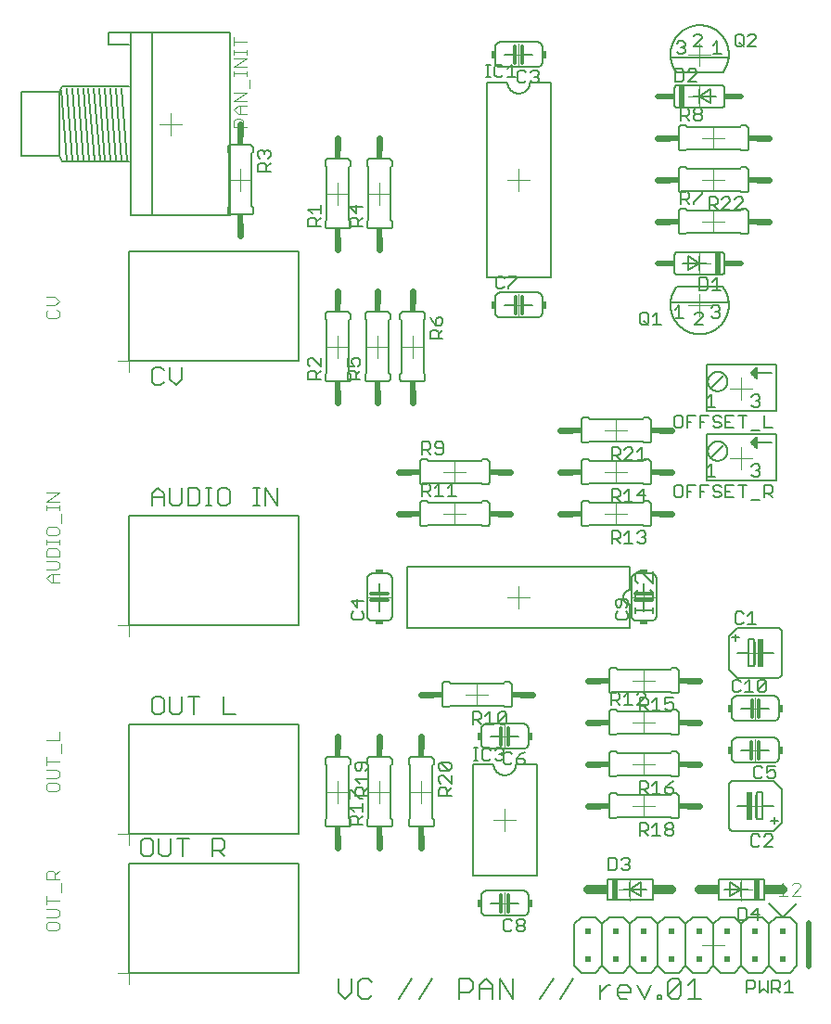
<source format=gto>
G75*
%MOIN*%
%OFA0B0*%
%FSLAX25Y25*%
%IPPOS*%
%LPD*%
%AMOC8*
5,1,8,0,0,1.08239X$1,22.5*
%
%ADD10C,0.01969*%
%ADD11C,0.00600*%
%ADD12C,0.00500*%
%ADD13C,0.00400*%
%ADD14C,0.00000*%
%ADD15R,0.02000X0.10000*%
%ADD16C,0.01200*%
%ADD17R,0.01500X0.03000*%
%ADD18R,0.03000X0.01500*%
%ADD19C,0.02000*%
%ADD20R,0.02000X0.08000*%
%ADD21R,0.02500X0.02000*%
%ADD22C,0.00700*%
%ADD23C,0.00800*%
%ADD24R,0.02000X0.02000*%
%ADD25C,0.02400*%
%ADD26R,0.02400X0.03400*%
%ADD27R,0.03400X0.02400*%
%ADD28C,0.03346*%
%ADD29R,0.02000X0.07362*%
%ADD30R,0.02500X0.03346*%
D10*
X0284431Y0016945D02*
X0284431Y0032693D01*
D11*
X0280337Y0032319D02*
X0280337Y0017319D01*
X0277837Y0014819D01*
X0272837Y0014819D01*
X0270337Y0017319D01*
X0270337Y0032319D01*
X0267837Y0034819D01*
X0262837Y0034819D01*
X0260337Y0032319D01*
X0260337Y0017319D01*
X0257837Y0014819D01*
X0252837Y0014819D01*
X0250337Y0017319D01*
X0250337Y0032319D01*
X0247837Y0034819D01*
X0242837Y0034819D01*
X0240337Y0032319D01*
X0240337Y0017319D01*
X0237837Y0014819D01*
X0232837Y0014819D01*
X0230337Y0017319D01*
X0230337Y0032319D01*
X0227837Y0034819D01*
X0222837Y0034819D01*
X0220337Y0032319D01*
X0220337Y0017319D01*
X0217837Y0014819D01*
X0212837Y0014819D01*
X0210337Y0017319D01*
X0210337Y0032319D01*
X0212837Y0034819D01*
X0217837Y0034819D01*
X0220337Y0032319D01*
X0220337Y0042319D02*
X0220337Y0044819D01*
X0220337Y0047319D01*
X0220337Y0044819D02*
X0224337Y0047319D01*
X0224337Y0042319D01*
X0220337Y0044819D01*
X0226337Y0044819D01*
X0228534Y0041197D02*
X0228534Y0048441D01*
X0212140Y0048441D01*
X0212140Y0041197D01*
X0228534Y0041197D01*
X0232837Y0034819D02*
X0237837Y0034819D01*
X0240337Y0032319D01*
X0232837Y0034819D02*
X0230337Y0032319D01*
X0230337Y0017319D02*
X0227837Y0014819D01*
X0222837Y0014819D01*
X0220337Y0017319D01*
X0219376Y0010287D02*
X0216949Y0010287D01*
X0215736Y0009074D01*
X0215736Y0006647D01*
X0216949Y0005434D01*
X0219376Y0005434D01*
X0220589Y0007861D02*
X0215736Y0007861D01*
X0213334Y0010287D02*
X0212121Y0010287D01*
X0209694Y0007861D01*
X0209694Y0010287D02*
X0209694Y0005434D01*
X0207837Y0014819D02*
X0202837Y0014819D01*
X0200337Y0017319D01*
X0200337Y0032319D01*
X0202837Y0034819D01*
X0207837Y0034819D01*
X0210337Y0032319D01*
X0217837Y0044819D02*
X0220337Y0044819D01*
X0215337Y0070319D02*
X0213837Y0070319D01*
X0213777Y0070321D01*
X0213716Y0070326D01*
X0213657Y0070335D01*
X0213598Y0070348D01*
X0213539Y0070364D01*
X0213482Y0070384D01*
X0213427Y0070407D01*
X0213372Y0070434D01*
X0213320Y0070463D01*
X0213269Y0070496D01*
X0213220Y0070532D01*
X0213174Y0070570D01*
X0213130Y0070612D01*
X0213088Y0070656D01*
X0213050Y0070702D01*
X0213014Y0070751D01*
X0212981Y0070802D01*
X0212952Y0070854D01*
X0212925Y0070909D01*
X0212902Y0070964D01*
X0212882Y0071021D01*
X0212866Y0071080D01*
X0212853Y0071139D01*
X0212844Y0071198D01*
X0212839Y0071259D01*
X0212837Y0071319D01*
X0212837Y0078319D01*
X0212839Y0078379D01*
X0212844Y0078440D01*
X0212853Y0078499D01*
X0212866Y0078558D01*
X0212882Y0078617D01*
X0212902Y0078674D01*
X0212925Y0078729D01*
X0212952Y0078784D01*
X0212981Y0078836D01*
X0213014Y0078887D01*
X0213050Y0078936D01*
X0213088Y0078982D01*
X0213130Y0079026D01*
X0213174Y0079068D01*
X0213220Y0079106D01*
X0213269Y0079142D01*
X0213320Y0079175D01*
X0213372Y0079204D01*
X0213427Y0079231D01*
X0213482Y0079254D01*
X0213539Y0079274D01*
X0213598Y0079290D01*
X0213657Y0079303D01*
X0213716Y0079312D01*
X0213777Y0079317D01*
X0213837Y0079319D01*
X0215337Y0079319D01*
X0215837Y0078819D01*
X0234837Y0078819D01*
X0235337Y0079319D01*
X0236837Y0079319D01*
X0236897Y0079317D01*
X0236958Y0079312D01*
X0237017Y0079303D01*
X0237076Y0079290D01*
X0237135Y0079274D01*
X0237192Y0079254D01*
X0237247Y0079231D01*
X0237302Y0079204D01*
X0237354Y0079175D01*
X0237405Y0079142D01*
X0237454Y0079106D01*
X0237500Y0079068D01*
X0237544Y0079026D01*
X0237586Y0078982D01*
X0237624Y0078936D01*
X0237660Y0078887D01*
X0237693Y0078836D01*
X0237722Y0078784D01*
X0237749Y0078729D01*
X0237772Y0078674D01*
X0237792Y0078617D01*
X0237808Y0078558D01*
X0237821Y0078499D01*
X0237830Y0078440D01*
X0237835Y0078379D01*
X0237837Y0078319D01*
X0237837Y0071319D01*
X0237835Y0071259D01*
X0237830Y0071198D01*
X0237821Y0071139D01*
X0237808Y0071080D01*
X0237792Y0071021D01*
X0237772Y0070964D01*
X0237749Y0070909D01*
X0237722Y0070854D01*
X0237693Y0070802D01*
X0237660Y0070751D01*
X0237624Y0070702D01*
X0237586Y0070656D01*
X0237544Y0070612D01*
X0237500Y0070570D01*
X0237454Y0070532D01*
X0237405Y0070496D01*
X0237354Y0070463D01*
X0237302Y0070434D01*
X0237247Y0070407D01*
X0237192Y0070384D01*
X0237135Y0070364D01*
X0237076Y0070348D01*
X0237017Y0070335D01*
X0236958Y0070326D01*
X0236897Y0070321D01*
X0236837Y0070319D01*
X0235337Y0070319D01*
X0234837Y0070819D01*
X0215837Y0070819D01*
X0215337Y0070319D01*
X0215337Y0085319D02*
X0213837Y0085319D01*
X0213777Y0085321D01*
X0213716Y0085326D01*
X0213657Y0085335D01*
X0213598Y0085348D01*
X0213539Y0085364D01*
X0213482Y0085384D01*
X0213427Y0085407D01*
X0213372Y0085434D01*
X0213320Y0085463D01*
X0213269Y0085496D01*
X0213220Y0085532D01*
X0213174Y0085570D01*
X0213130Y0085612D01*
X0213088Y0085656D01*
X0213050Y0085702D01*
X0213014Y0085751D01*
X0212981Y0085802D01*
X0212952Y0085854D01*
X0212925Y0085909D01*
X0212902Y0085964D01*
X0212882Y0086021D01*
X0212866Y0086080D01*
X0212853Y0086139D01*
X0212844Y0086198D01*
X0212839Y0086259D01*
X0212837Y0086319D01*
X0212837Y0093319D01*
X0212839Y0093379D01*
X0212844Y0093440D01*
X0212853Y0093499D01*
X0212866Y0093558D01*
X0212882Y0093617D01*
X0212902Y0093674D01*
X0212925Y0093729D01*
X0212952Y0093784D01*
X0212981Y0093836D01*
X0213014Y0093887D01*
X0213050Y0093936D01*
X0213088Y0093982D01*
X0213130Y0094026D01*
X0213174Y0094068D01*
X0213220Y0094106D01*
X0213269Y0094142D01*
X0213320Y0094175D01*
X0213372Y0094204D01*
X0213427Y0094231D01*
X0213482Y0094254D01*
X0213539Y0094274D01*
X0213598Y0094290D01*
X0213657Y0094303D01*
X0213716Y0094312D01*
X0213777Y0094317D01*
X0213837Y0094319D01*
X0215337Y0094319D01*
X0215837Y0093819D01*
X0234837Y0093819D01*
X0235337Y0094319D01*
X0236837Y0094319D01*
X0236897Y0094317D01*
X0236958Y0094312D01*
X0237017Y0094303D01*
X0237076Y0094290D01*
X0237135Y0094274D01*
X0237192Y0094254D01*
X0237247Y0094231D01*
X0237302Y0094204D01*
X0237354Y0094175D01*
X0237405Y0094142D01*
X0237454Y0094106D01*
X0237500Y0094068D01*
X0237544Y0094026D01*
X0237586Y0093982D01*
X0237624Y0093936D01*
X0237660Y0093887D01*
X0237693Y0093836D01*
X0237722Y0093784D01*
X0237749Y0093729D01*
X0237772Y0093674D01*
X0237792Y0093617D01*
X0237808Y0093558D01*
X0237821Y0093499D01*
X0237830Y0093440D01*
X0237835Y0093379D01*
X0237837Y0093319D01*
X0237837Y0086319D01*
X0237835Y0086259D01*
X0237830Y0086198D01*
X0237821Y0086139D01*
X0237808Y0086080D01*
X0237792Y0086021D01*
X0237772Y0085964D01*
X0237749Y0085909D01*
X0237722Y0085854D01*
X0237693Y0085802D01*
X0237660Y0085751D01*
X0237624Y0085702D01*
X0237586Y0085656D01*
X0237544Y0085612D01*
X0237500Y0085570D01*
X0237454Y0085532D01*
X0237405Y0085496D01*
X0237354Y0085463D01*
X0237302Y0085434D01*
X0237247Y0085407D01*
X0237192Y0085384D01*
X0237135Y0085364D01*
X0237076Y0085348D01*
X0237017Y0085335D01*
X0236958Y0085326D01*
X0236897Y0085321D01*
X0236837Y0085319D01*
X0235337Y0085319D01*
X0234837Y0085819D01*
X0215837Y0085819D01*
X0215337Y0085319D01*
X0215337Y0100319D02*
X0213837Y0100319D01*
X0213777Y0100321D01*
X0213716Y0100326D01*
X0213657Y0100335D01*
X0213598Y0100348D01*
X0213539Y0100364D01*
X0213482Y0100384D01*
X0213427Y0100407D01*
X0213372Y0100434D01*
X0213320Y0100463D01*
X0213269Y0100496D01*
X0213220Y0100532D01*
X0213174Y0100570D01*
X0213130Y0100612D01*
X0213088Y0100656D01*
X0213050Y0100702D01*
X0213014Y0100751D01*
X0212981Y0100802D01*
X0212952Y0100854D01*
X0212925Y0100909D01*
X0212902Y0100964D01*
X0212882Y0101021D01*
X0212866Y0101080D01*
X0212853Y0101139D01*
X0212844Y0101198D01*
X0212839Y0101259D01*
X0212837Y0101319D01*
X0212837Y0108319D01*
X0212839Y0108379D01*
X0212844Y0108440D01*
X0212853Y0108499D01*
X0212866Y0108558D01*
X0212882Y0108617D01*
X0212902Y0108674D01*
X0212925Y0108729D01*
X0212952Y0108784D01*
X0212981Y0108836D01*
X0213014Y0108887D01*
X0213050Y0108936D01*
X0213088Y0108982D01*
X0213130Y0109026D01*
X0213174Y0109068D01*
X0213220Y0109106D01*
X0213269Y0109142D01*
X0213320Y0109175D01*
X0213372Y0109204D01*
X0213427Y0109231D01*
X0213482Y0109254D01*
X0213539Y0109274D01*
X0213598Y0109290D01*
X0213657Y0109303D01*
X0213716Y0109312D01*
X0213777Y0109317D01*
X0213837Y0109319D01*
X0215337Y0109319D01*
X0215837Y0108819D01*
X0234837Y0108819D01*
X0235337Y0109319D01*
X0236837Y0109319D01*
X0236897Y0109317D01*
X0236958Y0109312D01*
X0237017Y0109303D01*
X0237076Y0109290D01*
X0237135Y0109274D01*
X0237192Y0109254D01*
X0237247Y0109231D01*
X0237302Y0109204D01*
X0237354Y0109175D01*
X0237405Y0109142D01*
X0237454Y0109106D01*
X0237500Y0109068D01*
X0237544Y0109026D01*
X0237586Y0108982D01*
X0237624Y0108936D01*
X0237660Y0108887D01*
X0237693Y0108836D01*
X0237722Y0108784D01*
X0237749Y0108729D01*
X0237772Y0108674D01*
X0237792Y0108617D01*
X0237808Y0108558D01*
X0237821Y0108499D01*
X0237830Y0108440D01*
X0237835Y0108379D01*
X0237837Y0108319D01*
X0237837Y0101319D01*
X0237835Y0101259D01*
X0237830Y0101198D01*
X0237821Y0101139D01*
X0237808Y0101080D01*
X0237792Y0101021D01*
X0237772Y0100964D01*
X0237749Y0100909D01*
X0237722Y0100854D01*
X0237693Y0100802D01*
X0237660Y0100751D01*
X0237624Y0100702D01*
X0237586Y0100656D01*
X0237544Y0100612D01*
X0237500Y0100570D01*
X0237454Y0100532D01*
X0237405Y0100496D01*
X0237354Y0100463D01*
X0237302Y0100434D01*
X0237247Y0100407D01*
X0237192Y0100384D01*
X0237135Y0100364D01*
X0237076Y0100348D01*
X0237017Y0100335D01*
X0236958Y0100326D01*
X0236897Y0100321D01*
X0236837Y0100319D01*
X0235337Y0100319D01*
X0234837Y0100819D01*
X0215837Y0100819D01*
X0215337Y0100319D01*
X0215337Y0115319D02*
X0213837Y0115319D01*
X0213777Y0115321D01*
X0213716Y0115326D01*
X0213657Y0115335D01*
X0213598Y0115348D01*
X0213539Y0115364D01*
X0213482Y0115384D01*
X0213427Y0115407D01*
X0213372Y0115434D01*
X0213320Y0115463D01*
X0213269Y0115496D01*
X0213220Y0115532D01*
X0213174Y0115570D01*
X0213130Y0115612D01*
X0213088Y0115656D01*
X0213050Y0115702D01*
X0213014Y0115751D01*
X0212981Y0115802D01*
X0212952Y0115854D01*
X0212925Y0115909D01*
X0212902Y0115964D01*
X0212882Y0116021D01*
X0212866Y0116080D01*
X0212853Y0116139D01*
X0212844Y0116198D01*
X0212839Y0116259D01*
X0212837Y0116319D01*
X0212837Y0123319D01*
X0212839Y0123379D01*
X0212844Y0123440D01*
X0212853Y0123499D01*
X0212866Y0123558D01*
X0212882Y0123617D01*
X0212902Y0123674D01*
X0212925Y0123729D01*
X0212952Y0123784D01*
X0212981Y0123836D01*
X0213014Y0123887D01*
X0213050Y0123936D01*
X0213088Y0123982D01*
X0213130Y0124026D01*
X0213174Y0124068D01*
X0213220Y0124106D01*
X0213269Y0124142D01*
X0213320Y0124175D01*
X0213372Y0124204D01*
X0213427Y0124231D01*
X0213482Y0124254D01*
X0213539Y0124274D01*
X0213598Y0124290D01*
X0213657Y0124303D01*
X0213716Y0124312D01*
X0213777Y0124317D01*
X0213837Y0124319D01*
X0215337Y0124319D01*
X0215837Y0123819D01*
X0234837Y0123819D01*
X0235337Y0124319D01*
X0236837Y0124319D01*
X0236897Y0124317D01*
X0236958Y0124312D01*
X0237017Y0124303D01*
X0237076Y0124290D01*
X0237135Y0124274D01*
X0237192Y0124254D01*
X0237247Y0124231D01*
X0237302Y0124204D01*
X0237354Y0124175D01*
X0237405Y0124142D01*
X0237454Y0124106D01*
X0237500Y0124068D01*
X0237544Y0124026D01*
X0237586Y0123982D01*
X0237624Y0123936D01*
X0237660Y0123887D01*
X0237693Y0123836D01*
X0237722Y0123784D01*
X0237749Y0123729D01*
X0237772Y0123674D01*
X0237792Y0123617D01*
X0237808Y0123558D01*
X0237821Y0123499D01*
X0237830Y0123440D01*
X0237835Y0123379D01*
X0237837Y0123319D01*
X0237837Y0116319D01*
X0237835Y0116259D01*
X0237830Y0116198D01*
X0237821Y0116139D01*
X0237808Y0116080D01*
X0237792Y0116021D01*
X0237772Y0115964D01*
X0237749Y0115909D01*
X0237722Y0115854D01*
X0237693Y0115802D01*
X0237660Y0115751D01*
X0237624Y0115702D01*
X0237586Y0115656D01*
X0237544Y0115612D01*
X0237500Y0115570D01*
X0237454Y0115532D01*
X0237405Y0115496D01*
X0237354Y0115463D01*
X0237302Y0115434D01*
X0237247Y0115407D01*
X0237192Y0115384D01*
X0237135Y0115364D01*
X0237076Y0115348D01*
X0237017Y0115335D01*
X0236958Y0115326D01*
X0236897Y0115321D01*
X0236837Y0115319D01*
X0235337Y0115319D01*
X0234837Y0115819D01*
X0215837Y0115819D01*
X0215337Y0115319D01*
X0220337Y0138819D02*
X0220337Y0147319D01*
X0220239Y0147321D01*
X0220141Y0147327D01*
X0220043Y0147336D01*
X0219946Y0147350D01*
X0219849Y0147367D01*
X0219753Y0147388D01*
X0219658Y0147413D01*
X0219564Y0147441D01*
X0219472Y0147474D01*
X0219380Y0147509D01*
X0219290Y0147549D01*
X0219202Y0147591D01*
X0219115Y0147638D01*
X0219031Y0147687D01*
X0218948Y0147740D01*
X0218868Y0147796D01*
X0218789Y0147856D01*
X0218713Y0147918D01*
X0218640Y0147983D01*
X0218569Y0148051D01*
X0218501Y0148122D01*
X0218436Y0148195D01*
X0218374Y0148271D01*
X0218314Y0148350D01*
X0218258Y0148430D01*
X0218205Y0148513D01*
X0218156Y0148597D01*
X0218109Y0148684D01*
X0218067Y0148772D01*
X0218027Y0148862D01*
X0217992Y0148954D01*
X0217959Y0149046D01*
X0217931Y0149140D01*
X0217906Y0149235D01*
X0217885Y0149331D01*
X0217868Y0149428D01*
X0217854Y0149525D01*
X0217845Y0149623D01*
X0217839Y0149721D01*
X0217837Y0149819D01*
X0217839Y0149917D01*
X0217845Y0150015D01*
X0217854Y0150113D01*
X0217868Y0150210D01*
X0217885Y0150307D01*
X0217906Y0150403D01*
X0217931Y0150498D01*
X0217959Y0150592D01*
X0217992Y0150684D01*
X0218027Y0150776D01*
X0218067Y0150866D01*
X0218109Y0150954D01*
X0218156Y0151041D01*
X0218205Y0151125D01*
X0218258Y0151208D01*
X0218314Y0151288D01*
X0218374Y0151367D01*
X0218436Y0151443D01*
X0218501Y0151516D01*
X0218569Y0151587D01*
X0218640Y0151655D01*
X0218713Y0151720D01*
X0218789Y0151782D01*
X0218868Y0151842D01*
X0218948Y0151898D01*
X0219031Y0151951D01*
X0219115Y0152000D01*
X0219202Y0152047D01*
X0219290Y0152089D01*
X0219380Y0152129D01*
X0219472Y0152164D01*
X0219564Y0152197D01*
X0219658Y0152225D01*
X0219753Y0152250D01*
X0219849Y0152271D01*
X0219946Y0152288D01*
X0220043Y0152302D01*
X0220141Y0152311D01*
X0220239Y0152317D01*
X0220337Y0152319D01*
X0220337Y0160819D01*
X0140337Y0160819D01*
X0140337Y0138819D01*
X0220337Y0138819D01*
X0222837Y0141319D02*
X0227837Y0141319D01*
X0227924Y0141321D01*
X0228011Y0141327D01*
X0228098Y0141336D01*
X0228184Y0141349D01*
X0228270Y0141366D01*
X0228355Y0141387D01*
X0228438Y0141412D01*
X0228521Y0141440D01*
X0228602Y0141471D01*
X0228682Y0141506D01*
X0228760Y0141545D01*
X0228837Y0141587D01*
X0228912Y0141632D01*
X0228984Y0141681D01*
X0229055Y0141732D01*
X0229123Y0141787D01*
X0229188Y0141844D01*
X0229251Y0141905D01*
X0229312Y0141968D01*
X0229369Y0142033D01*
X0229424Y0142101D01*
X0229475Y0142172D01*
X0229524Y0142244D01*
X0229569Y0142319D01*
X0229611Y0142396D01*
X0229650Y0142474D01*
X0229685Y0142554D01*
X0229716Y0142635D01*
X0229744Y0142718D01*
X0229769Y0142801D01*
X0229790Y0142886D01*
X0229807Y0142972D01*
X0229820Y0143058D01*
X0229829Y0143145D01*
X0229835Y0143232D01*
X0229837Y0143319D01*
X0229837Y0156319D01*
X0229835Y0156406D01*
X0229829Y0156493D01*
X0229820Y0156580D01*
X0229807Y0156666D01*
X0229790Y0156752D01*
X0229769Y0156837D01*
X0229744Y0156920D01*
X0229716Y0157003D01*
X0229685Y0157084D01*
X0229650Y0157164D01*
X0229611Y0157242D01*
X0229569Y0157319D01*
X0229524Y0157394D01*
X0229475Y0157466D01*
X0229424Y0157537D01*
X0229369Y0157605D01*
X0229312Y0157670D01*
X0229251Y0157733D01*
X0229188Y0157794D01*
X0229123Y0157851D01*
X0229055Y0157906D01*
X0228984Y0157957D01*
X0228912Y0158006D01*
X0228837Y0158051D01*
X0228760Y0158093D01*
X0228682Y0158132D01*
X0228602Y0158167D01*
X0228521Y0158198D01*
X0228438Y0158226D01*
X0228355Y0158251D01*
X0228270Y0158272D01*
X0228184Y0158289D01*
X0228098Y0158302D01*
X0228011Y0158311D01*
X0227924Y0158317D01*
X0227837Y0158319D01*
X0222837Y0158319D01*
X0222750Y0158317D01*
X0222663Y0158311D01*
X0222576Y0158302D01*
X0222490Y0158289D01*
X0222404Y0158272D01*
X0222319Y0158251D01*
X0222236Y0158226D01*
X0222153Y0158198D01*
X0222072Y0158167D01*
X0221992Y0158132D01*
X0221914Y0158093D01*
X0221837Y0158051D01*
X0221762Y0158006D01*
X0221690Y0157957D01*
X0221619Y0157906D01*
X0221551Y0157851D01*
X0221486Y0157794D01*
X0221423Y0157733D01*
X0221362Y0157670D01*
X0221305Y0157605D01*
X0221250Y0157537D01*
X0221199Y0157466D01*
X0221150Y0157394D01*
X0221105Y0157319D01*
X0221063Y0157242D01*
X0221024Y0157164D01*
X0220989Y0157084D01*
X0220958Y0157003D01*
X0220930Y0156920D01*
X0220905Y0156837D01*
X0220884Y0156752D01*
X0220867Y0156666D01*
X0220854Y0156580D01*
X0220845Y0156493D01*
X0220839Y0156406D01*
X0220837Y0156319D01*
X0220837Y0143319D01*
X0220839Y0143232D01*
X0220845Y0143145D01*
X0220854Y0143058D01*
X0220867Y0142972D01*
X0220884Y0142886D01*
X0220905Y0142801D01*
X0220930Y0142718D01*
X0220958Y0142635D01*
X0220989Y0142554D01*
X0221024Y0142474D01*
X0221063Y0142396D01*
X0221105Y0142319D01*
X0221150Y0142244D01*
X0221199Y0142172D01*
X0221250Y0142101D01*
X0221305Y0142033D01*
X0221362Y0141968D01*
X0221423Y0141905D01*
X0221486Y0141844D01*
X0221551Y0141787D01*
X0221619Y0141732D01*
X0221690Y0141681D01*
X0221762Y0141632D01*
X0221837Y0141587D01*
X0221914Y0141545D01*
X0221992Y0141506D01*
X0222072Y0141471D01*
X0222153Y0141440D01*
X0222236Y0141412D01*
X0222319Y0141387D01*
X0222404Y0141366D01*
X0222490Y0141349D01*
X0222576Y0141336D01*
X0222663Y0141327D01*
X0222750Y0141321D01*
X0222837Y0141319D01*
X0225337Y0144819D02*
X0225337Y0148619D01*
X0225337Y0151119D02*
X0225337Y0154819D01*
X0225337Y0175319D02*
X0224837Y0175819D01*
X0205837Y0175819D01*
X0205337Y0175319D01*
X0203837Y0175319D01*
X0203777Y0175321D01*
X0203716Y0175326D01*
X0203657Y0175335D01*
X0203598Y0175348D01*
X0203539Y0175364D01*
X0203482Y0175384D01*
X0203427Y0175407D01*
X0203372Y0175434D01*
X0203320Y0175463D01*
X0203269Y0175496D01*
X0203220Y0175532D01*
X0203174Y0175570D01*
X0203130Y0175612D01*
X0203088Y0175656D01*
X0203050Y0175702D01*
X0203014Y0175751D01*
X0202981Y0175802D01*
X0202952Y0175854D01*
X0202925Y0175909D01*
X0202902Y0175964D01*
X0202882Y0176021D01*
X0202866Y0176080D01*
X0202853Y0176139D01*
X0202844Y0176198D01*
X0202839Y0176259D01*
X0202837Y0176319D01*
X0202837Y0183319D01*
X0202839Y0183379D01*
X0202844Y0183440D01*
X0202853Y0183499D01*
X0202866Y0183558D01*
X0202882Y0183617D01*
X0202902Y0183674D01*
X0202925Y0183729D01*
X0202952Y0183784D01*
X0202981Y0183836D01*
X0203014Y0183887D01*
X0203050Y0183936D01*
X0203088Y0183982D01*
X0203130Y0184026D01*
X0203174Y0184068D01*
X0203220Y0184106D01*
X0203269Y0184142D01*
X0203320Y0184175D01*
X0203372Y0184204D01*
X0203427Y0184231D01*
X0203482Y0184254D01*
X0203539Y0184274D01*
X0203598Y0184290D01*
X0203657Y0184303D01*
X0203716Y0184312D01*
X0203777Y0184317D01*
X0203837Y0184319D01*
X0205337Y0184319D01*
X0205837Y0183819D01*
X0224837Y0183819D01*
X0225337Y0184319D01*
X0226837Y0184319D01*
X0226897Y0184317D01*
X0226958Y0184312D01*
X0227017Y0184303D01*
X0227076Y0184290D01*
X0227135Y0184274D01*
X0227192Y0184254D01*
X0227247Y0184231D01*
X0227302Y0184204D01*
X0227354Y0184175D01*
X0227405Y0184142D01*
X0227454Y0184106D01*
X0227500Y0184068D01*
X0227544Y0184026D01*
X0227586Y0183982D01*
X0227624Y0183936D01*
X0227660Y0183887D01*
X0227693Y0183836D01*
X0227722Y0183784D01*
X0227749Y0183729D01*
X0227772Y0183674D01*
X0227792Y0183617D01*
X0227808Y0183558D01*
X0227821Y0183499D01*
X0227830Y0183440D01*
X0227835Y0183379D01*
X0227837Y0183319D01*
X0227837Y0176319D01*
X0227835Y0176259D01*
X0227830Y0176198D01*
X0227821Y0176139D01*
X0227808Y0176080D01*
X0227792Y0176021D01*
X0227772Y0175964D01*
X0227749Y0175909D01*
X0227722Y0175854D01*
X0227693Y0175802D01*
X0227660Y0175751D01*
X0227624Y0175702D01*
X0227586Y0175656D01*
X0227544Y0175612D01*
X0227500Y0175570D01*
X0227454Y0175532D01*
X0227405Y0175496D01*
X0227354Y0175463D01*
X0227302Y0175434D01*
X0227247Y0175407D01*
X0227192Y0175384D01*
X0227135Y0175364D01*
X0227076Y0175348D01*
X0227017Y0175335D01*
X0226958Y0175326D01*
X0226897Y0175321D01*
X0226837Y0175319D01*
X0225337Y0175319D01*
X0225337Y0190319D02*
X0224837Y0190819D01*
X0205837Y0190819D01*
X0205337Y0190319D01*
X0203837Y0190319D01*
X0203777Y0190321D01*
X0203716Y0190326D01*
X0203657Y0190335D01*
X0203598Y0190348D01*
X0203539Y0190364D01*
X0203482Y0190384D01*
X0203427Y0190407D01*
X0203372Y0190434D01*
X0203320Y0190463D01*
X0203269Y0190496D01*
X0203220Y0190532D01*
X0203174Y0190570D01*
X0203130Y0190612D01*
X0203088Y0190656D01*
X0203050Y0190702D01*
X0203014Y0190751D01*
X0202981Y0190802D01*
X0202952Y0190854D01*
X0202925Y0190909D01*
X0202902Y0190964D01*
X0202882Y0191021D01*
X0202866Y0191080D01*
X0202853Y0191139D01*
X0202844Y0191198D01*
X0202839Y0191259D01*
X0202837Y0191319D01*
X0202837Y0198319D01*
X0202839Y0198379D01*
X0202844Y0198440D01*
X0202853Y0198499D01*
X0202866Y0198558D01*
X0202882Y0198617D01*
X0202902Y0198674D01*
X0202925Y0198729D01*
X0202952Y0198784D01*
X0202981Y0198836D01*
X0203014Y0198887D01*
X0203050Y0198936D01*
X0203088Y0198982D01*
X0203130Y0199026D01*
X0203174Y0199068D01*
X0203220Y0199106D01*
X0203269Y0199142D01*
X0203320Y0199175D01*
X0203372Y0199204D01*
X0203427Y0199231D01*
X0203482Y0199254D01*
X0203539Y0199274D01*
X0203598Y0199290D01*
X0203657Y0199303D01*
X0203716Y0199312D01*
X0203777Y0199317D01*
X0203837Y0199319D01*
X0205337Y0199319D01*
X0205837Y0198819D01*
X0224837Y0198819D01*
X0225337Y0199319D01*
X0226837Y0199319D01*
X0226897Y0199317D01*
X0226958Y0199312D01*
X0227017Y0199303D01*
X0227076Y0199290D01*
X0227135Y0199274D01*
X0227192Y0199254D01*
X0227247Y0199231D01*
X0227302Y0199204D01*
X0227354Y0199175D01*
X0227405Y0199142D01*
X0227454Y0199106D01*
X0227500Y0199068D01*
X0227544Y0199026D01*
X0227586Y0198982D01*
X0227624Y0198936D01*
X0227660Y0198887D01*
X0227693Y0198836D01*
X0227722Y0198784D01*
X0227749Y0198729D01*
X0227772Y0198674D01*
X0227792Y0198617D01*
X0227808Y0198558D01*
X0227821Y0198499D01*
X0227830Y0198440D01*
X0227835Y0198379D01*
X0227837Y0198319D01*
X0227837Y0191319D01*
X0227835Y0191259D01*
X0227830Y0191198D01*
X0227821Y0191139D01*
X0227808Y0191080D01*
X0227792Y0191021D01*
X0227772Y0190964D01*
X0227749Y0190909D01*
X0227722Y0190854D01*
X0227693Y0190802D01*
X0227660Y0190751D01*
X0227624Y0190702D01*
X0227586Y0190656D01*
X0227544Y0190612D01*
X0227500Y0190570D01*
X0227454Y0190532D01*
X0227405Y0190496D01*
X0227354Y0190463D01*
X0227302Y0190434D01*
X0227247Y0190407D01*
X0227192Y0190384D01*
X0227135Y0190364D01*
X0227076Y0190348D01*
X0227017Y0190335D01*
X0226958Y0190326D01*
X0226897Y0190321D01*
X0226837Y0190319D01*
X0225337Y0190319D01*
X0225337Y0205319D02*
X0224837Y0205819D01*
X0205837Y0205819D01*
X0205337Y0205319D01*
X0203837Y0205319D01*
X0203777Y0205321D01*
X0203716Y0205326D01*
X0203657Y0205335D01*
X0203598Y0205348D01*
X0203539Y0205364D01*
X0203482Y0205384D01*
X0203427Y0205407D01*
X0203372Y0205434D01*
X0203320Y0205463D01*
X0203269Y0205496D01*
X0203220Y0205532D01*
X0203174Y0205570D01*
X0203130Y0205612D01*
X0203088Y0205656D01*
X0203050Y0205702D01*
X0203014Y0205751D01*
X0202981Y0205802D01*
X0202952Y0205854D01*
X0202925Y0205909D01*
X0202902Y0205964D01*
X0202882Y0206021D01*
X0202866Y0206080D01*
X0202853Y0206139D01*
X0202844Y0206198D01*
X0202839Y0206259D01*
X0202837Y0206319D01*
X0202837Y0213319D01*
X0202839Y0213379D01*
X0202844Y0213440D01*
X0202853Y0213499D01*
X0202866Y0213558D01*
X0202882Y0213617D01*
X0202902Y0213674D01*
X0202925Y0213729D01*
X0202952Y0213784D01*
X0202981Y0213836D01*
X0203014Y0213887D01*
X0203050Y0213936D01*
X0203088Y0213982D01*
X0203130Y0214026D01*
X0203174Y0214068D01*
X0203220Y0214106D01*
X0203269Y0214142D01*
X0203320Y0214175D01*
X0203372Y0214204D01*
X0203427Y0214231D01*
X0203482Y0214254D01*
X0203539Y0214274D01*
X0203598Y0214290D01*
X0203657Y0214303D01*
X0203716Y0214312D01*
X0203777Y0214317D01*
X0203837Y0214319D01*
X0205337Y0214319D01*
X0205837Y0213819D01*
X0224837Y0213819D01*
X0225337Y0214319D01*
X0226837Y0214319D01*
X0226897Y0214317D01*
X0226958Y0214312D01*
X0227017Y0214303D01*
X0227076Y0214290D01*
X0227135Y0214274D01*
X0227192Y0214254D01*
X0227247Y0214231D01*
X0227302Y0214204D01*
X0227354Y0214175D01*
X0227405Y0214142D01*
X0227454Y0214106D01*
X0227500Y0214068D01*
X0227544Y0214026D01*
X0227586Y0213982D01*
X0227624Y0213936D01*
X0227660Y0213887D01*
X0227693Y0213836D01*
X0227722Y0213784D01*
X0227749Y0213729D01*
X0227772Y0213674D01*
X0227792Y0213617D01*
X0227808Y0213558D01*
X0227821Y0213499D01*
X0227830Y0213440D01*
X0227835Y0213379D01*
X0227837Y0213319D01*
X0227837Y0206319D01*
X0227835Y0206259D01*
X0227830Y0206198D01*
X0227821Y0206139D01*
X0227808Y0206080D01*
X0227792Y0206021D01*
X0227772Y0205964D01*
X0227749Y0205909D01*
X0227722Y0205854D01*
X0227693Y0205802D01*
X0227660Y0205751D01*
X0227624Y0205702D01*
X0227586Y0205656D01*
X0227544Y0205612D01*
X0227500Y0205570D01*
X0227454Y0205532D01*
X0227405Y0205496D01*
X0227354Y0205463D01*
X0227302Y0205434D01*
X0227247Y0205407D01*
X0227192Y0205384D01*
X0227135Y0205364D01*
X0227076Y0205348D01*
X0227017Y0205335D01*
X0226958Y0205326D01*
X0226897Y0205321D01*
X0226837Y0205319D01*
X0225337Y0205319D01*
X0247837Y0205319D02*
X0247837Y0194319D01*
X0247837Y0191819D01*
X0272837Y0191819D01*
X0272837Y0194319D01*
X0272837Y0205319D01*
X0272837Y0208519D01*
X0247837Y0208519D01*
X0247837Y0205319D01*
X0248337Y0202319D02*
X0248339Y0202437D01*
X0248345Y0202555D01*
X0248355Y0202673D01*
X0248369Y0202790D01*
X0248387Y0202907D01*
X0248409Y0203024D01*
X0248434Y0203139D01*
X0248464Y0203253D01*
X0248498Y0203367D01*
X0248535Y0203479D01*
X0248576Y0203590D01*
X0248621Y0203699D01*
X0248669Y0203807D01*
X0248721Y0203913D01*
X0248777Y0204018D01*
X0248836Y0204120D01*
X0248898Y0204220D01*
X0248964Y0204318D01*
X0249033Y0204414D01*
X0249106Y0204508D01*
X0249181Y0204599D01*
X0249260Y0204687D01*
X0249341Y0204773D01*
X0249426Y0204856D01*
X0249513Y0204936D01*
X0249602Y0205013D01*
X0249695Y0205087D01*
X0249789Y0205157D01*
X0249886Y0205225D01*
X0249986Y0205289D01*
X0250087Y0205350D01*
X0250190Y0205407D01*
X0250296Y0205461D01*
X0250403Y0205512D01*
X0250511Y0205558D01*
X0250621Y0205601D01*
X0250733Y0205640D01*
X0250846Y0205676D01*
X0250960Y0205707D01*
X0251075Y0205735D01*
X0251190Y0205759D01*
X0251307Y0205779D01*
X0251424Y0205795D01*
X0251542Y0205807D01*
X0251660Y0205815D01*
X0251778Y0205819D01*
X0251896Y0205819D01*
X0252014Y0205815D01*
X0252132Y0205807D01*
X0252250Y0205795D01*
X0252367Y0205779D01*
X0252484Y0205759D01*
X0252599Y0205735D01*
X0252714Y0205707D01*
X0252828Y0205676D01*
X0252941Y0205640D01*
X0253053Y0205601D01*
X0253163Y0205558D01*
X0253271Y0205512D01*
X0253378Y0205461D01*
X0253484Y0205407D01*
X0253587Y0205350D01*
X0253688Y0205289D01*
X0253788Y0205225D01*
X0253885Y0205157D01*
X0253979Y0205087D01*
X0254072Y0205013D01*
X0254161Y0204936D01*
X0254248Y0204856D01*
X0254333Y0204773D01*
X0254414Y0204687D01*
X0254493Y0204599D01*
X0254568Y0204508D01*
X0254641Y0204414D01*
X0254710Y0204318D01*
X0254776Y0204220D01*
X0254838Y0204120D01*
X0254897Y0204018D01*
X0254953Y0203913D01*
X0255005Y0203807D01*
X0255053Y0203699D01*
X0255098Y0203590D01*
X0255139Y0203479D01*
X0255176Y0203367D01*
X0255210Y0203253D01*
X0255240Y0203139D01*
X0255265Y0203024D01*
X0255287Y0202907D01*
X0255305Y0202790D01*
X0255319Y0202673D01*
X0255329Y0202555D01*
X0255335Y0202437D01*
X0255337Y0202319D01*
X0255335Y0202201D01*
X0255329Y0202083D01*
X0255319Y0201965D01*
X0255305Y0201848D01*
X0255287Y0201731D01*
X0255265Y0201614D01*
X0255240Y0201499D01*
X0255210Y0201385D01*
X0255176Y0201271D01*
X0255139Y0201159D01*
X0255098Y0201048D01*
X0255053Y0200939D01*
X0255005Y0200831D01*
X0254953Y0200725D01*
X0254897Y0200620D01*
X0254838Y0200518D01*
X0254776Y0200418D01*
X0254710Y0200320D01*
X0254641Y0200224D01*
X0254568Y0200130D01*
X0254493Y0200039D01*
X0254414Y0199951D01*
X0254333Y0199865D01*
X0254248Y0199782D01*
X0254161Y0199702D01*
X0254072Y0199625D01*
X0253979Y0199551D01*
X0253885Y0199481D01*
X0253788Y0199413D01*
X0253688Y0199349D01*
X0253587Y0199288D01*
X0253484Y0199231D01*
X0253378Y0199177D01*
X0253271Y0199126D01*
X0253163Y0199080D01*
X0253053Y0199037D01*
X0252941Y0198998D01*
X0252828Y0198962D01*
X0252714Y0198931D01*
X0252599Y0198903D01*
X0252484Y0198879D01*
X0252367Y0198859D01*
X0252250Y0198843D01*
X0252132Y0198831D01*
X0252014Y0198823D01*
X0251896Y0198819D01*
X0251778Y0198819D01*
X0251660Y0198823D01*
X0251542Y0198831D01*
X0251424Y0198843D01*
X0251307Y0198859D01*
X0251190Y0198879D01*
X0251075Y0198903D01*
X0250960Y0198931D01*
X0250846Y0198962D01*
X0250733Y0198998D01*
X0250621Y0199037D01*
X0250511Y0199080D01*
X0250403Y0199126D01*
X0250296Y0199177D01*
X0250190Y0199231D01*
X0250087Y0199288D01*
X0249986Y0199349D01*
X0249886Y0199413D01*
X0249789Y0199481D01*
X0249695Y0199551D01*
X0249602Y0199625D01*
X0249513Y0199702D01*
X0249426Y0199782D01*
X0249341Y0199865D01*
X0249260Y0199951D01*
X0249181Y0200039D01*
X0249106Y0200130D01*
X0249033Y0200224D01*
X0248964Y0200320D01*
X0248898Y0200418D01*
X0248836Y0200518D01*
X0248777Y0200620D01*
X0248721Y0200725D01*
X0248669Y0200831D01*
X0248621Y0200939D01*
X0248576Y0201048D01*
X0248535Y0201159D01*
X0248498Y0201271D01*
X0248464Y0201385D01*
X0248434Y0201499D01*
X0248409Y0201614D01*
X0248387Y0201731D01*
X0248369Y0201848D01*
X0248355Y0201965D01*
X0248345Y0202083D01*
X0248339Y0202201D01*
X0248337Y0202319D01*
X0249837Y0200319D02*
X0253837Y0204319D01*
X0263837Y0205319D02*
X0265337Y0205319D01*
X0265337Y0206819D01*
X0265837Y0207319D01*
X0265837Y0203319D01*
X0265337Y0203819D01*
X0265337Y0205319D01*
X0271337Y0205319D01*
X0265337Y0206819D02*
X0264837Y0206319D01*
X0264337Y0205819D01*
X0264337Y0204819D01*
X0264837Y0204319D01*
X0265337Y0203819D01*
X0264837Y0204319D02*
X0264837Y0206319D01*
X0264337Y0205819D02*
X0263837Y0205319D01*
X0264337Y0204819D01*
X0272837Y0216819D02*
X0272837Y0219319D01*
X0272837Y0230319D01*
X0272837Y0233519D01*
X0247837Y0233519D01*
X0247837Y0230319D01*
X0247837Y0219319D01*
X0247837Y0216819D01*
X0272837Y0216819D01*
X0265837Y0228319D02*
X0265837Y0232319D01*
X0265337Y0231819D01*
X0265337Y0230319D01*
X0265337Y0228819D01*
X0265837Y0228319D01*
X0265337Y0228819D02*
X0264837Y0229319D01*
X0264337Y0229819D01*
X0264337Y0230819D01*
X0264837Y0231319D01*
X0265337Y0231819D01*
X0264837Y0231319D02*
X0264837Y0229319D01*
X0264337Y0229819D02*
X0263837Y0230319D01*
X0265337Y0230319D01*
X0271337Y0230319D01*
X0264337Y0230819D02*
X0263837Y0230319D01*
X0253837Y0229319D02*
X0249837Y0225319D01*
X0248337Y0227319D02*
X0248339Y0227437D01*
X0248345Y0227555D01*
X0248355Y0227673D01*
X0248369Y0227790D01*
X0248387Y0227907D01*
X0248409Y0228024D01*
X0248434Y0228139D01*
X0248464Y0228253D01*
X0248498Y0228367D01*
X0248535Y0228479D01*
X0248576Y0228590D01*
X0248621Y0228699D01*
X0248669Y0228807D01*
X0248721Y0228913D01*
X0248777Y0229018D01*
X0248836Y0229120D01*
X0248898Y0229220D01*
X0248964Y0229318D01*
X0249033Y0229414D01*
X0249106Y0229508D01*
X0249181Y0229599D01*
X0249260Y0229687D01*
X0249341Y0229773D01*
X0249426Y0229856D01*
X0249513Y0229936D01*
X0249602Y0230013D01*
X0249695Y0230087D01*
X0249789Y0230157D01*
X0249886Y0230225D01*
X0249986Y0230289D01*
X0250087Y0230350D01*
X0250190Y0230407D01*
X0250296Y0230461D01*
X0250403Y0230512D01*
X0250511Y0230558D01*
X0250621Y0230601D01*
X0250733Y0230640D01*
X0250846Y0230676D01*
X0250960Y0230707D01*
X0251075Y0230735D01*
X0251190Y0230759D01*
X0251307Y0230779D01*
X0251424Y0230795D01*
X0251542Y0230807D01*
X0251660Y0230815D01*
X0251778Y0230819D01*
X0251896Y0230819D01*
X0252014Y0230815D01*
X0252132Y0230807D01*
X0252250Y0230795D01*
X0252367Y0230779D01*
X0252484Y0230759D01*
X0252599Y0230735D01*
X0252714Y0230707D01*
X0252828Y0230676D01*
X0252941Y0230640D01*
X0253053Y0230601D01*
X0253163Y0230558D01*
X0253271Y0230512D01*
X0253378Y0230461D01*
X0253484Y0230407D01*
X0253587Y0230350D01*
X0253688Y0230289D01*
X0253788Y0230225D01*
X0253885Y0230157D01*
X0253979Y0230087D01*
X0254072Y0230013D01*
X0254161Y0229936D01*
X0254248Y0229856D01*
X0254333Y0229773D01*
X0254414Y0229687D01*
X0254493Y0229599D01*
X0254568Y0229508D01*
X0254641Y0229414D01*
X0254710Y0229318D01*
X0254776Y0229220D01*
X0254838Y0229120D01*
X0254897Y0229018D01*
X0254953Y0228913D01*
X0255005Y0228807D01*
X0255053Y0228699D01*
X0255098Y0228590D01*
X0255139Y0228479D01*
X0255176Y0228367D01*
X0255210Y0228253D01*
X0255240Y0228139D01*
X0255265Y0228024D01*
X0255287Y0227907D01*
X0255305Y0227790D01*
X0255319Y0227673D01*
X0255329Y0227555D01*
X0255335Y0227437D01*
X0255337Y0227319D01*
X0255335Y0227201D01*
X0255329Y0227083D01*
X0255319Y0226965D01*
X0255305Y0226848D01*
X0255287Y0226731D01*
X0255265Y0226614D01*
X0255240Y0226499D01*
X0255210Y0226385D01*
X0255176Y0226271D01*
X0255139Y0226159D01*
X0255098Y0226048D01*
X0255053Y0225939D01*
X0255005Y0225831D01*
X0254953Y0225725D01*
X0254897Y0225620D01*
X0254838Y0225518D01*
X0254776Y0225418D01*
X0254710Y0225320D01*
X0254641Y0225224D01*
X0254568Y0225130D01*
X0254493Y0225039D01*
X0254414Y0224951D01*
X0254333Y0224865D01*
X0254248Y0224782D01*
X0254161Y0224702D01*
X0254072Y0224625D01*
X0253979Y0224551D01*
X0253885Y0224481D01*
X0253788Y0224413D01*
X0253688Y0224349D01*
X0253587Y0224288D01*
X0253484Y0224231D01*
X0253378Y0224177D01*
X0253271Y0224126D01*
X0253163Y0224080D01*
X0253053Y0224037D01*
X0252941Y0223998D01*
X0252828Y0223962D01*
X0252714Y0223931D01*
X0252599Y0223903D01*
X0252484Y0223879D01*
X0252367Y0223859D01*
X0252250Y0223843D01*
X0252132Y0223831D01*
X0252014Y0223823D01*
X0251896Y0223819D01*
X0251778Y0223819D01*
X0251660Y0223823D01*
X0251542Y0223831D01*
X0251424Y0223843D01*
X0251307Y0223859D01*
X0251190Y0223879D01*
X0251075Y0223903D01*
X0250960Y0223931D01*
X0250846Y0223962D01*
X0250733Y0223998D01*
X0250621Y0224037D01*
X0250511Y0224080D01*
X0250403Y0224126D01*
X0250296Y0224177D01*
X0250190Y0224231D01*
X0250087Y0224288D01*
X0249986Y0224349D01*
X0249886Y0224413D01*
X0249789Y0224481D01*
X0249695Y0224551D01*
X0249602Y0224625D01*
X0249513Y0224702D01*
X0249426Y0224782D01*
X0249341Y0224865D01*
X0249260Y0224951D01*
X0249181Y0225039D01*
X0249106Y0225130D01*
X0249033Y0225224D01*
X0248964Y0225320D01*
X0248898Y0225418D01*
X0248836Y0225518D01*
X0248777Y0225620D01*
X0248721Y0225725D01*
X0248669Y0225831D01*
X0248621Y0225939D01*
X0248576Y0226048D01*
X0248535Y0226159D01*
X0248498Y0226271D01*
X0248464Y0226385D01*
X0248434Y0226499D01*
X0248409Y0226614D01*
X0248387Y0226731D01*
X0248369Y0226848D01*
X0248355Y0226965D01*
X0248345Y0227083D01*
X0248339Y0227201D01*
X0248337Y0227319D01*
X0248433Y0244786D02*
X0248192Y0244714D01*
X0247949Y0244649D01*
X0247705Y0244589D01*
X0247459Y0244536D01*
X0247212Y0244488D01*
X0246964Y0244446D01*
X0246716Y0244410D01*
X0246466Y0244380D01*
X0246216Y0244356D01*
X0245965Y0244338D01*
X0245714Y0244326D01*
X0245463Y0244320D01*
X0245211Y0244320D01*
X0244960Y0244326D01*
X0244709Y0244338D01*
X0244458Y0244356D01*
X0244208Y0244380D01*
X0243958Y0244410D01*
X0243710Y0244446D01*
X0243462Y0244488D01*
X0243215Y0244536D01*
X0242969Y0244589D01*
X0242725Y0244649D01*
X0242482Y0244714D01*
X0242241Y0244786D01*
X0242239Y0244786D02*
X0241997Y0244864D01*
X0241757Y0244948D01*
X0241519Y0245037D01*
X0241283Y0245132D01*
X0241049Y0245234D01*
X0240818Y0245340D01*
X0240590Y0245453D01*
X0240364Y0245570D01*
X0240141Y0245693D01*
X0239922Y0245822D01*
X0239705Y0245956D01*
X0239492Y0246095D01*
X0239282Y0246239D01*
X0239076Y0246388D01*
X0238874Y0246542D01*
X0238675Y0246701D01*
X0238480Y0246865D01*
X0238289Y0247034D01*
X0238103Y0247207D01*
X0237920Y0247384D01*
X0237742Y0247566D01*
X0237569Y0247752D01*
X0237400Y0247943D01*
X0237236Y0248137D01*
X0237076Y0248335D01*
X0236921Y0248537D01*
X0236772Y0248743D01*
X0236627Y0248952D01*
X0236487Y0249165D01*
X0236353Y0249381D01*
X0236224Y0249601D01*
X0236100Y0249823D01*
X0235981Y0250048D01*
X0235869Y0250276D01*
X0235761Y0250507D01*
X0235660Y0250740D01*
X0235564Y0250976D01*
X0235473Y0251214D01*
X0235389Y0251454D01*
X0235310Y0251696D01*
X0235237Y0251940D01*
X0235171Y0252186D01*
X0235110Y0252433D01*
X0235055Y0252681D01*
X0235006Y0252931D01*
X0234963Y0253182D01*
X0234927Y0253434D01*
X0234896Y0253686D01*
X0234872Y0253940D01*
X0234854Y0254193D01*
X0234842Y0254448D01*
X0234836Y0254702D01*
X0234836Y0254957D01*
X0234842Y0255211D01*
X0234855Y0255465D01*
X0234874Y0255719D01*
X0234899Y0255972D01*
X0234930Y0256225D01*
X0234967Y0256477D01*
X0235010Y0256727D01*
X0235059Y0256977D01*
X0235115Y0257226D01*
X0235176Y0257473D01*
X0235243Y0257718D01*
X0235316Y0257962D01*
X0235395Y0258204D01*
X0235480Y0258443D01*
X0235571Y0258681D01*
X0235668Y0258917D01*
X0235770Y0259150D01*
X0235878Y0259380D01*
X0235991Y0259608D01*
X0236110Y0259833D01*
X0236234Y0260055D01*
X0236364Y0260274D01*
X0236498Y0260490D01*
X0236638Y0260703D01*
X0236784Y0260912D01*
X0236934Y0261117D01*
X0237089Y0261319D01*
X0253585Y0261319D01*
X0253337Y0265819D02*
X0237337Y0265819D01*
X0237277Y0265821D01*
X0237216Y0265826D01*
X0237157Y0265835D01*
X0237098Y0265848D01*
X0237039Y0265864D01*
X0236982Y0265884D01*
X0236927Y0265907D01*
X0236872Y0265934D01*
X0236820Y0265963D01*
X0236769Y0265996D01*
X0236720Y0266032D01*
X0236674Y0266070D01*
X0236630Y0266112D01*
X0236588Y0266156D01*
X0236550Y0266202D01*
X0236514Y0266251D01*
X0236481Y0266302D01*
X0236452Y0266354D01*
X0236425Y0266409D01*
X0236402Y0266464D01*
X0236382Y0266521D01*
X0236366Y0266580D01*
X0236353Y0266639D01*
X0236344Y0266698D01*
X0236339Y0266759D01*
X0236337Y0266819D01*
X0236337Y0272819D01*
X0236339Y0272879D01*
X0236344Y0272940D01*
X0236353Y0272999D01*
X0236366Y0273058D01*
X0236382Y0273117D01*
X0236402Y0273174D01*
X0236425Y0273229D01*
X0236452Y0273284D01*
X0236481Y0273336D01*
X0236514Y0273387D01*
X0236550Y0273436D01*
X0236588Y0273482D01*
X0236630Y0273526D01*
X0236674Y0273568D01*
X0236720Y0273606D01*
X0236769Y0273642D01*
X0236820Y0273675D01*
X0236872Y0273704D01*
X0236927Y0273731D01*
X0236982Y0273754D01*
X0237039Y0273774D01*
X0237098Y0273790D01*
X0237157Y0273803D01*
X0237216Y0273812D01*
X0237277Y0273817D01*
X0237337Y0273819D01*
X0253337Y0273819D01*
X0253397Y0273817D01*
X0253458Y0273812D01*
X0253517Y0273803D01*
X0253576Y0273790D01*
X0253635Y0273774D01*
X0253692Y0273754D01*
X0253747Y0273731D01*
X0253802Y0273704D01*
X0253854Y0273675D01*
X0253905Y0273642D01*
X0253954Y0273606D01*
X0254000Y0273568D01*
X0254044Y0273526D01*
X0254086Y0273482D01*
X0254124Y0273436D01*
X0254160Y0273387D01*
X0254193Y0273336D01*
X0254222Y0273284D01*
X0254249Y0273229D01*
X0254272Y0273174D01*
X0254292Y0273117D01*
X0254308Y0273058D01*
X0254321Y0272999D01*
X0254330Y0272940D01*
X0254335Y0272879D01*
X0254337Y0272819D01*
X0254337Y0266819D01*
X0254335Y0266759D01*
X0254330Y0266698D01*
X0254321Y0266639D01*
X0254308Y0266580D01*
X0254292Y0266521D01*
X0254272Y0266464D01*
X0254249Y0266409D01*
X0254222Y0266354D01*
X0254193Y0266302D01*
X0254160Y0266251D01*
X0254124Y0266202D01*
X0254086Y0266156D01*
X0254044Y0266112D01*
X0254000Y0266070D01*
X0253954Y0266032D01*
X0253905Y0265996D01*
X0253854Y0265963D01*
X0253802Y0265934D01*
X0253747Y0265907D01*
X0253692Y0265884D01*
X0253635Y0265864D01*
X0253576Y0265848D01*
X0253517Y0265835D01*
X0253458Y0265826D01*
X0253397Y0265821D01*
X0253337Y0265819D01*
X0247837Y0269819D02*
X0245337Y0269819D01*
X0245337Y0272319D01*
X0245337Y0269819D02*
X0245337Y0267319D01*
X0245337Y0269819D02*
X0241337Y0272319D01*
X0241337Y0267319D01*
X0245337Y0269819D01*
X0239337Y0269819D01*
X0238837Y0280319D02*
X0240337Y0280319D01*
X0240837Y0280819D01*
X0259837Y0280819D01*
X0260337Y0280319D01*
X0261837Y0280319D01*
X0261897Y0280321D01*
X0261958Y0280326D01*
X0262017Y0280335D01*
X0262076Y0280348D01*
X0262135Y0280364D01*
X0262192Y0280384D01*
X0262247Y0280407D01*
X0262302Y0280434D01*
X0262354Y0280463D01*
X0262405Y0280496D01*
X0262454Y0280532D01*
X0262500Y0280570D01*
X0262544Y0280612D01*
X0262586Y0280656D01*
X0262624Y0280702D01*
X0262660Y0280751D01*
X0262693Y0280802D01*
X0262722Y0280854D01*
X0262749Y0280909D01*
X0262772Y0280964D01*
X0262792Y0281021D01*
X0262808Y0281080D01*
X0262821Y0281139D01*
X0262830Y0281198D01*
X0262835Y0281259D01*
X0262837Y0281319D01*
X0262837Y0288319D01*
X0262835Y0288379D01*
X0262830Y0288440D01*
X0262821Y0288499D01*
X0262808Y0288558D01*
X0262792Y0288617D01*
X0262772Y0288674D01*
X0262749Y0288729D01*
X0262722Y0288784D01*
X0262693Y0288836D01*
X0262660Y0288887D01*
X0262624Y0288936D01*
X0262586Y0288982D01*
X0262544Y0289026D01*
X0262500Y0289068D01*
X0262454Y0289106D01*
X0262405Y0289142D01*
X0262354Y0289175D01*
X0262302Y0289204D01*
X0262247Y0289231D01*
X0262192Y0289254D01*
X0262135Y0289274D01*
X0262076Y0289290D01*
X0262017Y0289303D01*
X0261958Y0289312D01*
X0261897Y0289317D01*
X0261837Y0289319D01*
X0260337Y0289319D01*
X0259837Y0288819D01*
X0240837Y0288819D01*
X0240337Y0289319D01*
X0238837Y0289319D01*
X0238777Y0289317D01*
X0238716Y0289312D01*
X0238657Y0289303D01*
X0238598Y0289290D01*
X0238539Y0289274D01*
X0238482Y0289254D01*
X0238427Y0289231D01*
X0238372Y0289204D01*
X0238320Y0289175D01*
X0238269Y0289142D01*
X0238220Y0289106D01*
X0238174Y0289068D01*
X0238130Y0289026D01*
X0238088Y0288982D01*
X0238050Y0288936D01*
X0238014Y0288887D01*
X0237981Y0288836D01*
X0237952Y0288784D01*
X0237925Y0288729D01*
X0237902Y0288674D01*
X0237882Y0288617D01*
X0237866Y0288558D01*
X0237853Y0288499D01*
X0237844Y0288440D01*
X0237839Y0288379D01*
X0237837Y0288319D01*
X0237837Y0281319D01*
X0237839Y0281259D01*
X0237844Y0281198D01*
X0237853Y0281139D01*
X0237866Y0281080D01*
X0237882Y0281021D01*
X0237902Y0280964D01*
X0237925Y0280909D01*
X0237952Y0280854D01*
X0237981Y0280802D01*
X0238014Y0280751D01*
X0238050Y0280702D01*
X0238088Y0280656D01*
X0238130Y0280612D01*
X0238174Y0280570D01*
X0238220Y0280532D01*
X0238269Y0280496D01*
X0238320Y0280463D01*
X0238372Y0280434D01*
X0238427Y0280407D01*
X0238482Y0280384D01*
X0238539Y0280364D01*
X0238598Y0280348D01*
X0238657Y0280335D01*
X0238716Y0280326D01*
X0238777Y0280321D01*
X0238837Y0280319D01*
X0238837Y0295319D02*
X0240337Y0295319D01*
X0240837Y0295819D01*
X0259837Y0295819D01*
X0260337Y0295319D01*
X0261837Y0295319D01*
X0261897Y0295321D01*
X0261958Y0295326D01*
X0262017Y0295335D01*
X0262076Y0295348D01*
X0262135Y0295364D01*
X0262192Y0295384D01*
X0262247Y0295407D01*
X0262302Y0295434D01*
X0262354Y0295463D01*
X0262405Y0295496D01*
X0262454Y0295532D01*
X0262500Y0295570D01*
X0262544Y0295612D01*
X0262586Y0295656D01*
X0262624Y0295702D01*
X0262660Y0295751D01*
X0262693Y0295802D01*
X0262722Y0295854D01*
X0262749Y0295909D01*
X0262772Y0295964D01*
X0262792Y0296021D01*
X0262808Y0296080D01*
X0262821Y0296139D01*
X0262830Y0296198D01*
X0262835Y0296259D01*
X0262837Y0296319D01*
X0262837Y0303319D01*
X0262835Y0303379D01*
X0262830Y0303440D01*
X0262821Y0303499D01*
X0262808Y0303558D01*
X0262792Y0303617D01*
X0262772Y0303674D01*
X0262749Y0303729D01*
X0262722Y0303784D01*
X0262693Y0303836D01*
X0262660Y0303887D01*
X0262624Y0303936D01*
X0262586Y0303982D01*
X0262544Y0304026D01*
X0262500Y0304068D01*
X0262454Y0304106D01*
X0262405Y0304142D01*
X0262354Y0304175D01*
X0262302Y0304204D01*
X0262247Y0304231D01*
X0262192Y0304254D01*
X0262135Y0304274D01*
X0262076Y0304290D01*
X0262017Y0304303D01*
X0261958Y0304312D01*
X0261897Y0304317D01*
X0261837Y0304319D01*
X0260337Y0304319D01*
X0259837Y0303819D01*
X0240837Y0303819D01*
X0240337Y0304319D01*
X0238837Y0304319D01*
X0238777Y0304317D01*
X0238716Y0304312D01*
X0238657Y0304303D01*
X0238598Y0304290D01*
X0238539Y0304274D01*
X0238482Y0304254D01*
X0238427Y0304231D01*
X0238372Y0304204D01*
X0238320Y0304175D01*
X0238269Y0304142D01*
X0238220Y0304106D01*
X0238174Y0304068D01*
X0238130Y0304026D01*
X0238088Y0303982D01*
X0238050Y0303936D01*
X0238014Y0303887D01*
X0237981Y0303836D01*
X0237952Y0303784D01*
X0237925Y0303729D01*
X0237902Y0303674D01*
X0237882Y0303617D01*
X0237866Y0303558D01*
X0237853Y0303499D01*
X0237844Y0303440D01*
X0237839Y0303379D01*
X0237837Y0303319D01*
X0237837Y0296319D01*
X0237839Y0296259D01*
X0237844Y0296198D01*
X0237853Y0296139D01*
X0237866Y0296080D01*
X0237882Y0296021D01*
X0237902Y0295964D01*
X0237925Y0295909D01*
X0237952Y0295854D01*
X0237981Y0295802D01*
X0238014Y0295751D01*
X0238050Y0295702D01*
X0238088Y0295656D01*
X0238130Y0295612D01*
X0238174Y0295570D01*
X0238220Y0295532D01*
X0238269Y0295496D01*
X0238320Y0295463D01*
X0238372Y0295434D01*
X0238427Y0295407D01*
X0238482Y0295384D01*
X0238539Y0295364D01*
X0238598Y0295348D01*
X0238657Y0295335D01*
X0238716Y0295326D01*
X0238777Y0295321D01*
X0238837Y0295319D01*
X0238837Y0310319D02*
X0240337Y0310319D01*
X0240837Y0310819D01*
X0259837Y0310819D01*
X0260337Y0310319D01*
X0261837Y0310319D01*
X0261897Y0310321D01*
X0261958Y0310326D01*
X0262017Y0310335D01*
X0262076Y0310348D01*
X0262135Y0310364D01*
X0262192Y0310384D01*
X0262247Y0310407D01*
X0262302Y0310434D01*
X0262354Y0310463D01*
X0262405Y0310496D01*
X0262454Y0310532D01*
X0262500Y0310570D01*
X0262544Y0310612D01*
X0262586Y0310656D01*
X0262624Y0310702D01*
X0262660Y0310751D01*
X0262693Y0310802D01*
X0262722Y0310854D01*
X0262749Y0310909D01*
X0262772Y0310964D01*
X0262792Y0311021D01*
X0262808Y0311080D01*
X0262821Y0311139D01*
X0262830Y0311198D01*
X0262835Y0311259D01*
X0262837Y0311319D01*
X0262837Y0318319D01*
X0262835Y0318379D01*
X0262830Y0318440D01*
X0262821Y0318499D01*
X0262808Y0318558D01*
X0262792Y0318617D01*
X0262772Y0318674D01*
X0262749Y0318729D01*
X0262722Y0318784D01*
X0262693Y0318836D01*
X0262660Y0318887D01*
X0262624Y0318936D01*
X0262586Y0318982D01*
X0262544Y0319026D01*
X0262500Y0319068D01*
X0262454Y0319106D01*
X0262405Y0319142D01*
X0262354Y0319175D01*
X0262302Y0319204D01*
X0262247Y0319231D01*
X0262192Y0319254D01*
X0262135Y0319274D01*
X0262076Y0319290D01*
X0262017Y0319303D01*
X0261958Y0319312D01*
X0261897Y0319317D01*
X0261837Y0319319D01*
X0260337Y0319319D01*
X0259837Y0318819D01*
X0240837Y0318819D01*
X0240337Y0319319D01*
X0238837Y0319319D01*
X0238777Y0319317D01*
X0238716Y0319312D01*
X0238657Y0319303D01*
X0238598Y0319290D01*
X0238539Y0319274D01*
X0238482Y0319254D01*
X0238427Y0319231D01*
X0238372Y0319204D01*
X0238320Y0319175D01*
X0238269Y0319142D01*
X0238220Y0319106D01*
X0238174Y0319068D01*
X0238130Y0319026D01*
X0238088Y0318982D01*
X0238050Y0318936D01*
X0238014Y0318887D01*
X0237981Y0318836D01*
X0237952Y0318784D01*
X0237925Y0318729D01*
X0237902Y0318674D01*
X0237882Y0318617D01*
X0237866Y0318558D01*
X0237853Y0318499D01*
X0237844Y0318440D01*
X0237839Y0318379D01*
X0237837Y0318319D01*
X0237837Y0311319D01*
X0237839Y0311259D01*
X0237844Y0311198D01*
X0237853Y0311139D01*
X0237866Y0311080D01*
X0237882Y0311021D01*
X0237902Y0310964D01*
X0237925Y0310909D01*
X0237952Y0310854D01*
X0237981Y0310802D01*
X0238014Y0310751D01*
X0238050Y0310702D01*
X0238088Y0310656D01*
X0238130Y0310612D01*
X0238174Y0310570D01*
X0238220Y0310532D01*
X0238269Y0310496D01*
X0238320Y0310463D01*
X0238372Y0310434D01*
X0238427Y0310407D01*
X0238482Y0310384D01*
X0238539Y0310364D01*
X0238598Y0310348D01*
X0238657Y0310335D01*
X0238716Y0310326D01*
X0238777Y0310321D01*
X0238837Y0310319D01*
X0237337Y0325819D02*
X0253337Y0325819D01*
X0253397Y0325821D01*
X0253458Y0325826D01*
X0253517Y0325835D01*
X0253576Y0325848D01*
X0253635Y0325864D01*
X0253692Y0325884D01*
X0253747Y0325907D01*
X0253802Y0325934D01*
X0253854Y0325963D01*
X0253905Y0325996D01*
X0253954Y0326032D01*
X0254000Y0326070D01*
X0254044Y0326112D01*
X0254086Y0326156D01*
X0254124Y0326202D01*
X0254160Y0326251D01*
X0254193Y0326302D01*
X0254222Y0326354D01*
X0254249Y0326409D01*
X0254272Y0326464D01*
X0254292Y0326521D01*
X0254308Y0326580D01*
X0254321Y0326639D01*
X0254330Y0326698D01*
X0254335Y0326759D01*
X0254337Y0326819D01*
X0254337Y0332819D01*
X0254335Y0332879D01*
X0254330Y0332940D01*
X0254321Y0332999D01*
X0254308Y0333058D01*
X0254292Y0333117D01*
X0254272Y0333174D01*
X0254249Y0333229D01*
X0254222Y0333284D01*
X0254193Y0333336D01*
X0254160Y0333387D01*
X0254124Y0333436D01*
X0254086Y0333482D01*
X0254044Y0333526D01*
X0254000Y0333568D01*
X0253954Y0333606D01*
X0253905Y0333642D01*
X0253854Y0333675D01*
X0253802Y0333704D01*
X0253747Y0333731D01*
X0253692Y0333754D01*
X0253635Y0333774D01*
X0253576Y0333790D01*
X0253517Y0333803D01*
X0253458Y0333812D01*
X0253397Y0333817D01*
X0253337Y0333819D01*
X0237337Y0333819D01*
X0237277Y0333817D01*
X0237216Y0333812D01*
X0237157Y0333803D01*
X0237098Y0333790D01*
X0237039Y0333774D01*
X0236982Y0333754D01*
X0236927Y0333731D01*
X0236872Y0333704D01*
X0236820Y0333675D01*
X0236769Y0333642D01*
X0236720Y0333606D01*
X0236674Y0333568D01*
X0236630Y0333526D01*
X0236588Y0333482D01*
X0236550Y0333436D01*
X0236514Y0333387D01*
X0236481Y0333336D01*
X0236452Y0333284D01*
X0236425Y0333229D01*
X0236402Y0333174D01*
X0236382Y0333117D01*
X0236366Y0333058D01*
X0236353Y0332999D01*
X0236344Y0332940D01*
X0236339Y0332879D01*
X0236337Y0332819D01*
X0236337Y0326819D01*
X0236339Y0326759D01*
X0236344Y0326698D01*
X0236353Y0326639D01*
X0236366Y0326580D01*
X0236382Y0326521D01*
X0236402Y0326464D01*
X0236425Y0326409D01*
X0236452Y0326354D01*
X0236481Y0326302D01*
X0236514Y0326251D01*
X0236550Y0326202D01*
X0236588Y0326156D01*
X0236630Y0326112D01*
X0236674Y0326070D01*
X0236720Y0326032D01*
X0236769Y0325996D01*
X0236820Y0325963D01*
X0236872Y0325934D01*
X0236927Y0325907D01*
X0236982Y0325884D01*
X0237039Y0325864D01*
X0237098Y0325848D01*
X0237157Y0325835D01*
X0237216Y0325826D01*
X0237277Y0325821D01*
X0237337Y0325819D01*
X0242837Y0329819D02*
X0245337Y0329819D01*
X0245337Y0327319D01*
X0245337Y0329819D02*
X0245337Y0332319D01*
X0245337Y0329819D02*
X0249337Y0332319D01*
X0249337Y0327319D01*
X0245337Y0329819D01*
X0251337Y0329819D01*
X0253585Y0338319D02*
X0237089Y0338319D01*
X0236463Y0343819D02*
X0234884Y0343819D01*
X0236463Y0343819D02*
X0244211Y0343819D01*
X0246463Y0343819D01*
X0254211Y0343819D01*
X0255790Y0343819D01*
X0253585Y0338319D02*
X0253740Y0338521D01*
X0253890Y0338726D01*
X0254036Y0338935D01*
X0254176Y0339148D01*
X0254310Y0339364D01*
X0254440Y0339583D01*
X0254564Y0339805D01*
X0254683Y0340030D01*
X0254796Y0340258D01*
X0254904Y0340488D01*
X0255006Y0340721D01*
X0255103Y0340957D01*
X0255194Y0341195D01*
X0255279Y0341434D01*
X0255358Y0341676D01*
X0255431Y0341920D01*
X0255498Y0342165D01*
X0255559Y0342412D01*
X0255615Y0342661D01*
X0255664Y0342911D01*
X0255707Y0343161D01*
X0255744Y0343413D01*
X0255775Y0343666D01*
X0255800Y0343919D01*
X0255819Y0344173D01*
X0255832Y0344427D01*
X0255838Y0344681D01*
X0255838Y0344936D01*
X0255832Y0345190D01*
X0255820Y0345445D01*
X0255802Y0345698D01*
X0255778Y0345952D01*
X0255747Y0346204D01*
X0255711Y0346456D01*
X0255668Y0346707D01*
X0255619Y0346957D01*
X0255564Y0347205D01*
X0255503Y0347452D01*
X0255437Y0347698D01*
X0255364Y0347942D01*
X0255285Y0348184D01*
X0255201Y0348424D01*
X0255110Y0348662D01*
X0255014Y0348898D01*
X0254913Y0349131D01*
X0254805Y0349362D01*
X0254693Y0349590D01*
X0254574Y0349815D01*
X0254450Y0350037D01*
X0254321Y0350257D01*
X0254187Y0350473D01*
X0254047Y0350686D01*
X0253902Y0350895D01*
X0253753Y0351101D01*
X0253598Y0351303D01*
X0253438Y0351501D01*
X0253274Y0351695D01*
X0253105Y0351886D01*
X0252932Y0352072D01*
X0252754Y0352254D01*
X0252571Y0352431D01*
X0252385Y0352604D01*
X0252194Y0352773D01*
X0251999Y0352937D01*
X0251800Y0353096D01*
X0251598Y0353250D01*
X0251392Y0353399D01*
X0251182Y0353543D01*
X0250969Y0353682D01*
X0250752Y0353816D01*
X0250533Y0353945D01*
X0250310Y0354068D01*
X0250084Y0354185D01*
X0249856Y0354298D01*
X0249625Y0354404D01*
X0249391Y0354506D01*
X0249155Y0354601D01*
X0248917Y0354690D01*
X0248677Y0354774D01*
X0248435Y0354852D01*
X0248433Y0354852D02*
X0248192Y0354924D01*
X0247949Y0354989D01*
X0247705Y0355049D01*
X0247459Y0355102D01*
X0247212Y0355150D01*
X0246964Y0355192D01*
X0246716Y0355228D01*
X0246466Y0355258D01*
X0246216Y0355282D01*
X0245965Y0355300D01*
X0245714Y0355312D01*
X0245463Y0355318D01*
X0245211Y0355318D01*
X0244960Y0355312D01*
X0244709Y0355300D01*
X0244458Y0355282D01*
X0244208Y0355258D01*
X0243958Y0355228D01*
X0243710Y0355192D01*
X0243462Y0355150D01*
X0243215Y0355102D01*
X0242969Y0355049D01*
X0242725Y0354989D01*
X0242482Y0354924D01*
X0242241Y0354852D01*
X0241999Y0354774D01*
X0241759Y0354691D01*
X0241521Y0354601D01*
X0241285Y0354506D01*
X0241051Y0354404D01*
X0240820Y0354298D01*
X0240592Y0354186D01*
X0240366Y0354068D01*
X0240143Y0353945D01*
X0239924Y0353816D01*
X0239707Y0353682D01*
X0239494Y0353543D01*
X0239284Y0353399D01*
X0239078Y0353250D01*
X0238876Y0353096D01*
X0238677Y0352937D01*
X0238482Y0352773D01*
X0238292Y0352604D01*
X0238105Y0352431D01*
X0237923Y0352254D01*
X0237745Y0352072D01*
X0237571Y0351886D01*
X0237402Y0351695D01*
X0237238Y0351501D01*
X0237078Y0351303D01*
X0236923Y0351101D01*
X0236774Y0350895D01*
X0236629Y0350686D01*
X0236489Y0350473D01*
X0236355Y0350257D01*
X0236226Y0350038D01*
X0236102Y0349815D01*
X0235984Y0349590D01*
X0235871Y0349362D01*
X0235763Y0349131D01*
X0235662Y0348898D01*
X0235566Y0348662D01*
X0235475Y0348424D01*
X0235391Y0348184D01*
X0235312Y0347942D01*
X0235239Y0347698D01*
X0235173Y0347453D01*
X0235112Y0347206D01*
X0235057Y0346957D01*
X0235008Y0346707D01*
X0234965Y0346456D01*
X0234929Y0346205D01*
X0234898Y0345952D01*
X0234874Y0345699D01*
X0234856Y0345445D01*
X0234844Y0345191D01*
X0234838Y0344936D01*
X0234838Y0344682D01*
X0234844Y0344427D01*
X0234857Y0344173D01*
X0234876Y0343919D01*
X0234901Y0343666D01*
X0234932Y0343413D01*
X0234969Y0343162D01*
X0235012Y0342911D01*
X0235061Y0342661D01*
X0235116Y0342413D01*
X0235178Y0342166D01*
X0235245Y0341920D01*
X0235318Y0341677D01*
X0235397Y0341435D01*
X0235482Y0341195D01*
X0235573Y0340957D01*
X0235670Y0340721D01*
X0235772Y0340488D01*
X0235879Y0340258D01*
X0235993Y0340030D01*
X0236112Y0339805D01*
X0236236Y0339583D01*
X0236365Y0339364D01*
X0236500Y0339148D01*
X0236640Y0338935D01*
X0236785Y0338726D01*
X0236936Y0338521D01*
X0237091Y0338319D01*
X0191837Y0334819D02*
X0184337Y0334819D01*
X0184335Y0334693D01*
X0184329Y0334568D01*
X0184319Y0334443D01*
X0184305Y0334318D01*
X0184288Y0334193D01*
X0184266Y0334069D01*
X0184241Y0333946D01*
X0184211Y0333824D01*
X0184178Y0333703D01*
X0184141Y0333583D01*
X0184101Y0333464D01*
X0184056Y0333347D01*
X0184008Y0333230D01*
X0183956Y0333116D01*
X0183901Y0333003D01*
X0183842Y0332892D01*
X0183780Y0332783D01*
X0183714Y0332676D01*
X0183645Y0332571D01*
X0183573Y0332468D01*
X0183498Y0332367D01*
X0183419Y0332269D01*
X0183337Y0332174D01*
X0183253Y0332081D01*
X0183165Y0331991D01*
X0183075Y0331903D01*
X0182982Y0331819D01*
X0182887Y0331737D01*
X0182789Y0331658D01*
X0182688Y0331583D01*
X0182585Y0331511D01*
X0182480Y0331442D01*
X0182373Y0331376D01*
X0182264Y0331314D01*
X0182153Y0331255D01*
X0182040Y0331200D01*
X0181926Y0331148D01*
X0181809Y0331100D01*
X0181692Y0331055D01*
X0181573Y0331015D01*
X0181453Y0330978D01*
X0181332Y0330945D01*
X0181210Y0330915D01*
X0181087Y0330890D01*
X0180963Y0330868D01*
X0180838Y0330851D01*
X0180713Y0330837D01*
X0180588Y0330827D01*
X0180463Y0330821D01*
X0180337Y0330819D01*
X0180211Y0330821D01*
X0180086Y0330827D01*
X0179961Y0330837D01*
X0179836Y0330851D01*
X0179711Y0330868D01*
X0179587Y0330890D01*
X0179464Y0330915D01*
X0179342Y0330945D01*
X0179221Y0330978D01*
X0179101Y0331015D01*
X0178982Y0331055D01*
X0178865Y0331100D01*
X0178748Y0331148D01*
X0178634Y0331200D01*
X0178521Y0331255D01*
X0178410Y0331314D01*
X0178301Y0331376D01*
X0178194Y0331442D01*
X0178089Y0331511D01*
X0177986Y0331583D01*
X0177885Y0331658D01*
X0177787Y0331737D01*
X0177692Y0331819D01*
X0177599Y0331903D01*
X0177509Y0331991D01*
X0177421Y0332081D01*
X0177337Y0332174D01*
X0177255Y0332269D01*
X0177176Y0332367D01*
X0177101Y0332468D01*
X0177029Y0332571D01*
X0176960Y0332676D01*
X0176894Y0332783D01*
X0176832Y0332892D01*
X0176773Y0333003D01*
X0176718Y0333116D01*
X0176666Y0333230D01*
X0176618Y0333347D01*
X0176573Y0333464D01*
X0176533Y0333583D01*
X0176496Y0333703D01*
X0176463Y0333824D01*
X0176433Y0333946D01*
X0176408Y0334069D01*
X0176386Y0334193D01*
X0176369Y0334318D01*
X0176355Y0334443D01*
X0176345Y0334568D01*
X0176339Y0334693D01*
X0176337Y0334819D01*
X0168837Y0334819D01*
X0168837Y0264819D01*
X0191837Y0264819D01*
X0191837Y0334819D01*
X0186837Y0340319D02*
X0173837Y0340319D01*
X0173750Y0340321D01*
X0173663Y0340327D01*
X0173576Y0340336D01*
X0173490Y0340349D01*
X0173404Y0340366D01*
X0173319Y0340387D01*
X0173236Y0340412D01*
X0173153Y0340440D01*
X0173072Y0340471D01*
X0172992Y0340506D01*
X0172914Y0340545D01*
X0172837Y0340587D01*
X0172762Y0340632D01*
X0172690Y0340681D01*
X0172619Y0340732D01*
X0172551Y0340787D01*
X0172486Y0340844D01*
X0172423Y0340905D01*
X0172362Y0340968D01*
X0172305Y0341033D01*
X0172250Y0341101D01*
X0172199Y0341172D01*
X0172150Y0341244D01*
X0172105Y0341319D01*
X0172063Y0341396D01*
X0172024Y0341474D01*
X0171989Y0341554D01*
X0171958Y0341635D01*
X0171930Y0341718D01*
X0171905Y0341801D01*
X0171884Y0341886D01*
X0171867Y0341972D01*
X0171854Y0342058D01*
X0171845Y0342145D01*
X0171839Y0342232D01*
X0171837Y0342319D01*
X0171837Y0347319D01*
X0171839Y0347406D01*
X0171845Y0347493D01*
X0171854Y0347580D01*
X0171867Y0347666D01*
X0171884Y0347752D01*
X0171905Y0347837D01*
X0171930Y0347920D01*
X0171958Y0348003D01*
X0171989Y0348084D01*
X0172024Y0348164D01*
X0172063Y0348242D01*
X0172105Y0348319D01*
X0172150Y0348394D01*
X0172199Y0348466D01*
X0172250Y0348537D01*
X0172305Y0348605D01*
X0172362Y0348670D01*
X0172423Y0348733D01*
X0172486Y0348794D01*
X0172551Y0348851D01*
X0172619Y0348906D01*
X0172690Y0348957D01*
X0172762Y0349006D01*
X0172837Y0349051D01*
X0172914Y0349093D01*
X0172992Y0349132D01*
X0173072Y0349167D01*
X0173153Y0349198D01*
X0173236Y0349226D01*
X0173319Y0349251D01*
X0173404Y0349272D01*
X0173490Y0349289D01*
X0173576Y0349302D01*
X0173663Y0349311D01*
X0173750Y0349317D01*
X0173837Y0349319D01*
X0186837Y0349319D01*
X0186924Y0349317D01*
X0187011Y0349311D01*
X0187098Y0349302D01*
X0187184Y0349289D01*
X0187270Y0349272D01*
X0187355Y0349251D01*
X0187438Y0349226D01*
X0187521Y0349198D01*
X0187602Y0349167D01*
X0187682Y0349132D01*
X0187760Y0349093D01*
X0187837Y0349051D01*
X0187912Y0349006D01*
X0187984Y0348957D01*
X0188055Y0348906D01*
X0188123Y0348851D01*
X0188188Y0348794D01*
X0188251Y0348733D01*
X0188312Y0348670D01*
X0188369Y0348605D01*
X0188424Y0348537D01*
X0188475Y0348466D01*
X0188524Y0348394D01*
X0188569Y0348319D01*
X0188611Y0348242D01*
X0188650Y0348164D01*
X0188685Y0348084D01*
X0188716Y0348003D01*
X0188744Y0347920D01*
X0188769Y0347837D01*
X0188790Y0347752D01*
X0188807Y0347666D01*
X0188820Y0347580D01*
X0188829Y0347493D01*
X0188835Y0347406D01*
X0188837Y0347319D01*
X0188837Y0342319D01*
X0188835Y0342232D01*
X0188829Y0342145D01*
X0188820Y0342058D01*
X0188807Y0341972D01*
X0188790Y0341886D01*
X0188769Y0341801D01*
X0188744Y0341718D01*
X0188716Y0341635D01*
X0188685Y0341554D01*
X0188650Y0341474D01*
X0188611Y0341396D01*
X0188569Y0341319D01*
X0188524Y0341244D01*
X0188475Y0341172D01*
X0188424Y0341101D01*
X0188369Y0341033D01*
X0188312Y0340968D01*
X0188251Y0340905D01*
X0188188Y0340844D01*
X0188123Y0340787D01*
X0188055Y0340732D01*
X0187984Y0340681D01*
X0187912Y0340632D01*
X0187837Y0340587D01*
X0187760Y0340545D01*
X0187682Y0340506D01*
X0187602Y0340471D01*
X0187521Y0340440D01*
X0187438Y0340412D01*
X0187355Y0340387D01*
X0187270Y0340366D01*
X0187184Y0340349D01*
X0187098Y0340336D01*
X0187011Y0340327D01*
X0186924Y0340321D01*
X0186837Y0340319D01*
X0185337Y0344819D02*
X0181537Y0344819D01*
X0179037Y0344819D02*
X0175337Y0344819D01*
X0134837Y0306319D02*
X0134837Y0304819D01*
X0134337Y0304319D01*
X0134337Y0285319D01*
X0134837Y0284819D01*
X0134837Y0283319D01*
X0134835Y0283259D01*
X0134830Y0283198D01*
X0134821Y0283139D01*
X0134808Y0283080D01*
X0134792Y0283021D01*
X0134772Y0282964D01*
X0134749Y0282909D01*
X0134722Y0282854D01*
X0134693Y0282802D01*
X0134660Y0282751D01*
X0134624Y0282702D01*
X0134586Y0282656D01*
X0134544Y0282612D01*
X0134500Y0282570D01*
X0134454Y0282532D01*
X0134405Y0282496D01*
X0134354Y0282463D01*
X0134302Y0282434D01*
X0134247Y0282407D01*
X0134192Y0282384D01*
X0134135Y0282364D01*
X0134076Y0282348D01*
X0134017Y0282335D01*
X0133958Y0282326D01*
X0133897Y0282321D01*
X0133837Y0282319D01*
X0126837Y0282319D01*
X0126777Y0282321D01*
X0126716Y0282326D01*
X0126657Y0282335D01*
X0126598Y0282348D01*
X0126539Y0282364D01*
X0126482Y0282384D01*
X0126427Y0282407D01*
X0126372Y0282434D01*
X0126320Y0282463D01*
X0126269Y0282496D01*
X0126220Y0282532D01*
X0126174Y0282570D01*
X0126130Y0282612D01*
X0126088Y0282656D01*
X0126050Y0282702D01*
X0126014Y0282751D01*
X0125981Y0282802D01*
X0125952Y0282854D01*
X0125925Y0282909D01*
X0125902Y0282964D01*
X0125882Y0283021D01*
X0125866Y0283080D01*
X0125853Y0283139D01*
X0125844Y0283198D01*
X0125839Y0283259D01*
X0125837Y0283319D01*
X0125837Y0284819D01*
X0126337Y0285319D01*
X0126337Y0304319D01*
X0125837Y0304819D01*
X0125837Y0306319D01*
X0125839Y0306379D01*
X0125844Y0306440D01*
X0125853Y0306499D01*
X0125866Y0306558D01*
X0125882Y0306617D01*
X0125902Y0306674D01*
X0125925Y0306729D01*
X0125952Y0306784D01*
X0125981Y0306836D01*
X0126014Y0306887D01*
X0126050Y0306936D01*
X0126088Y0306982D01*
X0126130Y0307026D01*
X0126174Y0307068D01*
X0126220Y0307106D01*
X0126269Y0307142D01*
X0126320Y0307175D01*
X0126372Y0307204D01*
X0126427Y0307231D01*
X0126482Y0307254D01*
X0126539Y0307274D01*
X0126598Y0307290D01*
X0126657Y0307303D01*
X0126716Y0307312D01*
X0126777Y0307317D01*
X0126837Y0307319D01*
X0133837Y0307319D01*
X0133897Y0307317D01*
X0133958Y0307312D01*
X0134017Y0307303D01*
X0134076Y0307290D01*
X0134135Y0307274D01*
X0134192Y0307254D01*
X0134247Y0307231D01*
X0134302Y0307204D01*
X0134354Y0307175D01*
X0134405Y0307142D01*
X0134454Y0307106D01*
X0134500Y0307068D01*
X0134544Y0307026D01*
X0134586Y0306982D01*
X0134624Y0306936D01*
X0134660Y0306887D01*
X0134693Y0306836D01*
X0134722Y0306784D01*
X0134749Y0306729D01*
X0134772Y0306674D01*
X0134792Y0306617D01*
X0134808Y0306558D01*
X0134821Y0306499D01*
X0134830Y0306440D01*
X0134835Y0306379D01*
X0134837Y0306319D01*
X0119837Y0306319D02*
X0119837Y0304819D01*
X0119337Y0304319D01*
X0119337Y0285319D01*
X0119837Y0284819D01*
X0119837Y0283319D01*
X0119835Y0283259D01*
X0119830Y0283198D01*
X0119821Y0283139D01*
X0119808Y0283080D01*
X0119792Y0283021D01*
X0119772Y0282964D01*
X0119749Y0282909D01*
X0119722Y0282854D01*
X0119693Y0282802D01*
X0119660Y0282751D01*
X0119624Y0282702D01*
X0119586Y0282656D01*
X0119544Y0282612D01*
X0119500Y0282570D01*
X0119454Y0282532D01*
X0119405Y0282496D01*
X0119354Y0282463D01*
X0119302Y0282434D01*
X0119247Y0282407D01*
X0119192Y0282384D01*
X0119135Y0282364D01*
X0119076Y0282348D01*
X0119017Y0282335D01*
X0118958Y0282326D01*
X0118897Y0282321D01*
X0118837Y0282319D01*
X0111837Y0282319D01*
X0111777Y0282321D01*
X0111716Y0282326D01*
X0111657Y0282335D01*
X0111598Y0282348D01*
X0111539Y0282364D01*
X0111482Y0282384D01*
X0111427Y0282407D01*
X0111372Y0282434D01*
X0111320Y0282463D01*
X0111269Y0282496D01*
X0111220Y0282532D01*
X0111174Y0282570D01*
X0111130Y0282612D01*
X0111088Y0282656D01*
X0111050Y0282702D01*
X0111014Y0282751D01*
X0110981Y0282802D01*
X0110952Y0282854D01*
X0110925Y0282909D01*
X0110902Y0282964D01*
X0110882Y0283021D01*
X0110866Y0283080D01*
X0110853Y0283139D01*
X0110844Y0283198D01*
X0110839Y0283259D01*
X0110837Y0283319D01*
X0110837Y0284819D01*
X0111337Y0285319D01*
X0111337Y0304319D01*
X0110837Y0304819D01*
X0110837Y0306319D01*
X0110839Y0306379D01*
X0110844Y0306440D01*
X0110853Y0306499D01*
X0110866Y0306558D01*
X0110882Y0306617D01*
X0110902Y0306674D01*
X0110925Y0306729D01*
X0110952Y0306784D01*
X0110981Y0306836D01*
X0111014Y0306887D01*
X0111050Y0306936D01*
X0111088Y0306982D01*
X0111130Y0307026D01*
X0111174Y0307068D01*
X0111220Y0307106D01*
X0111269Y0307142D01*
X0111320Y0307175D01*
X0111372Y0307204D01*
X0111427Y0307231D01*
X0111482Y0307254D01*
X0111539Y0307274D01*
X0111598Y0307290D01*
X0111657Y0307303D01*
X0111716Y0307312D01*
X0111777Y0307317D01*
X0111837Y0307319D01*
X0118837Y0307319D01*
X0118897Y0307317D01*
X0118958Y0307312D01*
X0119017Y0307303D01*
X0119076Y0307290D01*
X0119135Y0307274D01*
X0119192Y0307254D01*
X0119247Y0307231D01*
X0119302Y0307204D01*
X0119354Y0307175D01*
X0119405Y0307142D01*
X0119454Y0307106D01*
X0119500Y0307068D01*
X0119544Y0307026D01*
X0119586Y0306982D01*
X0119624Y0306936D01*
X0119660Y0306887D01*
X0119693Y0306836D01*
X0119722Y0306784D01*
X0119749Y0306729D01*
X0119772Y0306674D01*
X0119792Y0306617D01*
X0119808Y0306558D01*
X0119821Y0306499D01*
X0119830Y0306440D01*
X0119835Y0306379D01*
X0119837Y0306319D01*
X0084837Y0309819D02*
X0084337Y0309319D01*
X0084337Y0290319D01*
X0084837Y0289819D01*
X0084837Y0288319D01*
X0084835Y0288259D01*
X0084830Y0288198D01*
X0084821Y0288139D01*
X0084808Y0288080D01*
X0084792Y0288021D01*
X0084772Y0287964D01*
X0084749Y0287909D01*
X0084722Y0287854D01*
X0084693Y0287802D01*
X0084660Y0287751D01*
X0084624Y0287702D01*
X0084586Y0287656D01*
X0084544Y0287612D01*
X0084500Y0287570D01*
X0084454Y0287532D01*
X0084405Y0287496D01*
X0084354Y0287463D01*
X0084302Y0287434D01*
X0084247Y0287407D01*
X0084192Y0287384D01*
X0084135Y0287364D01*
X0084076Y0287348D01*
X0084017Y0287335D01*
X0083958Y0287326D01*
X0083897Y0287321D01*
X0083837Y0287319D01*
X0076837Y0287319D01*
X0076777Y0287321D01*
X0076716Y0287326D01*
X0076657Y0287335D01*
X0076598Y0287348D01*
X0076539Y0287364D01*
X0076482Y0287384D01*
X0076427Y0287407D01*
X0076372Y0287434D01*
X0076320Y0287463D01*
X0076269Y0287496D01*
X0076220Y0287532D01*
X0076174Y0287570D01*
X0076130Y0287612D01*
X0076088Y0287656D01*
X0076050Y0287702D01*
X0076014Y0287751D01*
X0075981Y0287802D01*
X0075952Y0287854D01*
X0075925Y0287909D01*
X0075902Y0287964D01*
X0075882Y0288021D01*
X0075866Y0288080D01*
X0075853Y0288139D01*
X0075844Y0288198D01*
X0075839Y0288259D01*
X0075837Y0288319D01*
X0075837Y0289819D01*
X0076337Y0290319D01*
X0076337Y0309319D01*
X0075837Y0309819D01*
X0075837Y0311319D01*
X0075839Y0311379D01*
X0075844Y0311440D01*
X0075853Y0311499D01*
X0075866Y0311558D01*
X0075882Y0311617D01*
X0075902Y0311674D01*
X0075925Y0311729D01*
X0075952Y0311784D01*
X0075981Y0311836D01*
X0076014Y0311887D01*
X0076050Y0311936D01*
X0076088Y0311982D01*
X0076130Y0312026D01*
X0076174Y0312068D01*
X0076220Y0312106D01*
X0076269Y0312142D01*
X0076320Y0312175D01*
X0076372Y0312204D01*
X0076427Y0312231D01*
X0076482Y0312254D01*
X0076539Y0312274D01*
X0076598Y0312290D01*
X0076657Y0312303D01*
X0076716Y0312312D01*
X0076777Y0312317D01*
X0076837Y0312319D01*
X0083837Y0312319D01*
X0083897Y0312317D01*
X0083958Y0312312D01*
X0084017Y0312303D01*
X0084076Y0312290D01*
X0084135Y0312274D01*
X0084192Y0312254D01*
X0084247Y0312231D01*
X0084302Y0312204D01*
X0084354Y0312175D01*
X0084405Y0312142D01*
X0084454Y0312106D01*
X0084500Y0312068D01*
X0084544Y0312026D01*
X0084586Y0311982D01*
X0084624Y0311936D01*
X0084660Y0311887D01*
X0084693Y0311836D01*
X0084722Y0311784D01*
X0084749Y0311729D01*
X0084772Y0311674D01*
X0084792Y0311617D01*
X0084808Y0311558D01*
X0084821Y0311499D01*
X0084830Y0311440D01*
X0084835Y0311379D01*
X0084837Y0311319D01*
X0084837Y0309819D01*
X0111837Y0252319D02*
X0118837Y0252319D01*
X0118897Y0252317D01*
X0118958Y0252312D01*
X0119017Y0252303D01*
X0119076Y0252290D01*
X0119135Y0252274D01*
X0119192Y0252254D01*
X0119247Y0252231D01*
X0119302Y0252204D01*
X0119354Y0252175D01*
X0119405Y0252142D01*
X0119454Y0252106D01*
X0119500Y0252068D01*
X0119544Y0252026D01*
X0119586Y0251982D01*
X0119624Y0251936D01*
X0119660Y0251887D01*
X0119693Y0251836D01*
X0119722Y0251784D01*
X0119749Y0251729D01*
X0119772Y0251674D01*
X0119792Y0251617D01*
X0119808Y0251558D01*
X0119821Y0251499D01*
X0119830Y0251440D01*
X0119835Y0251379D01*
X0119837Y0251319D01*
X0119837Y0249819D01*
X0119337Y0249319D01*
X0119337Y0230319D01*
X0119837Y0229819D01*
X0119837Y0228319D01*
X0119835Y0228259D01*
X0119830Y0228198D01*
X0119821Y0228139D01*
X0119808Y0228080D01*
X0119792Y0228021D01*
X0119772Y0227964D01*
X0119749Y0227909D01*
X0119722Y0227854D01*
X0119693Y0227802D01*
X0119660Y0227751D01*
X0119624Y0227702D01*
X0119586Y0227656D01*
X0119544Y0227612D01*
X0119500Y0227570D01*
X0119454Y0227532D01*
X0119405Y0227496D01*
X0119354Y0227463D01*
X0119302Y0227434D01*
X0119247Y0227407D01*
X0119192Y0227384D01*
X0119135Y0227364D01*
X0119076Y0227348D01*
X0119017Y0227335D01*
X0118958Y0227326D01*
X0118897Y0227321D01*
X0118837Y0227319D01*
X0111837Y0227319D01*
X0111777Y0227321D01*
X0111716Y0227326D01*
X0111657Y0227335D01*
X0111598Y0227348D01*
X0111539Y0227364D01*
X0111482Y0227384D01*
X0111427Y0227407D01*
X0111372Y0227434D01*
X0111320Y0227463D01*
X0111269Y0227496D01*
X0111220Y0227532D01*
X0111174Y0227570D01*
X0111130Y0227612D01*
X0111088Y0227656D01*
X0111050Y0227702D01*
X0111014Y0227751D01*
X0110981Y0227802D01*
X0110952Y0227854D01*
X0110925Y0227909D01*
X0110902Y0227964D01*
X0110882Y0228021D01*
X0110866Y0228080D01*
X0110853Y0228139D01*
X0110844Y0228198D01*
X0110839Y0228259D01*
X0110837Y0228319D01*
X0110837Y0229819D01*
X0111337Y0230319D01*
X0111337Y0249319D01*
X0110837Y0249819D01*
X0110837Y0251319D01*
X0110839Y0251379D01*
X0110844Y0251440D01*
X0110853Y0251499D01*
X0110866Y0251558D01*
X0110882Y0251617D01*
X0110902Y0251674D01*
X0110925Y0251729D01*
X0110952Y0251784D01*
X0110981Y0251836D01*
X0111014Y0251887D01*
X0111050Y0251936D01*
X0111088Y0251982D01*
X0111130Y0252026D01*
X0111174Y0252068D01*
X0111220Y0252106D01*
X0111269Y0252142D01*
X0111320Y0252175D01*
X0111372Y0252204D01*
X0111427Y0252231D01*
X0111482Y0252254D01*
X0111539Y0252274D01*
X0111598Y0252290D01*
X0111657Y0252303D01*
X0111716Y0252312D01*
X0111777Y0252317D01*
X0111837Y0252319D01*
X0125089Y0251319D02*
X0125089Y0249819D01*
X0125589Y0249319D01*
X0125589Y0230319D01*
X0125089Y0229819D01*
X0125089Y0228319D01*
X0125091Y0228259D01*
X0125096Y0228198D01*
X0125105Y0228139D01*
X0125118Y0228080D01*
X0125134Y0228021D01*
X0125154Y0227964D01*
X0125177Y0227909D01*
X0125204Y0227854D01*
X0125233Y0227802D01*
X0125266Y0227751D01*
X0125302Y0227702D01*
X0125340Y0227656D01*
X0125382Y0227612D01*
X0125426Y0227570D01*
X0125472Y0227532D01*
X0125521Y0227496D01*
X0125572Y0227463D01*
X0125624Y0227434D01*
X0125679Y0227407D01*
X0125734Y0227384D01*
X0125791Y0227364D01*
X0125850Y0227348D01*
X0125909Y0227335D01*
X0125968Y0227326D01*
X0126029Y0227321D01*
X0126089Y0227319D01*
X0133089Y0227319D01*
X0133149Y0227321D01*
X0133210Y0227326D01*
X0133269Y0227335D01*
X0133328Y0227348D01*
X0133387Y0227364D01*
X0133444Y0227384D01*
X0133499Y0227407D01*
X0133554Y0227434D01*
X0133606Y0227463D01*
X0133657Y0227496D01*
X0133706Y0227532D01*
X0133752Y0227570D01*
X0133796Y0227612D01*
X0133838Y0227656D01*
X0133876Y0227702D01*
X0133912Y0227751D01*
X0133945Y0227802D01*
X0133974Y0227854D01*
X0134001Y0227909D01*
X0134024Y0227964D01*
X0134044Y0228021D01*
X0134060Y0228080D01*
X0134073Y0228139D01*
X0134082Y0228198D01*
X0134087Y0228259D01*
X0134089Y0228319D01*
X0134089Y0229819D01*
X0133589Y0230319D01*
X0133589Y0249319D01*
X0134089Y0249819D01*
X0134089Y0251319D01*
X0134087Y0251379D01*
X0134082Y0251440D01*
X0134073Y0251499D01*
X0134060Y0251558D01*
X0134044Y0251617D01*
X0134024Y0251674D01*
X0134001Y0251729D01*
X0133974Y0251784D01*
X0133945Y0251836D01*
X0133912Y0251887D01*
X0133876Y0251936D01*
X0133838Y0251982D01*
X0133796Y0252026D01*
X0133752Y0252068D01*
X0133706Y0252106D01*
X0133657Y0252142D01*
X0133606Y0252175D01*
X0133554Y0252204D01*
X0133499Y0252231D01*
X0133444Y0252254D01*
X0133387Y0252274D01*
X0133328Y0252290D01*
X0133269Y0252303D01*
X0133210Y0252312D01*
X0133149Y0252317D01*
X0133089Y0252319D01*
X0126089Y0252319D01*
X0126029Y0252317D01*
X0125968Y0252312D01*
X0125909Y0252303D01*
X0125850Y0252290D01*
X0125791Y0252274D01*
X0125734Y0252254D01*
X0125679Y0252231D01*
X0125624Y0252204D01*
X0125572Y0252175D01*
X0125521Y0252142D01*
X0125472Y0252106D01*
X0125426Y0252068D01*
X0125382Y0252026D01*
X0125340Y0251982D01*
X0125302Y0251936D01*
X0125266Y0251887D01*
X0125233Y0251836D01*
X0125204Y0251784D01*
X0125177Y0251729D01*
X0125154Y0251674D01*
X0125134Y0251617D01*
X0125118Y0251558D01*
X0125105Y0251499D01*
X0125096Y0251440D01*
X0125091Y0251379D01*
X0125089Y0251319D01*
X0137648Y0251319D02*
X0137648Y0249819D01*
X0138148Y0249319D01*
X0138148Y0230319D01*
X0137648Y0229819D01*
X0137648Y0228319D01*
X0137650Y0228259D01*
X0137655Y0228198D01*
X0137664Y0228139D01*
X0137677Y0228080D01*
X0137693Y0228021D01*
X0137713Y0227964D01*
X0137736Y0227909D01*
X0137763Y0227854D01*
X0137792Y0227802D01*
X0137825Y0227751D01*
X0137861Y0227702D01*
X0137899Y0227656D01*
X0137941Y0227612D01*
X0137985Y0227570D01*
X0138031Y0227532D01*
X0138080Y0227496D01*
X0138131Y0227463D01*
X0138183Y0227434D01*
X0138238Y0227407D01*
X0138293Y0227384D01*
X0138350Y0227364D01*
X0138409Y0227348D01*
X0138468Y0227335D01*
X0138527Y0227326D01*
X0138588Y0227321D01*
X0138648Y0227319D01*
X0145648Y0227319D01*
X0145708Y0227321D01*
X0145769Y0227326D01*
X0145828Y0227335D01*
X0145887Y0227348D01*
X0145946Y0227364D01*
X0146003Y0227384D01*
X0146058Y0227407D01*
X0146113Y0227434D01*
X0146165Y0227463D01*
X0146216Y0227496D01*
X0146265Y0227532D01*
X0146311Y0227570D01*
X0146355Y0227612D01*
X0146397Y0227656D01*
X0146435Y0227702D01*
X0146471Y0227751D01*
X0146504Y0227802D01*
X0146533Y0227854D01*
X0146560Y0227909D01*
X0146583Y0227964D01*
X0146603Y0228021D01*
X0146619Y0228080D01*
X0146632Y0228139D01*
X0146641Y0228198D01*
X0146646Y0228259D01*
X0146648Y0228319D01*
X0146648Y0229819D01*
X0146148Y0230319D01*
X0146148Y0249319D01*
X0146648Y0249819D01*
X0146648Y0251319D01*
X0146646Y0251379D01*
X0146641Y0251440D01*
X0146632Y0251499D01*
X0146619Y0251558D01*
X0146603Y0251617D01*
X0146583Y0251674D01*
X0146560Y0251729D01*
X0146533Y0251784D01*
X0146504Y0251836D01*
X0146471Y0251887D01*
X0146435Y0251936D01*
X0146397Y0251982D01*
X0146355Y0252026D01*
X0146311Y0252068D01*
X0146265Y0252106D01*
X0146216Y0252142D01*
X0146165Y0252175D01*
X0146113Y0252204D01*
X0146058Y0252231D01*
X0146003Y0252254D01*
X0145946Y0252274D01*
X0145887Y0252290D01*
X0145828Y0252303D01*
X0145769Y0252312D01*
X0145708Y0252317D01*
X0145648Y0252319D01*
X0138648Y0252319D01*
X0138588Y0252317D01*
X0138527Y0252312D01*
X0138468Y0252303D01*
X0138409Y0252290D01*
X0138350Y0252274D01*
X0138293Y0252254D01*
X0138238Y0252231D01*
X0138183Y0252204D01*
X0138131Y0252175D01*
X0138080Y0252142D01*
X0138031Y0252106D01*
X0137985Y0252068D01*
X0137941Y0252026D01*
X0137899Y0251982D01*
X0137861Y0251936D01*
X0137825Y0251887D01*
X0137792Y0251836D01*
X0137763Y0251784D01*
X0137736Y0251729D01*
X0137713Y0251674D01*
X0137693Y0251617D01*
X0137677Y0251558D01*
X0137664Y0251499D01*
X0137655Y0251440D01*
X0137650Y0251379D01*
X0137648Y0251319D01*
X0171837Y0252319D02*
X0171837Y0257319D01*
X0171839Y0257406D01*
X0171845Y0257493D01*
X0171854Y0257580D01*
X0171867Y0257666D01*
X0171884Y0257752D01*
X0171905Y0257837D01*
X0171930Y0257920D01*
X0171958Y0258003D01*
X0171989Y0258084D01*
X0172024Y0258164D01*
X0172063Y0258242D01*
X0172105Y0258319D01*
X0172150Y0258394D01*
X0172199Y0258466D01*
X0172250Y0258537D01*
X0172305Y0258605D01*
X0172362Y0258670D01*
X0172423Y0258733D01*
X0172486Y0258794D01*
X0172551Y0258851D01*
X0172619Y0258906D01*
X0172690Y0258957D01*
X0172762Y0259006D01*
X0172837Y0259051D01*
X0172914Y0259093D01*
X0172992Y0259132D01*
X0173072Y0259167D01*
X0173153Y0259198D01*
X0173236Y0259226D01*
X0173319Y0259251D01*
X0173404Y0259272D01*
X0173490Y0259289D01*
X0173576Y0259302D01*
X0173663Y0259311D01*
X0173750Y0259317D01*
X0173837Y0259319D01*
X0186837Y0259319D01*
X0186924Y0259317D01*
X0187011Y0259311D01*
X0187098Y0259302D01*
X0187184Y0259289D01*
X0187270Y0259272D01*
X0187355Y0259251D01*
X0187438Y0259226D01*
X0187521Y0259198D01*
X0187602Y0259167D01*
X0187682Y0259132D01*
X0187760Y0259093D01*
X0187837Y0259051D01*
X0187912Y0259006D01*
X0187984Y0258957D01*
X0188055Y0258906D01*
X0188123Y0258851D01*
X0188188Y0258794D01*
X0188251Y0258733D01*
X0188312Y0258670D01*
X0188369Y0258605D01*
X0188424Y0258537D01*
X0188475Y0258466D01*
X0188524Y0258394D01*
X0188569Y0258319D01*
X0188611Y0258242D01*
X0188650Y0258164D01*
X0188685Y0258084D01*
X0188716Y0258003D01*
X0188744Y0257920D01*
X0188769Y0257837D01*
X0188790Y0257752D01*
X0188807Y0257666D01*
X0188820Y0257580D01*
X0188829Y0257493D01*
X0188835Y0257406D01*
X0188837Y0257319D01*
X0188837Y0252319D01*
X0188835Y0252232D01*
X0188829Y0252145D01*
X0188820Y0252058D01*
X0188807Y0251972D01*
X0188790Y0251886D01*
X0188769Y0251801D01*
X0188744Y0251718D01*
X0188716Y0251635D01*
X0188685Y0251554D01*
X0188650Y0251474D01*
X0188611Y0251396D01*
X0188569Y0251319D01*
X0188524Y0251244D01*
X0188475Y0251172D01*
X0188424Y0251101D01*
X0188369Y0251033D01*
X0188312Y0250968D01*
X0188251Y0250905D01*
X0188188Y0250844D01*
X0188123Y0250787D01*
X0188055Y0250732D01*
X0187984Y0250681D01*
X0187912Y0250632D01*
X0187837Y0250587D01*
X0187760Y0250545D01*
X0187682Y0250506D01*
X0187602Y0250471D01*
X0187521Y0250440D01*
X0187438Y0250412D01*
X0187355Y0250387D01*
X0187270Y0250366D01*
X0187184Y0250349D01*
X0187098Y0250336D01*
X0187011Y0250327D01*
X0186924Y0250321D01*
X0186837Y0250319D01*
X0173837Y0250319D01*
X0173750Y0250321D01*
X0173663Y0250327D01*
X0173576Y0250336D01*
X0173490Y0250349D01*
X0173404Y0250366D01*
X0173319Y0250387D01*
X0173236Y0250412D01*
X0173153Y0250440D01*
X0173072Y0250471D01*
X0172992Y0250506D01*
X0172914Y0250545D01*
X0172837Y0250587D01*
X0172762Y0250632D01*
X0172690Y0250681D01*
X0172619Y0250732D01*
X0172551Y0250787D01*
X0172486Y0250844D01*
X0172423Y0250905D01*
X0172362Y0250968D01*
X0172305Y0251033D01*
X0172250Y0251101D01*
X0172199Y0251172D01*
X0172150Y0251244D01*
X0172105Y0251319D01*
X0172063Y0251396D01*
X0172024Y0251474D01*
X0171989Y0251554D01*
X0171958Y0251635D01*
X0171930Y0251718D01*
X0171905Y0251801D01*
X0171884Y0251886D01*
X0171867Y0251972D01*
X0171854Y0252058D01*
X0171845Y0252145D01*
X0171839Y0252232D01*
X0171837Y0252319D01*
X0175337Y0254819D02*
X0179137Y0254819D01*
X0181637Y0254819D02*
X0185337Y0254819D01*
X0168806Y0199319D02*
X0167306Y0199319D01*
X0166806Y0198819D01*
X0147806Y0198819D01*
X0147306Y0199319D01*
X0145806Y0199319D01*
X0145746Y0199317D01*
X0145685Y0199312D01*
X0145626Y0199303D01*
X0145567Y0199290D01*
X0145508Y0199274D01*
X0145451Y0199254D01*
X0145396Y0199231D01*
X0145341Y0199204D01*
X0145289Y0199175D01*
X0145238Y0199142D01*
X0145189Y0199106D01*
X0145143Y0199068D01*
X0145099Y0199026D01*
X0145057Y0198982D01*
X0145019Y0198936D01*
X0144983Y0198887D01*
X0144950Y0198836D01*
X0144921Y0198784D01*
X0144894Y0198729D01*
X0144871Y0198674D01*
X0144851Y0198617D01*
X0144835Y0198558D01*
X0144822Y0198499D01*
X0144813Y0198440D01*
X0144808Y0198379D01*
X0144806Y0198319D01*
X0144806Y0191319D01*
X0144808Y0191259D01*
X0144813Y0191198D01*
X0144822Y0191139D01*
X0144835Y0191080D01*
X0144851Y0191021D01*
X0144871Y0190964D01*
X0144894Y0190909D01*
X0144921Y0190854D01*
X0144950Y0190802D01*
X0144983Y0190751D01*
X0145019Y0190702D01*
X0145057Y0190656D01*
X0145099Y0190612D01*
X0145143Y0190570D01*
X0145189Y0190532D01*
X0145238Y0190496D01*
X0145289Y0190463D01*
X0145341Y0190434D01*
X0145396Y0190407D01*
X0145451Y0190384D01*
X0145508Y0190364D01*
X0145567Y0190348D01*
X0145626Y0190335D01*
X0145685Y0190326D01*
X0145746Y0190321D01*
X0145806Y0190319D01*
X0147306Y0190319D01*
X0147806Y0190819D01*
X0166806Y0190819D01*
X0167306Y0190319D01*
X0168806Y0190319D01*
X0168866Y0190321D01*
X0168927Y0190326D01*
X0168986Y0190335D01*
X0169045Y0190348D01*
X0169104Y0190364D01*
X0169161Y0190384D01*
X0169216Y0190407D01*
X0169271Y0190434D01*
X0169323Y0190463D01*
X0169374Y0190496D01*
X0169423Y0190532D01*
X0169469Y0190570D01*
X0169513Y0190612D01*
X0169555Y0190656D01*
X0169593Y0190702D01*
X0169629Y0190751D01*
X0169662Y0190802D01*
X0169691Y0190854D01*
X0169718Y0190909D01*
X0169741Y0190964D01*
X0169761Y0191021D01*
X0169777Y0191080D01*
X0169790Y0191139D01*
X0169799Y0191198D01*
X0169804Y0191259D01*
X0169806Y0191319D01*
X0169806Y0198319D01*
X0169804Y0198379D01*
X0169799Y0198440D01*
X0169790Y0198499D01*
X0169777Y0198558D01*
X0169761Y0198617D01*
X0169741Y0198674D01*
X0169718Y0198729D01*
X0169691Y0198784D01*
X0169662Y0198836D01*
X0169629Y0198887D01*
X0169593Y0198936D01*
X0169555Y0198982D01*
X0169513Y0199026D01*
X0169469Y0199068D01*
X0169423Y0199106D01*
X0169374Y0199142D01*
X0169323Y0199175D01*
X0169271Y0199204D01*
X0169216Y0199231D01*
X0169161Y0199254D01*
X0169104Y0199274D01*
X0169045Y0199290D01*
X0168986Y0199303D01*
X0168927Y0199312D01*
X0168866Y0199317D01*
X0168806Y0199319D01*
X0168806Y0184319D02*
X0167306Y0184319D01*
X0166806Y0183819D01*
X0147806Y0183819D01*
X0147306Y0184319D01*
X0145806Y0184319D01*
X0145746Y0184317D01*
X0145685Y0184312D01*
X0145626Y0184303D01*
X0145567Y0184290D01*
X0145508Y0184274D01*
X0145451Y0184254D01*
X0145396Y0184231D01*
X0145341Y0184204D01*
X0145289Y0184175D01*
X0145238Y0184142D01*
X0145189Y0184106D01*
X0145143Y0184068D01*
X0145099Y0184026D01*
X0145057Y0183982D01*
X0145019Y0183936D01*
X0144983Y0183887D01*
X0144950Y0183836D01*
X0144921Y0183784D01*
X0144894Y0183729D01*
X0144871Y0183674D01*
X0144851Y0183617D01*
X0144835Y0183558D01*
X0144822Y0183499D01*
X0144813Y0183440D01*
X0144808Y0183379D01*
X0144806Y0183319D01*
X0144806Y0176319D01*
X0144808Y0176259D01*
X0144813Y0176198D01*
X0144822Y0176139D01*
X0144835Y0176080D01*
X0144851Y0176021D01*
X0144871Y0175964D01*
X0144894Y0175909D01*
X0144921Y0175854D01*
X0144950Y0175802D01*
X0144983Y0175751D01*
X0145019Y0175702D01*
X0145057Y0175656D01*
X0145099Y0175612D01*
X0145143Y0175570D01*
X0145189Y0175532D01*
X0145238Y0175496D01*
X0145289Y0175463D01*
X0145341Y0175434D01*
X0145396Y0175407D01*
X0145451Y0175384D01*
X0145508Y0175364D01*
X0145567Y0175348D01*
X0145626Y0175335D01*
X0145685Y0175326D01*
X0145746Y0175321D01*
X0145806Y0175319D01*
X0147306Y0175319D01*
X0147806Y0175819D01*
X0166806Y0175819D01*
X0167306Y0175319D01*
X0168806Y0175319D01*
X0168866Y0175321D01*
X0168927Y0175326D01*
X0168986Y0175335D01*
X0169045Y0175348D01*
X0169104Y0175364D01*
X0169161Y0175384D01*
X0169216Y0175407D01*
X0169271Y0175434D01*
X0169323Y0175463D01*
X0169374Y0175496D01*
X0169423Y0175532D01*
X0169469Y0175570D01*
X0169513Y0175612D01*
X0169555Y0175656D01*
X0169593Y0175702D01*
X0169629Y0175751D01*
X0169662Y0175802D01*
X0169691Y0175854D01*
X0169718Y0175909D01*
X0169741Y0175964D01*
X0169761Y0176021D01*
X0169777Y0176080D01*
X0169790Y0176139D01*
X0169799Y0176198D01*
X0169804Y0176259D01*
X0169806Y0176319D01*
X0169806Y0183319D01*
X0169804Y0183379D01*
X0169799Y0183440D01*
X0169790Y0183499D01*
X0169777Y0183558D01*
X0169761Y0183617D01*
X0169741Y0183674D01*
X0169718Y0183729D01*
X0169691Y0183784D01*
X0169662Y0183836D01*
X0169629Y0183887D01*
X0169593Y0183936D01*
X0169555Y0183982D01*
X0169513Y0184026D01*
X0169469Y0184068D01*
X0169423Y0184106D01*
X0169374Y0184142D01*
X0169323Y0184175D01*
X0169271Y0184204D01*
X0169216Y0184231D01*
X0169161Y0184254D01*
X0169104Y0184274D01*
X0169045Y0184290D01*
X0168986Y0184303D01*
X0168927Y0184312D01*
X0168866Y0184317D01*
X0168806Y0184319D01*
X0134837Y0156319D02*
X0134837Y0143319D01*
X0134835Y0143232D01*
X0134829Y0143145D01*
X0134820Y0143058D01*
X0134807Y0142972D01*
X0134790Y0142886D01*
X0134769Y0142801D01*
X0134744Y0142718D01*
X0134716Y0142635D01*
X0134685Y0142554D01*
X0134650Y0142474D01*
X0134611Y0142396D01*
X0134569Y0142319D01*
X0134524Y0142244D01*
X0134475Y0142172D01*
X0134424Y0142101D01*
X0134369Y0142033D01*
X0134312Y0141968D01*
X0134251Y0141905D01*
X0134188Y0141844D01*
X0134123Y0141787D01*
X0134055Y0141732D01*
X0133984Y0141681D01*
X0133912Y0141632D01*
X0133837Y0141587D01*
X0133760Y0141545D01*
X0133682Y0141506D01*
X0133602Y0141471D01*
X0133521Y0141440D01*
X0133438Y0141412D01*
X0133355Y0141387D01*
X0133270Y0141366D01*
X0133184Y0141349D01*
X0133098Y0141336D01*
X0133011Y0141327D01*
X0132924Y0141321D01*
X0132837Y0141319D01*
X0127837Y0141319D01*
X0127750Y0141321D01*
X0127663Y0141327D01*
X0127576Y0141336D01*
X0127490Y0141349D01*
X0127404Y0141366D01*
X0127319Y0141387D01*
X0127236Y0141412D01*
X0127153Y0141440D01*
X0127072Y0141471D01*
X0126992Y0141506D01*
X0126914Y0141545D01*
X0126837Y0141587D01*
X0126762Y0141632D01*
X0126690Y0141681D01*
X0126619Y0141732D01*
X0126551Y0141787D01*
X0126486Y0141844D01*
X0126423Y0141905D01*
X0126362Y0141968D01*
X0126305Y0142033D01*
X0126250Y0142101D01*
X0126199Y0142172D01*
X0126150Y0142244D01*
X0126105Y0142319D01*
X0126063Y0142396D01*
X0126024Y0142474D01*
X0125989Y0142554D01*
X0125958Y0142635D01*
X0125930Y0142718D01*
X0125905Y0142801D01*
X0125884Y0142886D01*
X0125867Y0142972D01*
X0125854Y0143058D01*
X0125845Y0143145D01*
X0125839Y0143232D01*
X0125837Y0143319D01*
X0125837Y0156319D01*
X0125839Y0156406D01*
X0125845Y0156493D01*
X0125854Y0156580D01*
X0125867Y0156666D01*
X0125884Y0156752D01*
X0125905Y0156837D01*
X0125930Y0156920D01*
X0125958Y0157003D01*
X0125989Y0157084D01*
X0126024Y0157164D01*
X0126063Y0157242D01*
X0126105Y0157319D01*
X0126150Y0157394D01*
X0126199Y0157466D01*
X0126250Y0157537D01*
X0126305Y0157605D01*
X0126362Y0157670D01*
X0126423Y0157733D01*
X0126486Y0157794D01*
X0126551Y0157851D01*
X0126619Y0157906D01*
X0126690Y0157957D01*
X0126762Y0158006D01*
X0126837Y0158051D01*
X0126914Y0158093D01*
X0126992Y0158132D01*
X0127072Y0158167D01*
X0127153Y0158198D01*
X0127236Y0158226D01*
X0127319Y0158251D01*
X0127404Y0158272D01*
X0127490Y0158289D01*
X0127576Y0158302D01*
X0127663Y0158311D01*
X0127750Y0158317D01*
X0127837Y0158319D01*
X0132837Y0158319D01*
X0132924Y0158317D01*
X0133011Y0158311D01*
X0133098Y0158302D01*
X0133184Y0158289D01*
X0133270Y0158272D01*
X0133355Y0158251D01*
X0133438Y0158226D01*
X0133521Y0158198D01*
X0133602Y0158167D01*
X0133682Y0158132D01*
X0133760Y0158093D01*
X0133837Y0158051D01*
X0133912Y0158006D01*
X0133984Y0157957D01*
X0134055Y0157906D01*
X0134123Y0157851D01*
X0134188Y0157794D01*
X0134251Y0157733D01*
X0134312Y0157670D01*
X0134369Y0157605D01*
X0134424Y0157537D01*
X0134475Y0157466D01*
X0134524Y0157394D01*
X0134569Y0157319D01*
X0134611Y0157242D01*
X0134650Y0157164D01*
X0134685Y0157084D01*
X0134716Y0157003D01*
X0134744Y0156920D01*
X0134769Y0156837D01*
X0134790Y0156752D01*
X0134807Y0156666D01*
X0134820Y0156580D01*
X0134829Y0156493D01*
X0134835Y0156406D01*
X0134837Y0156319D01*
X0130337Y0154819D02*
X0130337Y0151119D01*
X0130337Y0148619D02*
X0130337Y0144819D01*
X0153837Y0119319D02*
X0155337Y0119319D01*
X0155837Y0118819D01*
X0174837Y0118819D01*
X0175337Y0119319D01*
X0176837Y0119319D01*
X0176897Y0119317D01*
X0176958Y0119312D01*
X0177017Y0119303D01*
X0177076Y0119290D01*
X0177135Y0119274D01*
X0177192Y0119254D01*
X0177247Y0119231D01*
X0177302Y0119204D01*
X0177354Y0119175D01*
X0177405Y0119142D01*
X0177454Y0119106D01*
X0177500Y0119068D01*
X0177544Y0119026D01*
X0177586Y0118982D01*
X0177624Y0118936D01*
X0177660Y0118887D01*
X0177693Y0118836D01*
X0177722Y0118784D01*
X0177749Y0118729D01*
X0177772Y0118674D01*
X0177792Y0118617D01*
X0177808Y0118558D01*
X0177821Y0118499D01*
X0177830Y0118440D01*
X0177835Y0118379D01*
X0177837Y0118319D01*
X0177837Y0111319D01*
X0177835Y0111259D01*
X0177830Y0111198D01*
X0177821Y0111139D01*
X0177808Y0111080D01*
X0177792Y0111021D01*
X0177772Y0110964D01*
X0177749Y0110909D01*
X0177722Y0110854D01*
X0177693Y0110802D01*
X0177660Y0110751D01*
X0177624Y0110702D01*
X0177586Y0110656D01*
X0177544Y0110612D01*
X0177500Y0110570D01*
X0177454Y0110532D01*
X0177405Y0110496D01*
X0177354Y0110463D01*
X0177302Y0110434D01*
X0177247Y0110407D01*
X0177192Y0110384D01*
X0177135Y0110364D01*
X0177076Y0110348D01*
X0177017Y0110335D01*
X0176958Y0110326D01*
X0176897Y0110321D01*
X0176837Y0110319D01*
X0175337Y0110319D01*
X0174837Y0110819D01*
X0155837Y0110819D01*
X0155337Y0110319D01*
X0153837Y0110319D01*
X0153777Y0110321D01*
X0153716Y0110326D01*
X0153657Y0110335D01*
X0153598Y0110348D01*
X0153539Y0110364D01*
X0153482Y0110384D01*
X0153427Y0110407D01*
X0153372Y0110434D01*
X0153320Y0110463D01*
X0153269Y0110496D01*
X0153220Y0110532D01*
X0153174Y0110570D01*
X0153130Y0110612D01*
X0153088Y0110656D01*
X0153050Y0110702D01*
X0153014Y0110751D01*
X0152981Y0110802D01*
X0152952Y0110854D01*
X0152925Y0110909D01*
X0152902Y0110964D01*
X0152882Y0111021D01*
X0152866Y0111080D01*
X0152853Y0111139D01*
X0152844Y0111198D01*
X0152839Y0111259D01*
X0152837Y0111319D01*
X0152837Y0118319D01*
X0152839Y0118379D01*
X0152844Y0118440D01*
X0152853Y0118499D01*
X0152866Y0118558D01*
X0152882Y0118617D01*
X0152902Y0118674D01*
X0152925Y0118729D01*
X0152952Y0118784D01*
X0152981Y0118836D01*
X0153014Y0118887D01*
X0153050Y0118936D01*
X0153088Y0118982D01*
X0153130Y0119026D01*
X0153174Y0119068D01*
X0153220Y0119106D01*
X0153269Y0119142D01*
X0153320Y0119175D01*
X0153372Y0119204D01*
X0153427Y0119231D01*
X0153482Y0119254D01*
X0153539Y0119274D01*
X0153598Y0119290D01*
X0153657Y0119303D01*
X0153716Y0119312D01*
X0153777Y0119317D01*
X0153837Y0119319D01*
X0166837Y0102319D02*
X0166837Y0097319D01*
X0166839Y0097232D01*
X0166845Y0097145D01*
X0166854Y0097058D01*
X0166867Y0096972D01*
X0166884Y0096886D01*
X0166905Y0096801D01*
X0166930Y0096718D01*
X0166958Y0096635D01*
X0166989Y0096554D01*
X0167024Y0096474D01*
X0167063Y0096396D01*
X0167105Y0096319D01*
X0167150Y0096244D01*
X0167199Y0096172D01*
X0167250Y0096101D01*
X0167305Y0096033D01*
X0167362Y0095968D01*
X0167423Y0095905D01*
X0167486Y0095844D01*
X0167551Y0095787D01*
X0167619Y0095732D01*
X0167690Y0095681D01*
X0167762Y0095632D01*
X0167837Y0095587D01*
X0167914Y0095545D01*
X0167992Y0095506D01*
X0168072Y0095471D01*
X0168153Y0095440D01*
X0168236Y0095412D01*
X0168319Y0095387D01*
X0168404Y0095366D01*
X0168490Y0095349D01*
X0168576Y0095336D01*
X0168663Y0095327D01*
X0168750Y0095321D01*
X0168837Y0095319D01*
X0181837Y0095319D01*
X0181924Y0095321D01*
X0182011Y0095327D01*
X0182098Y0095336D01*
X0182184Y0095349D01*
X0182270Y0095366D01*
X0182355Y0095387D01*
X0182438Y0095412D01*
X0182521Y0095440D01*
X0182602Y0095471D01*
X0182682Y0095506D01*
X0182760Y0095545D01*
X0182837Y0095587D01*
X0182912Y0095632D01*
X0182984Y0095681D01*
X0183055Y0095732D01*
X0183123Y0095787D01*
X0183188Y0095844D01*
X0183251Y0095905D01*
X0183312Y0095968D01*
X0183369Y0096033D01*
X0183424Y0096101D01*
X0183475Y0096172D01*
X0183524Y0096244D01*
X0183569Y0096319D01*
X0183611Y0096396D01*
X0183650Y0096474D01*
X0183685Y0096554D01*
X0183716Y0096635D01*
X0183744Y0096718D01*
X0183769Y0096801D01*
X0183790Y0096886D01*
X0183807Y0096972D01*
X0183820Y0097058D01*
X0183829Y0097145D01*
X0183835Y0097232D01*
X0183837Y0097319D01*
X0183837Y0102319D01*
X0183835Y0102406D01*
X0183829Y0102493D01*
X0183820Y0102580D01*
X0183807Y0102666D01*
X0183790Y0102752D01*
X0183769Y0102837D01*
X0183744Y0102920D01*
X0183716Y0103003D01*
X0183685Y0103084D01*
X0183650Y0103164D01*
X0183611Y0103242D01*
X0183569Y0103319D01*
X0183524Y0103394D01*
X0183475Y0103466D01*
X0183424Y0103537D01*
X0183369Y0103605D01*
X0183312Y0103670D01*
X0183251Y0103733D01*
X0183188Y0103794D01*
X0183123Y0103851D01*
X0183055Y0103906D01*
X0182984Y0103957D01*
X0182912Y0104006D01*
X0182837Y0104051D01*
X0182760Y0104093D01*
X0182682Y0104132D01*
X0182602Y0104167D01*
X0182521Y0104198D01*
X0182438Y0104226D01*
X0182355Y0104251D01*
X0182270Y0104272D01*
X0182184Y0104289D01*
X0182098Y0104302D01*
X0182011Y0104311D01*
X0181924Y0104317D01*
X0181837Y0104319D01*
X0168837Y0104319D01*
X0168750Y0104317D01*
X0168663Y0104311D01*
X0168576Y0104302D01*
X0168490Y0104289D01*
X0168404Y0104272D01*
X0168319Y0104251D01*
X0168236Y0104226D01*
X0168153Y0104198D01*
X0168072Y0104167D01*
X0167992Y0104132D01*
X0167914Y0104093D01*
X0167837Y0104051D01*
X0167762Y0104006D01*
X0167690Y0103957D01*
X0167619Y0103906D01*
X0167551Y0103851D01*
X0167486Y0103794D01*
X0167423Y0103733D01*
X0167362Y0103670D01*
X0167305Y0103605D01*
X0167250Y0103537D01*
X0167199Y0103466D01*
X0167150Y0103394D01*
X0167105Y0103319D01*
X0167063Y0103242D01*
X0167024Y0103164D01*
X0166989Y0103084D01*
X0166958Y0103003D01*
X0166930Y0102920D01*
X0166905Y0102837D01*
X0166884Y0102752D01*
X0166867Y0102666D01*
X0166854Y0102580D01*
X0166845Y0102493D01*
X0166839Y0102406D01*
X0166837Y0102319D01*
X0170337Y0099819D02*
X0174037Y0099819D01*
X0176537Y0099819D02*
X0180337Y0099819D01*
X0179337Y0089819D02*
X0186837Y0089819D01*
X0186837Y0049819D01*
X0163837Y0049819D01*
X0163837Y0089819D01*
X0171337Y0089819D01*
X0171339Y0089693D01*
X0171345Y0089568D01*
X0171355Y0089443D01*
X0171369Y0089318D01*
X0171386Y0089193D01*
X0171408Y0089069D01*
X0171433Y0088946D01*
X0171463Y0088824D01*
X0171496Y0088703D01*
X0171533Y0088583D01*
X0171573Y0088464D01*
X0171618Y0088347D01*
X0171666Y0088230D01*
X0171718Y0088116D01*
X0171773Y0088003D01*
X0171832Y0087892D01*
X0171894Y0087783D01*
X0171960Y0087676D01*
X0172029Y0087571D01*
X0172101Y0087468D01*
X0172176Y0087367D01*
X0172255Y0087269D01*
X0172337Y0087174D01*
X0172421Y0087081D01*
X0172509Y0086991D01*
X0172599Y0086903D01*
X0172692Y0086819D01*
X0172787Y0086737D01*
X0172885Y0086658D01*
X0172986Y0086583D01*
X0173089Y0086511D01*
X0173194Y0086442D01*
X0173301Y0086376D01*
X0173410Y0086314D01*
X0173521Y0086255D01*
X0173634Y0086200D01*
X0173748Y0086148D01*
X0173865Y0086100D01*
X0173982Y0086055D01*
X0174101Y0086015D01*
X0174221Y0085978D01*
X0174342Y0085945D01*
X0174464Y0085915D01*
X0174587Y0085890D01*
X0174711Y0085868D01*
X0174836Y0085851D01*
X0174961Y0085837D01*
X0175086Y0085827D01*
X0175211Y0085821D01*
X0175337Y0085819D01*
X0175463Y0085821D01*
X0175588Y0085827D01*
X0175713Y0085837D01*
X0175838Y0085851D01*
X0175963Y0085868D01*
X0176087Y0085890D01*
X0176210Y0085915D01*
X0176332Y0085945D01*
X0176453Y0085978D01*
X0176573Y0086015D01*
X0176692Y0086055D01*
X0176809Y0086100D01*
X0176926Y0086148D01*
X0177040Y0086200D01*
X0177153Y0086255D01*
X0177264Y0086314D01*
X0177373Y0086376D01*
X0177480Y0086442D01*
X0177585Y0086511D01*
X0177688Y0086583D01*
X0177789Y0086658D01*
X0177887Y0086737D01*
X0177982Y0086819D01*
X0178075Y0086903D01*
X0178165Y0086991D01*
X0178253Y0087081D01*
X0178337Y0087174D01*
X0178419Y0087269D01*
X0178498Y0087367D01*
X0178573Y0087468D01*
X0178645Y0087571D01*
X0178714Y0087676D01*
X0178780Y0087783D01*
X0178842Y0087892D01*
X0178901Y0088003D01*
X0178956Y0088116D01*
X0179008Y0088230D01*
X0179056Y0088347D01*
X0179101Y0088464D01*
X0179141Y0088583D01*
X0179178Y0088703D01*
X0179211Y0088824D01*
X0179241Y0088946D01*
X0179266Y0089069D01*
X0179288Y0089193D01*
X0179305Y0089318D01*
X0179319Y0089443D01*
X0179329Y0089568D01*
X0179335Y0089693D01*
X0179337Y0089819D01*
X0149837Y0089819D02*
X0149337Y0089319D01*
X0149337Y0070319D01*
X0149837Y0069819D01*
X0149837Y0068319D01*
X0149835Y0068259D01*
X0149830Y0068198D01*
X0149821Y0068139D01*
X0149808Y0068080D01*
X0149792Y0068021D01*
X0149772Y0067964D01*
X0149749Y0067909D01*
X0149722Y0067854D01*
X0149693Y0067802D01*
X0149660Y0067751D01*
X0149624Y0067702D01*
X0149586Y0067656D01*
X0149544Y0067612D01*
X0149500Y0067570D01*
X0149454Y0067532D01*
X0149405Y0067496D01*
X0149354Y0067463D01*
X0149302Y0067434D01*
X0149247Y0067407D01*
X0149192Y0067384D01*
X0149135Y0067364D01*
X0149076Y0067348D01*
X0149017Y0067335D01*
X0148958Y0067326D01*
X0148897Y0067321D01*
X0148837Y0067319D01*
X0141837Y0067319D01*
X0141777Y0067321D01*
X0141716Y0067326D01*
X0141657Y0067335D01*
X0141598Y0067348D01*
X0141539Y0067364D01*
X0141482Y0067384D01*
X0141427Y0067407D01*
X0141372Y0067434D01*
X0141320Y0067463D01*
X0141269Y0067496D01*
X0141220Y0067532D01*
X0141174Y0067570D01*
X0141130Y0067612D01*
X0141088Y0067656D01*
X0141050Y0067702D01*
X0141014Y0067751D01*
X0140981Y0067802D01*
X0140952Y0067854D01*
X0140925Y0067909D01*
X0140902Y0067964D01*
X0140882Y0068021D01*
X0140866Y0068080D01*
X0140853Y0068139D01*
X0140844Y0068198D01*
X0140839Y0068259D01*
X0140837Y0068319D01*
X0140837Y0069819D01*
X0141337Y0070319D01*
X0141337Y0089319D01*
X0140837Y0089819D01*
X0140837Y0091319D01*
X0140839Y0091379D01*
X0140844Y0091440D01*
X0140853Y0091499D01*
X0140866Y0091558D01*
X0140882Y0091617D01*
X0140902Y0091674D01*
X0140925Y0091729D01*
X0140952Y0091784D01*
X0140981Y0091836D01*
X0141014Y0091887D01*
X0141050Y0091936D01*
X0141088Y0091982D01*
X0141130Y0092026D01*
X0141174Y0092068D01*
X0141220Y0092106D01*
X0141269Y0092142D01*
X0141320Y0092175D01*
X0141372Y0092204D01*
X0141427Y0092231D01*
X0141482Y0092254D01*
X0141539Y0092274D01*
X0141598Y0092290D01*
X0141657Y0092303D01*
X0141716Y0092312D01*
X0141777Y0092317D01*
X0141837Y0092319D01*
X0148837Y0092319D01*
X0148897Y0092317D01*
X0148958Y0092312D01*
X0149017Y0092303D01*
X0149076Y0092290D01*
X0149135Y0092274D01*
X0149192Y0092254D01*
X0149247Y0092231D01*
X0149302Y0092204D01*
X0149354Y0092175D01*
X0149405Y0092142D01*
X0149454Y0092106D01*
X0149500Y0092068D01*
X0149544Y0092026D01*
X0149586Y0091982D01*
X0149624Y0091936D01*
X0149660Y0091887D01*
X0149693Y0091836D01*
X0149722Y0091784D01*
X0149749Y0091729D01*
X0149772Y0091674D01*
X0149792Y0091617D01*
X0149808Y0091558D01*
X0149821Y0091499D01*
X0149830Y0091440D01*
X0149835Y0091379D01*
X0149837Y0091319D01*
X0149837Y0089819D01*
X0134837Y0089819D02*
X0134837Y0091319D01*
X0134835Y0091379D01*
X0134830Y0091440D01*
X0134821Y0091499D01*
X0134808Y0091558D01*
X0134792Y0091617D01*
X0134772Y0091674D01*
X0134749Y0091729D01*
X0134722Y0091784D01*
X0134693Y0091836D01*
X0134660Y0091887D01*
X0134624Y0091936D01*
X0134586Y0091982D01*
X0134544Y0092026D01*
X0134500Y0092068D01*
X0134454Y0092106D01*
X0134405Y0092142D01*
X0134354Y0092175D01*
X0134302Y0092204D01*
X0134247Y0092231D01*
X0134192Y0092254D01*
X0134135Y0092274D01*
X0134076Y0092290D01*
X0134017Y0092303D01*
X0133958Y0092312D01*
X0133897Y0092317D01*
X0133837Y0092319D01*
X0126837Y0092319D01*
X0126777Y0092317D01*
X0126716Y0092312D01*
X0126657Y0092303D01*
X0126598Y0092290D01*
X0126539Y0092274D01*
X0126482Y0092254D01*
X0126427Y0092231D01*
X0126372Y0092204D01*
X0126320Y0092175D01*
X0126269Y0092142D01*
X0126220Y0092106D01*
X0126174Y0092068D01*
X0126130Y0092026D01*
X0126088Y0091982D01*
X0126050Y0091936D01*
X0126014Y0091887D01*
X0125981Y0091836D01*
X0125952Y0091784D01*
X0125925Y0091729D01*
X0125902Y0091674D01*
X0125882Y0091617D01*
X0125866Y0091558D01*
X0125853Y0091499D01*
X0125844Y0091440D01*
X0125839Y0091379D01*
X0125837Y0091319D01*
X0125837Y0089819D01*
X0126337Y0089319D01*
X0126337Y0070319D01*
X0125837Y0069819D01*
X0125837Y0068319D01*
X0125839Y0068259D01*
X0125844Y0068198D01*
X0125853Y0068139D01*
X0125866Y0068080D01*
X0125882Y0068021D01*
X0125902Y0067964D01*
X0125925Y0067909D01*
X0125952Y0067854D01*
X0125981Y0067802D01*
X0126014Y0067751D01*
X0126050Y0067702D01*
X0126088Y0067656D01*
X0126130Y0067612D01*
X0126174Y0067570D01*
X0126220Y0067532D01*
X0126269Y0067496D01*
X0126320Y0067463D01*
X0126372Y0067434D01*
X0126427Y0067407D01*
X0126482Y0067384D01*
X0126539Y0067364D01*
X0126598Y0067348D01*
X0126657Y0067335D01*
X0126716Y0067326D01*
X0126777Y0067321D01*
X0126837Y0067319D01*
X0133837Y0067319D01*
X0133897Y0067321D01*
X0133958Y0067326D01*
X0134017Y0067335D01*
X0134076Y0067348D01*
X0134135Y0067364D01*
X0134192Y0067384D01*
X0134247Y0067407D01*
X0134302Y0067434D01*
X0134354Y0067463D01*
X0134405Y0067496D01*
X0134454Y0067532D01*
X0134500Y0067570D01*
X0134544Y0067612D01*
X0134586Y0067656D01*
X0134624Y0067702D01*
X0134660Y0067751D01*
X0134693Y0067802D01*
X0134722Y0067854D01*
X0134749Y0067909D01*
X0134772Y0067964D01*
X0134792Y0068021D01*
X0134808Y0068080D01*
X0134821Y0068139D01*
X0134830Y0068198D01*
X0134835Y0068259D01*
X0134837Y0068319D01*
X0134837Y0069819D01*
X0134337Y0070319D01*
X0134337Y0089319D01*
X0134837Y0089819D01*
X0119837Y0089819D02*
X0119337Y0089319D01*
X0119337Y0070319D01*
X0119837Y0069819D01*
X0119837Y0068319D01*
X0119835Y0068259D01*
X0119830Y0068198D01*
X0119821Y0068139D01*
X0119808Y0068080D01*
X0119792Y0068021D01*
X0119772Y0067964D01*
X0119749Y0067909D01*
X0119722Y0067854D01*
X0119693Y0067802D01*
X0119660Y0067751D01*
X0119624Y0067702D01*
X0119586Y0067656D01*
X0119544Y0067612D01*
X0119500Y0067570D01*
X0119454Y0067532D01*
X0119405Y0067496D01*
X0119354Y0067463D01*
X0119302Y0067434D01*
X0119247Y0067407D01*
X0119192Y0067384D01*
X0119135Y0067364D01*
X0119076Y0067348D01*
X0119017Y0067335D01*
X0118958Y0067326D01*
X0118897Y0067321D01*
X0118837Y0067319D01*
X0111837Y0067319D01*
X0111777Y0067321D01*
X0111716Y0067326D01*
X0111657Y0067335D01*
X0111598Y0067348D01*
X0111539Y0067364D01*
X0111482Y0067384D01*
X0111427Y0067407D01*
X0111372Y0067434D01*
X0111320Y0067463D01*
X0111269Y0067496D01*
X0111220Y0067532D01*
X0111174Y0067570D01*
X0111130Y0067612D01*
X0111088Y0067656D01*
X0111050Y0067702D01*
X0111014Y0067751D01*
X0110981Y0067802D01*
X0110952Y0067854D01*
X0110925Y0067909D01*
X0110902Y0067964D01*
X0110882Y0068021D01*
X0110866Y0068080D01*
X0110853Y0068139D01*
X0110844Y0068198D01*
X0110839Y0068259D01*
X0110837Y0068319D01*
X0110837Y0069819D01*
X0111337Y0070319D01*
X0111337Y0089319D01*
X0110837Y0089819D01*
X0110837Y0091319D01*
X0110839Y0091379D01*
X0110844Y0091440D01*
X0110853Y0091499D01*
X0110866Y0091558D01*
X0110882Y0091617D01*
X0110902Y0091674D01*
X0110925Y0091729D01*
X0110952Y0091784D01*
X0110981Y0091836D01*
X0111014Y0091887D01*
X0111050Y0091936D01*
X0111088Y0091982D01*
X0111130Y0092026D01*
X0111174Y0092068D01*
X0111220Y0092106D01*
X0111269Y0092142D01*
X0111320Y0092175D01*
X0111372Y0092204D01*
X0111427Y0092231D01*
X0111482Y0092254D01*
X0111539Y0092274D01*
X0111598Y0092290D01*
X0111657Y0092303D01*
X0111716Y0092312D01*
X0111777Y0092317D01*
X0111837Y0092319D01*
X0118837Y0092319D01*
X0118897Y0092317D01*
X0118958Y0092312D01*
X0119017Y0092303D01*
X0119076Y0092290D01*
X0119135Y0092274D01*
X0119192Y0092254D01*
X0119247Y0092231D01*
X0119302Y0092204D01*
X0119354Y0092175D01*
X0119405Y0092142D01*
X0119454Y0092106D01*
X0119500Y0092068D01*
X0119544Y0092026D01*
X0119586Y0091982D01*
X0119624Y0091936D01*
X0119660Y0091887D01*
X0119693Y0091836D01*
X0119722Y0091784D01*
X0119749Y0091729D01*
X0119772Y0091674D01*
X0119792Y0091617D01*
X0119808Y0091558D01*
X0119821Y0091499D01*
X0119830Y0091440D01*
X0119835Y0091379D01*
X0119837Y0091319D01*
X0119837Y0089819D01*
X0078563Y0107796D02*
X0074293Y0107796D01*
X0074293Y0114202D01*
X0065672Y0114202D02*
X0061402Y0114202D01*
X0063537Y0114202D02*
X0063537Y0107796D01*
X0059227Y0108864D02*
X0059227Y0114202D01*
X0054957Y0114202D02*
X0054957Y0108864D01*
X0056024Y0107796D01*
X0058159Y0107796D01*
X0059227Y0108864D01*
X0052781Y0108864D02*
X0052781Y0113134D01*
X0051714Y0114202D01*
X0049579Y0114202D01*
X0048511Y0113134D01*
X0048511Y0108864D01*
X0049579Y0107796D01*
X0051714Y0107796D01*
X0052781Y0108864D01*
X0051020Y0063020D02*
X0051020Y0057683D01*
X0052087Y0056615D01*
X0054222Y0056615D01*
X0055290Y0057683D01*
X0055290Y0063020D01*
X0057465Y0063020D02*
X0061735Y0063020D01*
X0059600Y0063020D02*
X0059600Y0056615D01*
X0070356Y0056615D02*
X0070356Y0063020D01*
X0073559Y0063020D01*
X0074626Y0061953D01*
X0074626Y0059818D01*
X0073559Y0058750D01*
X0070356Y0058750D01*
X0072491Y0058750D02*
X0074626Y0056615D01*
X0048844Y0057683D02*
X0048844Y0061953D01*
X0047777Y0063020D01*
X0045642Y0063020D01*
X0044574Y0061953D01*
X0044574Y0057683D01*
X0045642Y0056615D01*
X0047777Y0056615D01*
X0048844Y0057683D01*
X0115440Y0012714D02*
X0115440Y0007861D01*
X0117867Y0005434D01*
X0120294Y0007861D01*
X0120294Y0012714D01*
X0122690Y0011501D02*
X0122690Y0006647D01*
X0123904Y0005434D01*
X0126331Y0005434D01*
X0127544Y0006647D01*
X0127544Y0011501D02*
X0126331Y0012714D01*
X0123904Y0012714D01*
X0122690Y0011501D01*
X0137191Y0005434D02*
X0142044Y0012714D01*
X0149295Y0012714D02*
X0144441Y0005434D01*
X0158942Y0005434D02*
X0158942Y0012714D01*
X0162582Y0012714D01*
X0163795Y0011501D01*
X0163795Y0009074D01*
X0162582Y0007861D01*
X0158942Y0007861D01*
X0166192Y0009074D02*
X0171046Y0009074D01*
X0171046Y0010287D02*
X0171046Y0005434D01*
X0173442Y0005434D02*
X0173442Y0012714D01*
X0178296Y0005434D01*
X0178296Y0012714D01*
X0171046Y0010287D02*
X0168619Y0012714D01*
X0166192Y0010287D01*
X0166192Y0005434D01*
X0187943Y0005434D02*
X0192796Y0012714D01*
X0200047Y0012714D02*
X0195193Y0005434D01*
X0207837Y0014819D02*
X0210337Y0017319D01*
X0219376Y0010287D02*
X0220589Y0009074D01*
X0220589Y0007861D01*
X0222986Y0010287D02*
X0225413Y0005434D01*
X0227840Y0010287D01*
X0230236Y0006647D02*
X0231450Y0006647D01*
X0231450Y0005434D01*
X0230236Y0005434D01*
X0230236Y0006647D01*
X0233861Y0006647D02*
X0238715Y0011501D01*
X0238715Y0006647D01*
X0237502Y0005434D01*
X0235075Y0005434D01*
X0233861Y0006647D01*
X0233861Y0011501D01*
X0235075Y0012714D01*
X0237502Y0012714D01*
X0238715Y0011501D01*
X0241112Y0010287D02*
X0243538Y0012714D01*
X0243538Y0005434D01*
X0241112Y0005434D02*
X0245965Y0005434D01*
X0247837Y0014819D02*
X0242837Y0014819D01*
X0240337Y0017319D01*
X0247837Y0014819D02*
X0250337Y0017319D01*
X0260337Y0017319D02*
X0262837Y0014819D01*
X0267837Y0014819D01*
X0270337Y0017319D01*
X0270337Y0032319D02*
X0272837Y0034819D01*
X0275337Y0034819D01*
X0277837Y0034819D01*
X0280337Y0032319D01*
X0268534Y0041197D02*
X0268534Y0048441D01*
X0252140Y0048441D01*
X0252140Y0041197D01*
X0268534Y0041197D01*
X0262837Y0044819D02*
X0260337Y0044819D01*
X0260337Y0047319D01*
X0260337Y0044819D02*
X0260337Y0042319D01*
X0260337Y0044819D02*
X0256337Y0047319D01*
X0256337Y0042319D01*
X0260337Y0044819D01*
X0254337Y0044819D01*
X0252837Y0034819D02*
X0257837Y0034819D01*
X0260337Y0032319D01*
X0252837Y0034819D02*
X0250337Y0032319D01*
X0257337Y0065819D02*
X0271837Y0065819D01*
X0274837Y0068819D01*
X0274837Y0080819D01*
X0271837Y0083819D01*
X0257337Y0083819D01*
X0257261Y0083817D01*
X0257185Y0083811D01*
X0257110Y0083802D01*
X0257035Y0083788D01*
X0256961Y0083771D01*
X0256888Y0083750D01*
X0256816Y0083726D01*
X0256745Y0083697D01*
X0256676Y0083666D01*
X0256609Y0083631D01*
X0256544Y0083592D01*
X0256480Y0083550D01*
X0256419Y0083505D01*
X0256360Y0083457D01*
X0256304Y0083406D01*
X0256250Y0083352D01*
X0256199Y0083296D01*
X0256151Y0083237D01*
X0256106Y0083176D01*
X0256064Y0083112D01*
X0256025Y0083047D01*
X0255990Y0082980D01*
X0255959Y0082911D01*
X0255930Y0082840D01*
X0255906Y0082768D01*
X0255885Y0082695D01*
X0255868Y0082621D01*
X0255854Y0082546D01*
X0255845Y0082471D01*
X0255839Y0082395D01*
X0255837Y0082319D01*
X0255837Y0067319D01*
X0255839Y0067243D01*
X0255845Y0067167D01*
X0255854Y0067092D01*
X0255868Y0067017D01*
X0255885Y0066943D01*
X0255906Y0066870D01*
X0255930Y0066798D01*
X0255959Y0066727D01*
X0255990Y0066658D01*
X0256025Y0066591D01*
X0256064Y0066526D01*
X0256106Y0066462D01*
X0256151Y0066401D01*
X0256199Y0066342D01*
X0256250Y0066286D01*
X0256304Y0066232D01*
X0256360Y0066181D01*
X0256419Y0066133D01*
X0256480Y0066088D01*
X0256544Y0066046D01*
X0256609Y0066007D01*
X0256676Y0065972D01*
X0256745Y0065941D01*
X0256816Y0065912D01*
X0256888Y0065888D01*
X0256961Y0065867D01*
X0257035Y0065850D01*
X0257110Y0065836D01*
X0257185Y0065827D01*
X0257261Y0065821D01*
X0257337Y0065819D01*
X0258837Y0074819D02*
X0262837Y0074819D01*
X0265837Y0079619D02*
X0265837Y0070019D01*
X0267837Y0070019D01*
X0267837Y0074819D01*
X0267837Y0079619D01*
X0265837Y0079619D01*
X0267837Y0074819D02*
X0271837Y0074819D01*
X0272337Y0070719D02*
X0272337Y0068219D01*
X0271037Y0069419D02*
X0273637Y0069419D01*
X0271837Y0090319D02*
X0258837Y0090319D01*
X0258750Y0090321D01*
X0258663Y0090327D01*
X0258576Y0090336D01*
X0258490Y0090349D01*
X0258404Y0090366D01*
X0258319Y0090387D01*
X0258236Y0090412D01*
X0258153Y0090440D01*
X0258072Y0090471D01*
X0257992Y0090506D01*
X0257914Y0090545D01*
X0257837Y0090587D01*
X0257762Y0090632D01*
X0257690Y0090681D01*
X0257619Y0090732D01*
X0257551Y0090787D01*
X0257486Y0090844D01*
X0257423Y0090905D01*
X0257362Y0090968D01*
X0257305Y0091033D01*
X0257250Y0091101D01*
X0257199Y0091172D01*
X0257150Y0091244D01*
X0257105Y0091319D01*
X0257063Y0091396D01*
X0257024Y0091474D01*
X0256989Y0091554D01*
X0256958Y0091635D01*
X0256930Y0091718D01*
X0256905Y0091801D01*
X0256884Y0091886D01*
X0256867Y0091972D01*
X0256854Y0092058D01*
X0256845Y0092145D01*
X0256839Y0092232D01*
X0256837Y0092319D01*
X0256837Y0097319D01*
X0256839Y0097406D01*
X0256845Y0097493D01*
X0256854Y0097580D01*
X0256867Y0097666D01*
X0256884Y0097752D01*
X0256905Y0097837D01*
X0256930Y0097920D01*
X0256958Y0098003D01*
X0256989Y0098084D01*
X0257024Y0098164D01*
X0257063Y0098242D01*
X0257105Y0098319D01*
X0257150Y0098394D01*
X0257199Y0098466D01*
X0257250Y0098537D01*
X0257305Y0098605D01*
X0257362Y0098670D01*
X0257423Y0098733D01*
X0257486Y0098794D01*
X0257551Y0098851D01*
X0257619Y0098906D01*
X0257690Y0098957D01*
X0257762Y0099006D01*
X0257837Y0099051D01*
X0257914Y0099093D01*
X0257992Y0099132D01*
X0258072Y0099167D01*
X0258153Y0099198D01*
X0258236Y0099226D01*
X0258319Y0099251D01*
X0258404Y0099272D01*
X0258490Y0099289D01*
X0258576Y0099302D01*
X0258663Y0099311D01*
X0258750Y0099317D01*
X0258837Y0099319D01*
X0271837Y0099319D01*
X0271924Y0099317D01*
X0272011Y0099311D01*
X0272098Y0099302D01*
X0272184Y0099289D01*
X0272270Y0099272D01*
X0272355Y0099251D01*
X0272438Y0099226D01*
X0272521Y0099198D01*
X0272602Y0099167D01*
X0272682Y0099132D01*
X0272760Y0099093D01*
X0272837Y0099051D01*
X0272912Y0099006D01*
X0272984Y0098957D01*
X0273055Y0098906D01*
X0273123Y0098851D01*
X0273188Y0098794D01*
X0273251Y0098733D01*
X0273312Y0098670D01*
X0273369Y0098605D01*
X0273424Y0098537D01*
X0273475Y0098466D01*
X0273524Y0098394D01*
X0273569Y0098319D01*
X0273611Y0098242D01*
X0273650Y0098164D01*
X0273685Y0098084D01*
X0273716Y0098003D01*
X0273744Y0097920D01*
X0273769Y0097837D01*
X0273790Y0097752D01*
X0273807Y0097666D01*
X0273820Y0097580D01*
X0273829Y0097493D01*
X0273835Y0097406D01*
X0273837Y0097319D01*
X0273837Y0092319D01*
X0273835Y0092232D01*
X0273829Y0092145D01*
X0273820Y0092058D01*
X0273807Y0091972D01*
X0273790Y0091886D01*
X0273769Y0091801D01*
X0273744Y0091718D01*
X0273716Y0091635D01*
X0273685Y0091554D01*
X0273650Y0091474D01*
X0273611Y0091396D01*
X0273569Y0091319D01*
X0273524Y0091244D01*
X0273475Y0091172D01*
X0273424Y0091101D01*
X0273369Y0091033D01*
X0273312Y0090968D01*
X0273251Y0090905D01*
X0273188Y0090844D01*
X0273123Y0090787D01*
X0273055Y0090732D01*
X0272984Y0090681D01*
X0272912Y0090632D01*
X0272837Y0090587D01*
X0272760Y0090545D01*
X0272682Y0090506D01*
X0272602Y0090471D01*
X0272521Y0090440D01*
X0272438Y0090412D01*
X0272355Y0090387D01*
X0272270Y0090366D01*
X0272184Y0090349D01*
X0272098Y0090336D01*
X0272011Y0090327D01*
X0271924Y0090321D01*
X0271837Y0090319D01*
X0270337Y0094819D02*
X0266537Y0094819D01*
X0264037Y0094819D02*
X0260337Y0094819D01*
X0258837Y0105319D02*
X0271837Y0105319D01*
X0271924Y0105321D01*
X0272011Y0105327D01*
X0272098Y0105336D01*
X0272184Y0105349D01*
X0272270Y0105366D01*
X0272355Y0105387D01*
X0272438Y0105412D01*
X0272521Y0105440D01*
X0272602Y0105471D01*
X0272682Y0105506D01*
X0272760Y0105545D01*
X0272837Y0105587D01*
X0272912Y0105632D01*
X0272984Y0105681D01*
X0273055Y0105732D01*
X0273123Y0105787D01*
X0273188Y0105844D01*
X0273251Y0105905D01*
X0273312Y0105968D01*
X0273369Y0106033D01*
X0273424Y0106101D01*
X0273475Y0106172D01*
X0273524Y0106244D01*
X0273569Y0106319D01*
X0273611Y0106396D01*
X0273650Y0106474D01*
X0273685Y0106554D01*
X0273716Y0106635D01*
X0273744Y0106718D01*
X0273769Y0106801D01*
X0273790Y0106886D01*
X0273807Y0106972D01*
X0273820Y0107058D01*
X0273829Y0107145D01*
X0273835Y0107232D01*
X0273837Y0107319D01*
X0273837Y0112319D01*
X0273835Y0112406D01*
X0273829Y0112493D01*
X0273820Y0112580D01*
X0273807Y0112666D01*
X0273790Y0112752D01*
X0273769Y0112837D01*
X0273744Y0112920D01*
X0273716Y0113003D01*
X0273685Y0113084D01*
X0273650Y0113164D01*
X0273611Y0113242D01*
X0273569Y0113319D01*
X0273524Y0113394D01*
X0273475Y0113466D01*
X0273424Y0113537D01*
X0273369Y0113605D01*
X0273312Y0113670D01*
X0273251Y0113733D01*
X0273188Y0113794D01*
X0273123Y0113851D01*
X0273055Y0113906D01*
X0272984Y0113957D01*
X0272912Y0114006D01*
X0272837Y0114051D01*
X0272760Y0114093D01*
X0272682Y0114132D01*
X0272602Y0114167D01*
X0272521Y0114198D01*
X0272438Y0114226D01*
X0272355Y0114251D01*
X0272270Y0114272D01*
X0272184Y0114289D01*
X0272098Y0114302D01*
X0272011Y0114311D01*
X0271924Y0114317D01*
X0271837Y0114319D01*
X0258837Y0114319D01*
X0258750Y0114317D01*
X0258663Y0114311D01*
X0258576Y0114302D01*
X0258490Y0114289D01*
X0258404Y0114272D01*
X0258319Y0114251D01*
X0258236Y0114226D01*
X0258153Y0114198D01*
X0258072Y0114167D01*
X0257992Y0114132D01*
X0257914Y0114093D01*
X0257837Y0114051D01*
X0257762Y0114006D01*
X0257690Y0113957D01*
X0257619Y0113906D01*
X0257551Y0113851D01*
X0257486Y0113794D01*
X0257423Y0113733D01*
X0257362Y0113670D01*
X0257305Y0113605D01*
X0257250Y0113537D01*
X0257199Y0113466D01*
X0257150Y0113394D01*
X0257105Y0113319D01*
X0257063Y0113242D01*
X0257024Y0113164D01*
X0256989Y0113084D01*
X0256958Y0113003D01*
X0256930Y0112920D01*
X0256905Y0112837D01*
X0256884Y0112752D01*
X0256867Y0112666D01*
X0256854Y0112580D01*
X0256845Y0112493D01*
X0256839Y0112406D01*
X0256837Y0112319D01*
X0256837Y0107319D01*
X0256839Y0107232D01*
X0256845Y0107145D01*
X0256854Y0107058D01*
X0256867Y0106972D01*
X0256884Y0106886D01*
X0256905Y0106801D01*
X0256930Y0106718D01*
X0256958Y0106635D01*
X0256989Y0106554D01*
X0257024Y0106474D01*
X0257063Y0106396D01*
X0257105Y0106319D01*
X0257150Y0106244D01*
X0257199Y0106172D01*
X0257250Y0106101D01*
X0257305Y0106033D01*
X0257362Y0105968D01*
X0257423Y0105905D01*
X0257486Y0105844D01*
X0257551Y0105787D01*
X0257619Y0105732D01*
X0257690Y0105681D01*
X0257762Y0105632D01*
X0257837Y0105587D01*
X0257914Y0105545D01*
X0257992Y0105506D01*
X0258072Y0105471D01*
X0258153Y0105440D01*
X0258236Y0105412D01*
X0258319Y0105387D01*
X0258404Y0105366D01*
X0258490Y0105349D01*
X0258576Y0105336D01*
X0258663Y0105327D01*
X0258750Y0105321D01*
X0258837Y0105319D01*
X0260337Y0109819D02*
X0264137Y0109819D01*
X0266637Y0109819D02*
X0270337Y0109819D01*
X0273337Y0120819D02*
X0258837Y0120819D01*
X0255837Y0123819D01*
X0255837Y0135819D01*
X0258837Y0138819D01*
X0273337Y0138819D01*
X0273413Y0138817D01*
X0273489Y0138811D01*
X0273564Y0138802D01*
X0273639Y0138788D01*
X0273713Y0138771D01*
X0273786Y0138750D01*
X0273858Y0138726D01*
X0273929Y0138697D01*
X0273998Y0138666D01*
X0274065Y0138631D01*
X0274130Y0138592D01*
X0274194Y0138550D01*
X0274255Y0138505D01*
X0274314Y0138457D01*
X0274370Y0138406D01*
X0274424Y0138352D01*
X0274475Y0138296D01*
X0274523Y0138237D01*
X0274568Y0138176D01*
X0274610Y0138112D01*
X0274649Y0138047D01*
X0274684Y0137980D01*
X0274715Y0137911D01*
X0274744Y0137840D01*
X0274768Y0137768D01*
X0274789Y0137695D01*
X0274806Y0137621D01*
X0274820Y0137546D01*
X0274829Y0137471D01*
X0274835Y0137395D01*
X0274837Y0137319D01*
X0274837Y0122319D01*
X0274835Y0122243D01*
X0274829Y0122167D01*
X0274820Y0122092D01*
X0274806Y0122017D01*
X0274789Y0121943D01*
X0274768Y0121870D01*
X0274744Y0121798D01*
X0274715Y0121727D01*
X0274684Y0121658D01*
X0274649Y0121591D01*
X0274610Y0121526D01*
X0274568Y0121462D01*
X0274523Y0121401D01*
X0274475Y0121342D01*
X0274424Y0121286D01*
X0274370Y0121232D01*
X0274314Y0121181D01*
X0274255Y0121133D01*
X0274194Y0121088D01*
X0274130Y0121046D01*
X0274065Y0121007D01*
X0273998Y0120972D01*
X0273929Y0120941D01*
X0273858Y0120912D01*
X0273786Y0120888D01*
X0273713Y0120867D01*
X0273639Y0120850D01*
X0273564Y0120836D01*
X0273489Y0120827D01*
X0273413Y0120821D01*
X0273337Y0120819D01*
X0271837Y0129819D02*
X0267837Y0129819D01*
X0264837Y0125019D02*
X0264837Y0134619D01*
X0262837Y0134619D01*
X0262837Y0129819D01*
X0262837Y0125019D01*
X0264837Y0125019D01*
X0262837Y0129819D02*
X0258837Y0129819D01*
X0258337Y0133919D02*
X0258337Y0136419D01*
X0259637Y0135219D02*
X0257037Y0135219D01*
X0181837Y0044319D02*
X0168837Y0044319D01*
X0168750Y0044317D01*
X0168663Y0044311D01*
X0168576Y0044302D01*
X0168490Y0044289D01*
X0168404Y0044272D01*
X0168319Y0044251D01*
X0168236Y0044226D01*
X0168153Y0044198D01*
X0168072Y0044167D01*
X0167992Y0044132D01*
X0167914Y0044093D01*
X0167837Y0044051D01*
X0167762Y0044006D01*
X0167690Y0043957D01*
X0167619Y0043906D01*
X0167551Y0043851D01*
X0167486Y0043794D01*
X0167423Y0043733D01*
X0167362Y0043670D01*
X0167305Y0043605D01*
X0167250Y0043537D01*
X0167199Y0043466D01*
X0167150Y0043394D01*
X0167105Y0043319D01*
X0167063Y0043242D01*
X0167024Y0043164D01*
X0166989Y0043084D01*
X0166958Y0043003D01*
X0166930Y0042920D01*
X0166905Y0042837D01*
X0166884Y0042752D01*
X0166867Y0042666D01*
X0166854Y0042580D01*
X0166845Y0042493D01*
X0166839Y0042406D01*
X0166837Y0042319D01*
X0166837Y0037319D01*
X0166839Y0037232D01*
X0166845Y0037145D01*
X0166854Y0037058D01*
X0166867Y0036972D01*
X0166884Y0036886D01*
X0166905Y0036801D01*
X0166930Y0036718D01*
X0166958Y0036635D01*
X0166989Y0036554D01*
X0167024Y0036474D01*
X0167063Y0036396D01*
X0167105Y0036319D01*
X0167150Y0036244D01*
X0167199Y0036172D01*
X0167250Y0036101D01*
X0167305Y0036033D01*
X0167362Y0035968D01*
X0167423Y0035905D01*
X0167486Y0035844D01*
X0167551Y0035787D01*
X0167619Y0035732D01*
X0167690Y0035681D01*
X0167762Y0035632D01*
X0167837Y0035587D01*
X0167914Y0035545D01*
X0167992Y0035506D01*
X0168072Y0035471D01*
X0168153Y0035440D01*
X0168236Y0035412D01*
X0168319Y0035387D01*
X0168404Y0035366D01*
X0168490Y0035349D01*
X0168576Y0035336D01*
X0168663Y0035327D01*
X0168750Y0035321D01*
X0168837Y0035319D01*
X0181837Y0035319D01*
X0181924Y0035321D01*
X0182011Y0035327D01*
X0182098Y0035336D01*
X0182184Y0035349D01*
X0182270Y0035366D01*
X0182355Y0035387D01*
X0182438Y0035412D01*
X0182521Y0035440D01*
X0182602Y0035471D01*
X0182682Y0035506D01*
X0182760Y0035545D01*
X0182837Y0035587D01*
X0182912Y0035632D01*
X0182984Y0035681D01*
X0183055Y0035732D01*
X0183123Y0035787D01*
X0183188Y0035844D01*
X0183251Y0035905D01*
X0183312Y0035968D01*
X0183369Y0036033D01*
X0183424Y0036101D01*
X0183475Y0036172D01*
X0183524Y0036244D01*
X0183569Y0036319D01*
X0183611Y0036396D01*
X0183650Y0036474D01*
X0183685Y0036554D01*
X0183716Y0036635D01*
X0183744Y0036718D01*
X0183769Y0036801D01*
X0183790Y0036886D01*
X0183807Y0036972D01*
X0183820Y0037058D01*
X0183829Y0037145D01*
X0183835Y0037232D01*
X0183837Y0037319D01*
X0183837Y0042319D01*
X0183835Y0042406D01*
X0183829Y0042493D01*
X0183820Y0042580D01*
X0183807Y0042666D01*
X0183790Y0042752D01*
X0183769Y0042837D01*
X0183744Y0042920D01*
X0183716Y0043003D01*
X0183685Y0043084D01*
X0183650Y0043164D01*
X0183611Y0043242D01*
X0183569Y0043319D01*
X0183524Y0043394D01*
X0183475Y0043466D01*
X0183424Y0043537D01*
X0183369Y0043605D01*
X0183312Y0043670D01*
X0183251Y0043733D01*
X0183188Y0043794D01*
X0183123Y0043851D01*
X0183055Y0043906D01*
X0182984Y0043957D01*
X0182912Y0044006D01*
X0182837Y0044051D01*
X0182760Y0044093D01*
X0182682Y0044132D01*
X0182602Y0044167D01*
X0182521Y0044198D01*
X0182438Y0044226D01*
X0182355Y0044251D01*
X0182270Y0044272D01*
X0182184Y0044289D01*
X0182098Y0044302D01*
X0182011Y0044311D01*
X0181924Y0044317D01*
X0181837Y0044319D01*
X0180337Y0039819D02*
X0176537Y0039819D01*
X0174037Y0039819D02*
X0170337Y0039819D01*
X0093603Y0182599D02*
X0093603Y0189005D01*
X0089333Y0189005D02*
X0089333Y0182599D01*
X0087171Y0182599D02*
X0085036Y0182599D01*
X0086103Y0182599D02*
X0086103Y0189005D01*
X0085036Y0189005D02*
X0087171Y0189005D01*
X0089333Y0189005D02*
X0093603Y0182599D01*
X0076415Y0183667D02*
X0076415Y0187937D01*
X0075347Y0189005D01*
X0073212Y0189005D01*
X0072145Y0187937D01*
X0072145Y0183667D01*
X0073212Y0182599D01*
X0075347Y0182599D01*
X0076415Y0183667D01*
X0069983Y0182599D02*
X0067848Y0182599D01*
X0068915Y0182599D02*
X0068915Y0189005D01*
X0067848Y0189005D02*
X0069983Y0189005D01*
X0065672Y0187937D02*
X0065672Y0183667D01*
X0064605Y0182599D01*
X0061402Y0182599D01*
X0061402Y0189005D01*
X0064605Y0189005D01*
X0065672Y0187937D01*
X0059227Y0189005D02*
X0059227Y0183667D01*
X0058159Y0182599D01*
X0056024Y0182599D01*
X0054957Y0183667D01*
X0054957Y0189005D01*
X0052781Y0186870D02*
X0052781Y0182599D01*
X0052781Y0185802D02*
X0048511Y0185802D01*
X0048511Y0186870D02*
X0048511Y0182599D01*
X0048511Y0186870D02*
X0050646Y0189005D01*
X0052781Y0186870D01*
X0051714Y0225906D02*
X0049579Y0225906D01*
X0048511Y0226974D01*
X0048511Y0231244D01*
X0049579Y0232312D01*
X0051714Y0232312D01*
X0052781Y0231244D01*
X0054957Y0232312D02*
X0054957Y0228041D01*
X0057092Y0225906D01*
X0059227Y0228041D01*
X0059227Y0232312D01*
X0052781Y0226974D02*
X0051714Y0225906D01*
X0234884Y0255819D02*
X0236463Y0255819D01*
X0244211Y0255819D01*
X0246463Y0255819D01*
X0254211Y0255819D01*
X0255790Y0255819D01*
X0253583Y0261319D02*
X0253738Y0261117D01*
X0253889Y0260912D01*
X0254034Y0260703D01*
X0254174Y0260490D01*
X0254309Y0260274D01*
X0254438Y0260055D01*
X0254562Y0259833D01*
X0254681Y0259608D01*
X0254795Y0259380D01*
X0254902Y0259150D01*
X0255004Y0258917D01*
X0255101Y0258681D01*
X0255192Y0258443D01*
X0255277Y0258203D01*
X0255356Y0257961D01*
X0255429Y0257718D01*
X0255496Y0257472D01*
X0255558Y0257225D01*
X0255613Y0256977D01*
X0255662Y0256727D01*
X0255705Y0256476D01*
X0255742Y0256225D01*
X0255773Y0255972D01*
X0255798Y0255719D01*
X0255817Y0255465D01*
X0255830Y0255211D01*
X0255836Y0254956D01*
X0255836Y0254702D01*
X0255830Y0254447D01*
X0255818Y0254193D01*
X0255800Y0253939D01*
X0255776Y0253686D01*
X0255745Y0253433D01*
X0255709Y0253182D01*
X0255666Y0252931D01*
X0255617Y0252681D01*
X0255562Y0252432D01*
X0255501Y0252185D01*
X0255435Y0251940D01*
X0255362Y0251696D01*
X0255283Y0251454D01*
X0255199Y0251214D01*
X0255108Y0250976D01*
X0255012Y0250740D01*
X0254911Y0250507D01*
X0254803Y0250276D01*
X0254690Y0250048D01*
X0254572Y0249823D01*
X0254448Y0249600D01*
X0254319Y0249381D01*
X0254185Y0249165D01*
X0254045Y0248952D01*
X0253900Y0248743D01*
X0253751Y0248537D01*
X0253596Y0248335D01*
X0253436Y0248137D01*
X0253272Y0247943D01*
X0253103Y0247752D01*
X0252929Y0247566D01*
X0252751Y0247384D01*
X0252569Y0247207D01*
X0252382Y0247034D01*
X0252192Y0246865D01*
X0251997Y0246701D01*
X0251798Y0246542D01*
X0251596Y0246388D01*
X0251390Y0246239D01*
X0251180Y0246095D01*
X0250967Y0245956D01*
X0250750Y0245822D01*
X0250531Y0245693D01*
X0250308Y0245570D01*
X0250082Y0245452D01*
X0249854Y0245340D01*
X0249623Y0245234D01*
X0249389Y0245132D01*
X0249153Y0245037D01*
X0248915Y0244947D01*
X0248675Y0244864D01*
X0248433Y0244786D01*
D12*
X0246486Y0247569D02*
X0243483Y0247569D01*
X0246486Y0250571D01*
X0246486Y0251322D01*
X0245735Y0252073D01*
X0244234Y0252073D01*
X0243483Y0251322D01*
X0239486Y0250069D02*
X0236483Y0250069D01*
X0237984Y0250069D02*
X0237984Y0254573D01*
X0236483Y0253071D01*
X0229984Y0252073D02*
X0229984Y0247569D01*
X0228483Y0247569D02*
X0231486Y0247569D01*
X0228483Y0250571D02*
X0229984Y0252073D01*
X0226882Y0251322D02*
X0226882Y0248320D01*
X0226131Y0247569D01*
X0224630Y0247569D01*
X0223879Y0248320D01*
X0223879Y0251322D01*
X0224630Y0252073D01*
X0226131Y0252073D01*
X0226882Y0251322D01*
X0225380Y0249070D02*
X0226882Y0247569D01*
X0245379Y0260069D02*
X0247631Y0260069D01*
X0248382Y0260820D01*
X0248382Y0263822D01*
X0247631Y0264573D01*
X0245379Y0264573D01*
X0245379Y0260069D01*
X0249983Y0260069D02*
X0252986Y0260069D01*
X0251484Y0260069D02*
X0251484Y0264573D01*
X0249983Y0263071D01*
X0250234Y0254573D02*
X0249483Y0253822D01*
X0250234Y0254573D02*
X0251735Y0254573D01*
X0252486Y0253822D01*
X0252486Y0253071D01*
X0251735Y0252321D01*
X0252486Y0251570D01*
X0252486Y0250820D01*
X0251735Y0250069D01*
X0250234Y0250069D01*
X0249483Y0250820D01*
X0250984Y0252321D02*
X0251735Y0252321D01*
X0249484Y0222573D02*
X0249484Y0218069D01*
X0247983Y0218069D02*
X0250986Y0218069D01*
X0250818Y0215073D02*
X0250067Y0214322D01*
X0250067Y0213571D01*
X0250818Y0212821D01*
X0252319Y0212821D01*
X0253070Y0212070D01*
X0253070Y0211320D01*
X0252319Y0210569D01*
X0250818Y0210569D01*
X0250067Y0211320D01*
X0246965Y0212821D02*
X0245463Y0212821D01*
X0245463Y0215073D02*
X0248466Y0215073D01*
X0250818Y0215073D02*
X0252319Y0215073D01*
X0253070Y0214322D01*
X0254671Y0215073D02*
X0254671Y0210569D01*
X0257674Y0210569D01*
X0256173Y0212821D02*
X0254671Y0212821D01*
X0254671Y0215073D02*
X0257674Y0215073D01*
X0259275Y0215073D02*
X0262278Y0215073D01*
X0260776Y0215073D02*
X0260776Y0210569D01*
X0263879Y0209818D02*
X0266882Y0209818D01*
X0268483Y0210569D02*
X0268483Y0215073D01*
X0266235Y0218069D02*
X0264734Y0218069D01*
X0263983Y0218820D01*
X0265484Y0220321D02*
X0266235Y0220321D01*
X0266986Y0219570D01*
X0266986Y0218820D01*
X0266235Y0218069D01*
X0266235Y0220321D02*
X0266986Y0221071D01*
X0266986Y0221822D01*
X0266235Y0222573D01*
X0264734Y0222573D01*
X0263983Y0221822D01*
X0268483Y0210569D02*
X0271486Y0210569D01*
X0266235Y0197573D02*
X0266986Y0196822D01*
X0266986Y0196071D01*
X0266235Y0195321D01*
X0266986Y0194570D01*
X0266986Y0193820D01*
X0266235Y0193069D01*
X0264734Y0193069D01*
X0263983Y0193820D01*
X0265484Y0195321D02*
X0266235Y0195321D01*
X0266235Y0197573D02*
X0264734Y0197573D01*
X0263983Y0196822D01*
X0262278Y0190073D02*
X0259275Y0190073D01*
X0260776Y0190073D02*
X0260776Y0185569D01*
X0257674Y0185569D02*
X0254671Y0185569D01*
X0254671Y0190073D01*
X0257674Y0190073D01*
X0256173Y0187821D02*
X0254671Y0187821D01*
X0253070Y0187070D02*
X0253070Y0186320D01*
X0252319Y0185569D01*
X0250818Y0185569D01*
X0250067Y0186320D01*
X0250818Y0187821D02*
X0252319Y0187821D01*
X0253070Y0187070D01*
X0253070Y0189322D02*
X0252319Y0190073D01*
X0250818Y0190073D01*
X0250067Y0189322D01*
X0250067Y0188571D01*
X0250818Y0187821D01*
X0248466Y0190073D02*
X0245463Y0190073D01*
X0245463Y0185569D01*
X0245463Y0187821D02*
X0246965Y0187821D01*
X0247983Y0193069D02*
X0250986Y0193069D01*
X0249484Y0193069D02*
X0249484Y0197573D01*
X0247983Y0196071D01*
X0243862Y0190073D02*
X0240859Y0190073D01*
X0240859Y0185569D01*
X0239258Y0186320D02*
X0238507Y0185569D01*
X0237006Y0185569D01*
X0236256Y0186320D01*
X0236256Y0189322D01*
X0237006Y0190073D01*
X0238507Y0190073D01*
X0239258Y0189322D01*
X0239258Y0186320D01*
X0240859Y0187821D02*
X0242361Y0187821D01*
X0225986Y0186321D02*
X0222983Y0186321D01*
X0225235Y0188573D01*
X0225235Y0184069D01*
X0221382Y0184069D02*
X0218379Y0184069D01*
X0219880Y0184069D02*
X0219880Y0188573D01*
X0218379Y0187071D01*
X0216778Y0186321D02*
X0216027Y0185570D01*
X0213775Y0185570D01*
X0213775Y0184069D02*
X0213775Y0188573D01*
X0216027Y0188573D01*
X0216778Y0187822D01*
X0216778Y0186321D01*
X0215276Y0185570D02*
X0216778Y0184069D01*
X0216027Y0173573D02*
X0213775Y0173573D01*
X0213775Y0169069D01*
X0213775Y0170570D02*
X0216027Y0170570D01*
X0216778Y0171321D01*
X0216778Y0172822D01*
X0216027Y0173573D01*
X0218379Y0172071D02*
X0219880Y0173573D01*
X0219880Y0169069D01*
X0218379Y0169069D02*
X0221382Y0169069D01*
X0222983Y0169820D02*
X0223734Y0169069D01*
X0225235Y0169069D01*
X0225986Y0169820D01*
X0225986Y0170570D01*
X0225235Y0171321D01*
X0224484Y0171321D01*
X0225235Y0171321D02*
X0225986Y0172071D01*
X0225986Y0172822D01*
X0225235Y0173573D01*
X0223734Y0173573D01*
X0222983Y0172822D01*
X0216778Y0169069D02*
X0215276Y0170570D01*
X0215834Y0149175D02*
X0215083Y0148425D01*
X0215083Y0146923D01*
X0215834Y0146173D01*
X0216584Y0146173D01*
X0217335Y0146923D01*
X0217335Y0149175D01*
X0218836Y0149175D02*
X0215834Y0149175D01*
X0218836Y0149175D02*
X0219587Y0148425D01*
X0219587Y0146923D01*
X0218836Y0146173D01*
X0218836Y0144571D02*
X0219587Y0143821D01*
X0219587Y0142320D01*
X0218836Y0141569D01*
X0215834Y0141569D01*
X0215083Y0142320D01*
X0215083Y0143821D01*
X0215834Y0144571D01*
X0215839Y0115573D02*
X0213587Y0115573D01*
X0213587Y0111069D01*
X0213587Y0112570D02*
X0215839Y0112570D01*
X0216590Y0113321D01*
X0216590Y0114822D01*
X0215839Y0115573D01*
X0218191Y0114071D02*
X0219692Y0115573D01*
X0219692Y0111069D01*
X0218191Y0111069D02*
X0221193Y0111069D01*
X0222795Y0111069D02*
X0225797Y0114071D01*
X0225797Y0114822D01*
X0225047Y0115573D01*
X0223545Y0115573D01*
X0222795Y0114822D01*
X0223775Y0113573D02*
X0226027Y0113573D01*
X0226778Y0112822D01*
X0226778Y0111321D01*
X0226027Y0110570D01*
X0223775Y0110570D01*
X0222795Y0111069D02*
X0225797Y0111069D01*
X0225276Y0110570D02*
X0226778Y0109069D01*
X0228379Y0109069D02*
X0231382Y0109069D01*
X0229880Y0109069D02*
X0229880Y0113573D01*
X0228379Y0112071D01*
X0223775Y0113573D02*
X0223775Y0109069D01*
X0216590Y0111069D02*
X0215088Y0112570D01*
X0232983Y0113573D02*
X0232983Y0111321D01*
X0234484Y0112071D01*
X0235235Y0112071D01*
X0235986Y0111321D01*
X0235986Y0109820D01*
X0235235Y0109069D01*
X0233734Y0109069D01*
X0232983Y0109820D01*
X0232983Y0113573D02*
X0235986Y0113573D01*
X0257087Y0116320D02*
X0257838Y0115569D01*
X0259339Y0115569D01*
X0260090Y0116320D01*
X0261691Y0115569D02*
X0264693Y0115569D01*
X0263192Y0115569D02*
X0263192Y0120073D01*
X0261691Y0118571D01*
X0260090Y0119322D02*
X0259339Y0120073D01*
X0257838Y0120073D01*
X0257087Y0119322D01*
X0257087Y0116320D01*
X0266295Y0116320D02*
X0269297Y0119322D01*
X0269297Y0116320D01*
X0268547Y0115569D01*
X0267045Y0115569D01*
X0266295Y0116320D01*
X0266295Y0119322D01*
X0267045Y0120073D01*
X0268547Y0120073D01*
X0269297Y0119322D01*
X0265693Y0140069D02*
X0262691Y0140069D01*
X0264192Y0140069D02*
X0264192Y0144573D01*
X0262691Y0143071D01*
X0261090Y0143822D02*
X0260339Y0144573D01*
X0258838Y0144573D01*
X0258087Y0143822D01*
X0258087Y0140820D01*
X0258838Y0140069D01*
X0260339Y0140069D01*
X0261090Y0140820D01*
X0263879Y0184818D02*
X0266882Y0184818D01*
X0268483Y0185569D02*
X0268483Y0190073D01*
X0270735Y0190073D01*
X0271486Y0189322D01*
X0271486Y0187821D01*
X0270735Y0187070D01*
X0268483Y0187070D01*
X0269984Y0187070D02*
X0271486Y0185569D01*
X0245463Y0210569D02*
X0245463Y0215073D01*
X0243862Y0215073D02*
X0240859Y0215073D01*
X0240859Y0210569D01*
X0239258Y0211320D02*
X0239258Y0214322D01*
X0238507Y0215073D01*
X0237006Y0215073D01*
X0236256Y0214322D01*
X0236256Y0211320D01*
X0237006Y0210569D01*
X0238507Y0210569D01*
X0239258Y0211320D01*
X0240859Y0212821D02*
X0242361Y0212821D01*
X0247983Y0221071D02*
X0249484Y0222573D01*
X0224484Y0203573D02*
X0224484Y0199069D01*
X0222983Y0199069D02*
X0225986Y0199069D01*
X0222983Y0202071D02*
X0224484Y0203573D01*
X0221382Y0202822D02*
X0220631Y0203573D01*
X0219130Y0203573D01*
X0218379Y0202822D01*
X0216778Y0202822D02*
X0216778Y0201321D01*
X0216027Y0200570D01*
X0213775Y0200570D01*
X0213775Y0199069D02*
X0213775Y0203573D01*
X0216027Y0203573D01*
X0216778Y0202822D01*
X0215276Y0200570D02*
X0216778Y0199069D01*
X0218379Y0199069D02*
X0221382Y0202071D01*
X0221382Y0202822D01*
X0221382Y0199069D02*
X0218379Y0199069D01*
X0176691Y0260569D02*
X0176691Y0261320D01*
X0179693Y0264322D01*
X0179693Y0265073D01*
X0176691Y0265073D01*
X0175090Y0264322D02*
X0174339Y0265073D01*
X0172838Y0265073D01*
X0172087Y0264322D01*
X0172087Y0261320D01*
X0172838Y0260569D01*
X0174339Y0260569D01*
X0175090Y0261320D01*
X0152898Y0249717D02*
X0152147Y0250468D01*
X0151397Y0250468D01*
X0150646Y0249717D01*
X0150646Y0247465D01*
X0152147Y0247465D01*
X0152898Y0248216D01*
X0152898Y0249717D01*
X0150646Y0247465D02*
X0149145Y0248966D01*
X0148394Y0250468D01*
X0149145Y0245864D02*
X0150646Y0245864D01*
X0151397Y0245113D01*
X0151397Y0242861D01*
X0152898Y0242861D02*
X0148394Y0242861D01*
X0148394Y0245113D01*
X0149145Y0245864D01*
X0151397Y0244362D02*
X0152898Y0245864D01*
X0124087Y0283069D02*
X0119583Y0283069D01*
X0119583Y0285321D01*
X0120334Y0286071D01*
X0121835Y0286071D01*
X0122586Y0285321D01*
X0122586Y0283069D01*
X0122586Y0284570D02*
X0124087Y0286071D01*
X0121835Y0287673D02*
X0121835Y0290675D01*
X0119583Y0289925D02*
X0121835Y0287673D01*
X0124087Y0289925D02*
X0119583Y0289925D01*
X0109087Y0290675D02*
X0109087Y0287673D01*
X0109087Y0289174D02*
X0104583Y0289174D01*
X0106084Y0287673D01*
X0105334Y0286071D02*
X0106835Y0286071D01*
X0107586Y0285321D01*
X0107586Y0283069D01*
X0109087Y0283069D02*
X0104583Y0283069D01*
X0104583Y0285321D01*
X0105334Y0286071D01*
X0107586Y0284570D02*
X0109087Y0286071D01*
X0101361Y0274189D02*
X0101361Y0234819D01*
X0040337Y0234819D01*
X0040337Y0274189D01*
X0101361Y0274189D01*
X0091087Y0302861D02*
X0086583Y0302861D01*
X0086583Y0305113D01*
X0087334Y0305864D01*
X0088835Y0305864D01*
X0089586Y0305113D01*
X0089586Y0302861D01*
X0089586Y0304362D02*
X0091087Y0305864D01*
X0090336Y0307465D02*
X0091087Y0308216D01*
X0091087Y0309717D01*
X0090336Y0310468D01*
X0089586Y0310468D01*
X0088835Y0309717D01*
X0088835Y0308966D01*
X0088835Y0309717D02*
X0088084Y0310468D01*
X0087334Y0310468D01*
X0086583Y0309717D01*
X0086583Y0308216D01*
X0087334Y0307465D01*
X0105334Y0235675D02*
X0104583Y0234925D01*
X0104583Y0233423D01*
X0105334Y0232673D01*
X0105334Y0231071D02*
X0106835Y0231071D01*
X0107586Y0230321D01*
X0107586Y0228069D01*
X0109087Y0228069D02*
X0104583Y0228069D01*
X0104583Y0230321D01*
X0105334Y0231071D01*
X0107586Y0229570D02*
X0109087Y0231071D01*
X0109087Y0232673D02*
X0106084Y0235675D01*
X0105334Y0235675D01*
X0109087Y0235675D02*
X0109087Y0232673D01*
X0118835Y0232673D02*
X0121087Y0232673D01*
X0120336Y0234174D01*
X0120336Y0234925D01*
X0121087Y0235675D01*
X0122588Y0235675D01*
X0123339Y0234925D01*
X0123339Y0233423D01*
X0122588Y0232673D01*
X0123339Y0231071D02*
X0121838Y0229570D01*
X0121838Y0230321D02*
X0121838Y0228069D01*
X0123339Y0228069D02*
X0118835Y0228069D01*
X0118835Y0230321D01*
X0119586Y0231071D01*
X0121087Y0231071D01*
X0121838Y0230321D01*
X0118835Y0232673D02*
X0118835Y0235675D01*
X0145556Y0205573D02*
X0145556Y0201069D01*
X0145556Y0202570D02*
X0147807Y0202570D01*
X0148558Y0203321D01*
X0148558Y0204822D01*
X0147807Y0205573D01*
X0145556Y0205573D01*
X0147057Y0202570D02*
X0148558Y0201069D01*
X0150159Y0201820D02*
X0150910Y0201069D01*
X0152411Y0201069D01*
X0153162Y0201820D01*
X0153162Y0204822D01*
X0152411Y0205573D01*
X0150910Y0205573D01*
X0150159Y0204822D01*
X0150159Y0204071D01*
X0150910Y0203321D01*
X0153162Y0203321D01*
X0151661Y0190573D02*
X0151661Y0186069D01*
X0153162Y0186069D02*
X0150159Y0186069D01*
X0148558Y0186069D02*
X0147057Y0187570D01*
X0147807Y0187570D02*
X0145556Y0187570D01*
X0145556Y0186069D02*
X0145556Y0190573D01*
X0147807Y0190573D01*
X0148558Y0189822D01*
X0148558Y0188321D01*
X0147807Y0187570D01*
X0150159Y0189071D02*
X0151661Y0190573D01*
X0154763Y0189071D02*
X0156265Y0190573D01*
X0156265Y0186069D01*
X0157766Y0186069D02*
X0154763Y0186069D01*
X0124587Y0148425D02*
X0120083Y0148425D01*
X0122335Y0146173D01*
X0122335Y0149175D01*
X0120834Y0144571D02*
X0120083Y0143821D01*
X0120083Y0142320D01*
X0120834Y0141569D01*
X0123836Y0141569D01*
X0124587Y0142320D01*
X0124587Y0143821D01*
X0123836Y0144571D01*
X0101361Y0139819D02*
X0040337Y0139819D01*
X0040337Y0179189D01*
X0101361Y0179189D01*
X0101361Y0139819D01*
X0101361Y0104189D02*
X0101361Y0064819D01*
X0040337Y0064819D01*
X0040337Y0104189D01*
X0101361Y0104189D01*
X0119583Y0080279D02*
X0120334Y0080279D01*
X0123336Y0077277D01*
X0124087Y0077277D01*
X0124586Y0078257D02*
X0124586Y0080509D01*
X0123835Y0081260D01*
X0122334Y0081260D01*
X0121583Y0080509D01*
X0121583Y0078257D01*
X0126087Y0078257D01*
X0124586Y0079758D02*
X0126087Y0081260D01*
X0126087Y0082861D02*
X0126087Y0085864D01*
X0126087Y0084362D02*
X0121583Y0084362D01*
X0123084Y0082861D01*
X0119583Y0080279D02*
X0119583Y0077277D01*
X0119583Y0074174D02*
X0124087Y0074174D01*
X0124087Y0072673D02*
X0124087Y0075675D01*
X0121084Y0072673D02*
X0119583Y0074174D01*
X0120334Y0071071D02*
X0121835Y0071071D01*
X0122586Y0070321D01*
X0122586Y0068069D01*
X0124087Y0068069D02*
X0119583Y0068069D01*
X0119583Y0070321D01*
X0120334Y0071071D01*
X0122586Y0069570D02*
X0124087Y0071071D01*
X0123084Y0087465D02*
X0123835Y0088216D01*
X0123835Y0090468D01*
X0125336Y0090468D02*
X0122334Y0090468D01*
X0121583Y0089717D01*
X0121583Y0088216D01*
X0122334Y0087465D01*
X0123084Y0087465D01*
X0125336Y0087465D02*
X0126087Y0088216D01*
X0126087Y0089717D01*
X0125336Y0090468D01*
X0151583Y0089717D02*
X0152334Y0090468D01*
X0155336Y0087465D01*
X0156087Y0088216D01*
X0156087Y0089717D01*
X0155336Y0090468D01*
X0152334Y0090468D01*
X0151583Y0089717D02*
X0151583Y0088216D01*
X0152334Y0087465D01*
X0155336Y0087465D01*
X0156087Y0085864D02*
X0156087Y0082861D01*
X0153084Y0085864D01*
X0152334Y0085864D01*
X0151583Y0085113D01*
X0151583Y0083612D01*
X0152334Y0082861D01*
X0152334Y0081260D02*
X0153835Y0081260D01*
X0154586Y0080509D01*
X0154586Y0078257D01*
X0156087Y0078257D02*
X0151583Y0078257D01*
X0151583Y0080509D01*
X0152334Y0081260D01*
X0154586Y0079758D02*
X0156087Y0081260D01*
X0164087Y0091069D02*
X0165588Y0091069D01*
X0164838Y0091069D02*
X0164838Y0095573D01*
X0165588Y0095573D02*
X0164087Y0095573D01*
X0167156Y0094822D02*
X0167156Y0091820D01*
X0167907Y0091069D01*
X0169408Y0091069D01*
X0170159Y0091820D01*
X0171760Y0091820D02*
X0172511Y0091069D01*
X0174012Y0091069D01*
X0174763Y0091820D01*
X0174763Y0092570D01*
X0174012Y0093321D01*
X0173261Y0093321D01*
X0174012Y0093321D02*
X0174763Y0094071D01*
X0174763Y0094822D01*
X0174012Y0095573D01*
X0172511Y0095573D01*
X0171760Y0094822D01*
X0170159Y0094822D02*
X0169408Y0095573D01*
X0167907Y0095573D01*
X0167156Y0094822D01*
X0166778Y0104069D02*
X0165276Y0105570D01*
X0166027Y0105570D02*
X0163775Y0105570D01*
X0163775Y0104069D02*
X0163775Y0108573D01*
X0166027Y0108573D01*
X0166778Y0107822D01*
X0166778Y0106321D01*
X0166027Y0105570D01*
X0168379Y0104069D02*
X0171382Y0104069D01*
X0169880Y0104069D02*
X0169880Y0108573D01*
X0168379Y0107071D01*
X0172983Y0107822D02*
X0172983Y0104820D01*
X0175986Y0107822D01*
X0175986Y0104820D01*
X0175235Y0104069D01*
X0173734Y0104069D01*
X0172983Y0104820D01*
X0172983Y0107822D02*
X0173734Y0108573D01*
X0175235Y0108573D01*
X0175986Y0107822D01*
X0175630Y0094073D02*
X0174879Y0093322D01*
X0174879Y0090320D01*
X0175630Y0089569D01*
X0177131Y0089569D01*
X0177882Y0090320D01*
X0179483Y0090320D02*
X0179483Y0091821D01*
X0181735Y0091821D01*
X0182486Y0091070D01*
X0182486Y0090320D01*
X0181735Y0089569D01*
X0180234Y0089569D01*
X0179483Y0090320D01*
X0179483Y0091821D02*
X0180984Y0093322D01*
X0182486Y0094073D01*
X0177882Y0093322D02*
X0177131Y0094073D01*
X0175630Y0094073D01*
X0212587Y0056073D02*
X0212587Y0051569D01*
X0214839Y0051569D01*
X0215590Y0052320D01*
X0215590Y0055322D01*
X0214839Y0056073D01*
X0212587Y0056073D01*
X0217191Y0055322D02*
X0217942Y0056073D01*
X0219443Y0056073D01*
X0220193Y0055322D01*
X0220193Y0054571D01*
X0219443Y0053821D01*
X0220193Y0053070D01*
X0220193Y0052320D01*
X0219443Y0051569D01*
X0217942Y0051569D01*
X0217191Y0052320D01*
X0218692Y0053821D02*
X0219443Y0053821D01*
X0223775Y0064069D02*
X0223775Y0068573D01*
X0226027Y0068573D01*
X0226778Y0067822D01*
X0226778Y0066321D01*
X0226027Y0065570D01*
X0223775Y0065570D01*
X0225276Y0065570D02*
X0226778Y0064069D01*
X0228379Y0064069D02*
X0231382Y0064069D01*
X0229880Y0064069D02*
X0229880Y0068573D01*
X0228379Y0067071D01*
X0232983Y0067071D02*
X0232983Y0067822D01*
X0233734Y0068573D01*
X0235235Y0068573D01*
X0235986Y0067822D01*
X0235986Y0067071D01*
X0235235Y0066321D01*
X0233734Y0066321D01*
X0232983Y0067071D01*
X0233734Y0066321D02*
X0232983Y0065570D01*
X0232983Y0064820D01*
X0233734Y0064069D01*
X0235235Y0064069D01*
X0235986Y0064820D01*
X0235986Y0065570D01*
X0235235Y0066321D01*
X0235235Y0079069D02*
X0233734Y0079069D01*
X0232983Y0079820D01*
X0232983Y0081321D01*
X0235235Y0081321D01*
X0235986Y0080570D01*
X0235986Y0079820D01*
X0235235Y0079069D01*
X0232983Y0081321D02*
X0234484Y0082822D01*
X0235986Y0083573D01*
X0229880Y0083573D02*
X0229880Y0079069D01*
X0228379Y0079069D02*
X0231382Y0079069D01*
X0228379Y0082071D02*
X0229880Y0083573D01*
X0226778Y0082822D02*
X0226778Y0081321D01*
X0226027Y0080570D01*
X0223775Y0080570D01*
X0223775Y0079069D02*
X0223775Y0083573D01*
X0226027Y0083573D01*
X0226778Y0082822D01*
X0225276Y0080570D02*
X0226778Y0079069D01*
X0259379Y0038073D02*
X0261631Y0038073D01*
X0262382Y0037322D01*
X0262382Y0034320D01*
X0261631Y0033569D01*
X0259379Y0033569D01*
X0259379Y0038073D01*
X0263983Y0035821D02*
X0266986Y0035821D01*
X0266235Y0033569D02*
X0266235Y0038073D01*
X0263983Y0035821D01*
X0270337Y0039819D02*
X0275337Y0034819D01*
X0280337Y0039819D01*
X0271486Y0060069D02*
X0268483Y0060069D01*
X0271486Y0063071D01*
X0271486Y0063822D01*
X0270735Y0064573D01*
X0269234Y0064573D01*
X0268483Y0063822D01*
X0266882Y0063822D02*
X0266131Y0064573D01*
X0264630Y0064573D01*
X0263879Y0063822D01*
X0263879Y0060820D01*
X0264630Y0060069D01*
X0266131Y0060069D01*
X0266882Y0060820D01*
X0267131Y0084569D02*
X0267882Y0085320D01*
X0267131Y0084569D02*
X0265630Y0084569D01*
X0264879Y0085320D01*
X0264879Y0088322D01*
X0265630Y0089073D01*
X0267131Y0089073D01*
X0267882Y0088322D01*
X0269483Y0089073D02*
X0269483Y0086821D01*
X0270984Y0087571D01*
X0271735Y0087571D01*
X0272486Y0086821D01*
X0272486Y0085320D01*
X0271735Y0084569D01*
X0270234Y0084569D01*
X0269483Y0085320D01*
X0269483Y0089073D02*
X0272486Y0089073D01*
X0271379Y0012073D02*
X0273631Y0012073D01*
X0274382Y0011322D01*
X0274382Y0009821D01*
X0273631Y0009070D01*
X0271379Y0009070D01*
X0271379Y0007569D02*
X0271379Y0012073D01*
X0269778Y0012073D02*
X0269778Y0007569D01*
X0268276Y0009070D01*
X0266775Y0007569D01*
X0266775Y0012073D01*
X0265174Y0011322D02*
X0265174Y0009821D01*
X0264423Y0009070D01*
X0262171Y0009070D01*
X0262171Y0007569D02*
X0262171Y0012073D01*
X0264423Y0012073D01*
X0265174Y0011322D01*
X0272880Y0009070D02*
X0274382Y0007569D01*
X0275983Y0007569D02*
X0278986Y0007569D01*
X0277484Y0007569D02*
X0277484Y0012073D01*
X0275983Y0010571D01*
X0182486Y0030320D02*
X0181735Y0029569D01*
X0180234Y0029569D01*
X0179483Y0030320D01*
X0179483Y0031070D01*
X0180234Y0031821D01*
X0181735Y0031821D01*
X0182486Y0031070D01*
X0182486Y0030320D01*
X0181735Y0031821D02*
X0182486Y0032571D01*
X0182486Y0033322D01*
X0181735Y0034073D01*
X0180234Y0034073D01*
X0179483Y0033322D01*
X0179483Y0032571D01*
X0180234Y0031821D01*
X0177882Y0033322D02*
X0177131Y0034073D01*
X0175630Y0034073D01*
X0174879Y0033322D01*
X0174879Y0030320D01*
X0175630Y0029569D01*
X0177131Y0029569D01*
X0177882Y0030320D01*
X0101361Y0014819D02*
X0040337Y0014819D01*
X0040337Y0054189D01*
X0101361Y0054189D01*
X0101361Y0014819D01*
X0238587Y0291069D02*
X0238587Y0295573D01*
X0240839Y0295573D01*
X0241590Y0294822D01*
X0241590Y0293321D01*
X0240839Y0292570D01*
X0238587Y0292570D01*
X0240088Y0292570D02*
X0241590Y0291069D01*
X0243191Y0291069D02*
X0243191Y0291820D01*
X0246193Y0294822D01*
X0246193Y0295573D01*
X0243191Y0295573D01*
X0248775Y0293573D02*
X0248775Y0289069D01*
X0248775Y0290570D02*
X0251027Y0290570D01*
X0251778Y0291321D01*
X0251778Y0292822D01*
X0251027Y0293573D01*
X0248775Y0293573D01*
X0250276Y0290570D02*
X0251778Y0289069D01*
X0253379Y0289069D02*
X0256382Y0292071D01*
X0256382Y0292822D01*
X0255631Y0293573D01*
X0254130Y0293573D01*
X0253379Y0292822D01*
X0253379Y0289069D02*
X0256382Y0289069D01*
X0257983Y0289069D02*
X0260986Y0292071D01*
X0260986Y0292822D01*
X0260235Y0293573D01*
X0258734Y0293573D01*
X0257983Y0292822D01*
X0257983Y0289069D02*
X0260986Y0289069D01*
X0245443Y0321069D02*
X0243942Y0321069D01*
X0243191Y0321820D01*
X0243191Y0322570D01*
X0243942Y0323321D01*
X0245443Y0323321D01*
X0246193Y0322570D01*
X0246193Y0321820D01*
X0245443Y0321069D01*
X0245443Y0323321D02*
X0246193Y0324071D01*
X0246193Y0324822D01*
X0245443Y0325573D01*
X0243942Y0325573D01*
X0243191Y0324822D01*
X0243191Y0324071D01*
X0243942Y0323321D01*
X0241590Y0323321D02*
X0241590Y0324822D01*
X0240839Y0325573D01*
X0238587Y0325573D01*
X0238587Y0321069D01*
X0238587Y0322570D02*
X0240839Y0322570D01*
X0241590Y0323321D01*
X0240088Y0322570D02*
X0241590Y0321069D01*
X0241191Y0335069D02*
X0244193Y0338071D01*
X0244193Y0338822D01*
X0243443Y0339573D01*
X0241942Y0339573D01*
X0241191Y0338822D01*
X0239590Y0338822D02*
X0238839Y0339573D01*
X0236587Y0339573D01*
X0236587Y0335069D01*
X0238839Y0335069D01*
X0239590Y0335820D01*
X0239590Y0338822D01*
X0241191Y0335069D02*
X0244193Y0335069D01*
X0239339Y0345069D02*
X0237838Y0345069D01*
X0237087Y0345820D01*
X0238588Y0347321D02*
X0239339Y0347321D01*
X0240090Y0346570D01*
X0240090Y0345820D01*
X0239339Y0345069D01*
X0239339Y0347321D02*
X0240090Y0348071D01*
X0240090Y0348822D01*
X0239339Y0349573D01*
X0237838Y0349573D01*
X0237087Y0348822D01*
X0243087Y0347569D02*
X0246090Y0350571D01*
X0246090Y0351322D01*
X0245339Y0352073D01*
X0243838Y0352073D01*
X0243087Y0351322D01*
X0243087Y0347569D02*
X0246090Y0347569D01*
X0250087Y0348071D02*
X0251588Y0349573D01*
X0251588Y0345069D01*
X0250087Y0345069D02*
X0253090Y0345069D01*
X0258087Y0348320D02*
X0258838Y0347569D01*
X0260339Y0347569D01*
X0261090Y0348320D01*
X0261090Y0351322D01*
X0260339Y0352073D01*
X0258838Y0352073D01*
X0258087Y0351322D01*
X0258087Y0348320D01*
X0259588Y0349070D02*
X0261090Y0347569D01*
X0262691Y0347569D02*
X0265693Y0350571D01*
X0265693Y0351322D01*
X0264943Y0352073D01*
X0263442Y0352073D01*
X0262691Y0351322D01*
X0262691Y0347569D02*
X0265693Y0347569D01*
X0187486Y0338322D02*
X0187486Y0337571D01*
X0186735Y0336821D01*
X0187486Y0336070D01*
X0187486Y0335320D01*
X0186735Y0334569D01*
X0185234Y0334569D01*
X0184483Y0335320D01*
X0182882Y0335320D02*
X0182131Y0334569D01*
X0180630Y0334569D01*
X0179879Y0335320D01*
X0179879Y0338322D01*
X0180630Y0339073D01*
X0182131Y0339073D01*
X0182882Y0338322D01*
X0184483Y0338322D02*
X0185234Y0339073D01*
X0186735Y0339073D01*
X0187486Y0338322D01*
X0186735Y0336821D02*
X0185984Y0336821D01*
X0179263Y0336569D02*
X0176260Y0336569D01*
X0177761Y0336569D02*
X0177761Y0341073D01*
X0176260Y0339571D01*
X0174659Y0340322D02*
X0173908Y0341073D01*
X0172407Y0341073D01*
X0171656Y0340322D01*
X0171656Y0337320D01*
X0172407Y0336569D01*
X0173908Y0336569D01*
X0174659Y0337320D01*
X0170088Y0336569D02*
X0168587Y0336569D01*
X0169338Y0336569D02*
X0169338Y0341073D01*
X0170088Y0341073D02*
X0168587Y0341073D01*
D13*
X0014370Y0030019D02*
X0011300Y0030019D01*
X0010533Y0030786D01*
X0010533Y0032321D01*
X0011300Y0033088D01*
X0014370Y0033088D01*
X0015137Y0032321D01*
X0015137Y0030786D01*
X0014370Y0030019D01*
X0014370Y0034623D02*
X0010533Y0034623D01*
X0010533Y0037692D02*
X0014370Y0037692D01*
X0015137Y0036925D01*
X0015137Y0035390D01*
X0014370Y0034623D01*
X0010533Y0039227D02*
X0010533Y0042296D01*
X0010533Y0040761D02*
X0015137Y0040761D01*
X0015904Y0043831D02*
X0015904Y0046900D01*
X0015137Y0048435D02*
X0010533Y0048435D01*
X0010533Y0050737D01*
X0011300Y0051504D01*
X0012835Y0051504D01*
X0013602Y0050737D01*
X0013602Y0048435D01*
X0013602Y0049969D02*
X0015137Y0051504D01*
X0014370Y0080019D02*
X0011300Y0080019D01*
X0010533Y0080786D01*
X0010533Y0082321D01*
X0011300Y0083088D01*
X0014370Y0083088D01*
X0015137Y0082321D01*
X0015137Y0080786D01*
X0014370Y0080019D01*
X0014370Y0084623D02*
X0010533Y0084623D01*
X0010533Y0087692D02*
X0014370Y0087692D01*
X0015137Y0086925D01*
X0015137Y0085390D01*
X0014370Y0084623D01*
X0010533Y0089227D02*
X0010533Y0092296D01*
X0010533Y0090761D02*
X0015137Y0090761D01*
X0015904Y0093831D02*
X0015904Y0096900D01*
X0015137Y0098435D02*
X0015137Y0101504D01*
X0015137Y0098435D02*
X0010533Y0098435D01*
X0012068Y0155019D02*
X0010533Y0156554D01*
X0012068Y0158088D01*
X0015137Y0158088D01*
X0014370Y0159623D02*
X0015137Y0160390D01*
X0015137Y0161925D01*
X0014370Y0162692D01*
X0010533Y0162692D01*
X0010533Y0164227D02*
X0010533Y0166529D01*
X0011300Y0167296D01*
X0014370Y0167296D01*
X0015137Y0166529D01*
X0015137Y0164227D01*
X0010533Y0164227D01*
X0010533Y0168831D02*
X0010533Y0170365D01*
X0010533Y0169598D02*
X0015137Y0169598D01*
X0015137Y0168831D02*
X0015137Y0170365D01*
X0014370Y0171900D02*
X0015137Y0172667D01*
X0015137Y0174202D01*
X0014370Y0174969D01*
X0011300Y0174969D01*
X0010533Y0174202D01*
X0010533Y0172667D01*
X0011300Y0171900D01*
X0014370Y0171900D01*
X0015904Y0176504D02*
X0015904Y0179573D01*
X0015137Y0181108D02*
X0015137Y0182642D01*
X0015137Y0181875D02*
X0010533Y0181875D01*
X0010533Y0181108D02*
X0010533Y0182642D01*
X0010533Y0184177D02*
X0015137Y0187246D01*
X0010533Y0187246D01*
X0010533Y0184177D02*
X0015137Y0184177D01*
X0014370Y0159623D02*
X0010533Y0159623D01*
X0012835Y0158088D02*
X0012835Y0155019D01*
X0012068Y0155019D02*
X0015137Y0155019D01*
X0014370Y0250019D02*
X0011300Y0250019D01*
X0010533Y0250786D01*
X0010533Y0252321D01*
X0011300Y0253088D01*
X0010533Y0254623D02*
X0013602Y0254623D01*
X0015137Y0256157D01*
X0013602Y0257692D01*
X0010533Y0257692D01*
X0014370Y0253088D02*
X0015137Y0252321D01*
X0015137Y0250786D01*
X0014370Y0250019D01*
X0078033Y0318757D02*
X0078033Y0321059D01*
X0078800Y0321826D01*
X0080335Y0321826D01*
X0081102Y0321059D01*
X0081102Y0318757D01*
X0082637Y0318757D02*
X0078033Y0318757D01*
X0079568Y0323361D02*
X0078033Y0324895D01*
X0079568Y0326430D01*
X0082637Y0326430D01*
X0082637Y0327965D02*
X0078033Y0327965D01*
X0082637Y0331034D01*
X0078033Y0331034D01*
X0080335Y0326430D02*
X0080335Y0323361D01*
X0079568Y0323361D02*
X0082637Y0323361D01*
X0083404Y0332568D02*
X0083404Y0335638D01*
X0082637Y0337172D02*
X0082637Y0338707D01*
X0082637Y0337940D02*
X0078033Y0337940D01*
X0078033Y0338707D02*
X0078033Y0337172D01*
X0078033Y0340242D02*
X0082637Y0343311D01*
X0078033Y0343311D01*
X0078033Y0344846D02*
X0078033Y0346380D01*
X0078033Y0345613D02*
X0082637Y0345613D01*
X0082637Y0344846D02*
X0082637Y0346380D01*
X0082637Y0349450D02*
X0078033Y0349450D01*
X0078033Y0350984D02*
X0078033Y0347915D01*
X0078033Y0340242D02*
X0082637Y0340242D01*
X0269225Y0044821D02*
X0272294Y0044821D01*
X0273829Y0045588D02*
X0275364Y0047123D01*
X0275364Y0042519D01*
X0276898Y0042519D02*
X0273829Y0042519D01*
X0278433Y0042519D02*
X0281502Y0045588D01*
X0281502Y0046355D01*
X0280735Y0047123D01*
X0279200Y0047123D01*
X0278433Y0046355D01*
X0278433Y0042519D02*
X0281502Y0042519D01*
D14*
X0264337Y0044819D02*
X0256337Y0044819D01*
X0260337Y0040819D02*
X0260337Y0048819D01*
X0250337Y0028819D02*
X0250337Y0020819D01*
X0246337Y0024819D02*
X0254337Y0024819D01*
X0224337Y0044819D02*
X0216337Y0044819D01*
X0220337Y0040819D02*
X0220337Y0048819D01*
X0225337Y0070819D02*
X0225337Y0078819D01*
X0221337Y0074819D02*
X0229337Y0074819D01*
X0225337Y0085819D02*
X0225337Y0093819D01*
X0221337Y0089819D02*
X0229337Y0089819D01*
X0225337Y0100819D02*
X0225337Y0108819D01*
X0221337Y0104819D02*
X0229337Y0104819D01*
X0225337Y0115819D02*
X0225337Y0123819D01*
X0221337Y0119819D02*
X0229337Y0119819D01*
X0225337Y0145819D02*
X0225337Y0153819D01*
X0221337Y0149819D02*
X0229337Y0149819D01*
X0215337Y0175819D02*
X0215337Y0183819D01*
X0211337Y0179819D02*
X0219337Y0179819D01*
X0215337Y0190819D02*
X0215337Y0198819D01*
X0211337Y0194819D02*
X0219337Y0194819D01*
X0215337Y0205819D02*
X0215337Y0213819D01*
X0211337Y0209819D02*
X0219337Y0209819D01*
X0245337Y0250819D02*
X0245337Y0258819D01*
X0241337Y0254819D02*
X0249337Y0254819D01*
X0245337Y0265819D02*
X0245337Y0273819D01*
X0241337Y0269819D02*
X0249337Y0269819D01*
X0250337Y0280819D02*
X0250337Y0288819D01*
X0246337Y0284819D02*
X0254337Y0284819D01*
X0250337Y0295819D02*
X0250337Y0303819D01*
X0246337Y0299819D02*
X0254337Y0299819D01*
X0250337Y0310819D02*
X0250337Y0318819D01*
X0246337Y0314819D02*
X0254337Y0314819D01*
X0245337Y0325819D02*
X0245337Y0333819D01*
X0241337Y0329819D02*
X0249337Y0329819D01*
X0245337Y0340819D02*
X0245337Y0348819D01*
X0241337Y0344819D02*
X0249337Y0344819D01*
X0184337Y0344819D02*
X0176337Y0344819D01*
X0180337Y0340819D02*
X0180337Y0348819D01*
X0180337Y0303819D02*
X0180337Y0295819D01*
X0176337Y0299819D02*
X0184337Y0299819D01*
X0180337Y0258819D02*
X0180337Y0250819D01*
X0176337Y0254819D02*
X0184337Y0254819D01*
X0146148Y0239819D02*
X0138148Y0239819D01*
X0142148Y0235819D02*
X0142148Y0243819D01*
X0133589Y0239819D02*
X0125589Y0239819D01*
X0129589Y0235819D02*
X0129589Y0243819D01*
X0119337Y0239819D02*
X0111337Y0239819D01*
X0115337Y0235819D02*
X0115337Y0243819D01*
X0115337Y0290819D02*
X0115337Y0298819D01*
X0111337Y0294819D02*
X0119337Y0294819D01*
X0126337Y0294819D02*
X0134337Y0294819D01*
X0130337Y0290819D02*
X0130337Y0298819D01*
X0084337Y0299819D02*
X0076337Y0299819D01*
X0080337Y0295819D02*
X0080337Y0303819D01*
X0059337Y0319819D02*
X0051337Y0319819D01*
X0055337Y0315819D02*
X0055337Y0323819D01*
X0040337Y0238819D02*
X0040337Y0230819D01*
X0036337Y0234819D02*
X0044337Y0234819D01*
X0040337Y0143819D02*
X0040337Y0135819D01*
X0036337Y0139819D02*
X0044337Y0139819D01*
X0040337Y0068819D02*
X0040337Y0060819D01*
X0036337Y0064819D02*
X0044337Y0064819D01*
X0040337Y0018819D02*
X0040337Y0010819D01*
X0036337Y0014819D02*
X0044337Y0014819D01*
X0111337Y0079819D02*
X0119337Y0079819D01*
X0115337Y0075819D02*
X0115337Y0083819D01*
X0126337Y0079819D02*
X0134337Y0079819D01*
X0130337Y0075819D02*
X0130337Y0083819D01*
X0141337Y0079819D02*
X0149337Y0079819D01*
X0145337Y0075819D02*
X0145337Y0083819D01*
X0165337Y0110819D02*
X0165337Y0118819D01*
X0161337Y0114819D02*
X0169337Y0114819D01*
X0175337Y0103819D02*
X0175337Y0095819D01*
X0171337Y0099819D02*
X0179337Y0099819D01*
X0175337Y0073819D02*
X0175337Y0065819D01*
X0171337Y0069819D02*
X0179337Y0069819D01*
X0175337Y0043819D02*
X0175337Y0035819D01*
X0171337Y0039819D02*
X0179337Y0039819D01*
X0261337Y0074819D02*
X0269337Y0074819D01*
X0265337Y0070819D02*
X0265337Y0078819D01*
X0265337Y0090819D02*
X0265337Y0098819D01*
X0261337Y0094819D02*
X0269337Y0094819D01*
X0265337Y0105819D02*
X0265337Y0113819D01*
X0261337Y0109819D02*
X0269337Y0109819D01*
X0265337Y0125819D02*
X0265337Y0133819D01*
X0261337Y0129819D02*
X0269337Y0129819D01*
X0260337Y0195819D02*
X0260337Y0203819D01*
X0256337Y0199819D02*
X0264337Y0199819D01*
X0260337Y0220819D02*
X0260337Y0228819D01*
X0256337Y0224819D02*
X0264337Y0224819D01*
X0184337Y0149819D02*
X0176337Y0149819D01*
X0180337Y0145819D02*
X0180337Y0153819D01*
X0161306Y0179819D02*
X0153306Y0179819D01*
X0157306Y0175819D02*
X0157306Y0183819D01*
X0157306Y0190819D02*
X0157306Y0198819D01*
X0153306Y0194819D02*
X0161306Y0194819D01*
X0130337Y0153819D02*
X0130337Y0145819D01*
X0126337Y0149819D02*
X0134337Y0149819D01*
D15*
X0263337Y0074819D03*
X0267337Y0129819D03*
D16*
X0266637Y0112819D02*
X0266637Y0109819D01*
X0266637Y0106819D01*
X0264137Y0106819D02*
X0264137Y0109819D01*
X0264137Y0112819D01*
X0264037Y0097819D02*
X0264037Y0094819D01*
X0264037Y0091819D01*
X0266537Y0091819D02*
X0266537Y0094819D01*
X0266537Y0097819D01*
X0228337Y0148619D02*
X0225337Y0148619D01*
X0222337Y0148619D01*
X0222337Y0151119D02*
X0225337Y0151119D01*
X0228337Y0151119D01*
X0176537Y0102819D02*
X0176537Y0099819D01*
X0176537Y0096819D01*
X0174037Y0096819D02*
X0174037Y0099819D01*
X0174037Y0102819D01*
X0133337Y0148619D02*
X0130337Y0148619D01*
X0127337Y0148619D01*
X0127337Y0151119D02*
X0130337Y0151119D01*
X0133337Y0151119D01*
X0179137Y0251819D02*
X0179137Y0254819D01*
X0179137Y0257819D01*
X0181637Y0257819D02*
X0181637Y0254819D01*
X0181637Y0251819D01*
X0181537Y0341819D02*
X0181537Y0344819D01*
X0181537Y0347819D01*
X0179037Y0347819D02*
X0179037Y0344819D01*
X0179037Y0341819D01*
X0176537Y0042819D02*
X0176537Y0039819D01*
X0176537Y0036819D01*
X0174037Y0036819D02*
X0174037Y0039819D01*
X0174037Y0042819D01*
D17*
X0166087Y0039819D03*
X0184587Y0039819D03*
X0184587Y0099819D03*
X0166087Y0099819D03*
X0256087Y0094819D03*
X0256087Y0109819D03*
X0274587Y0109819D03*
X0274587Y0094819D03*
X0189587Y0254819D03*
X0171087Y0254819D03*
X0171087Y0344819D03*
X0189587Y0344819D03*
D18*
X0225337Y0159069D03*
X0225337Y0140569D03*
X0130337Y0140569D03*
X0130337Y0159069D03*
D19*
X0230337Y0269819D02*
X0233837Y0269819D01*
X0256837Y0269819D02*
X0260337Y0269819D01*
X0260337Y0329819D02*
X0256837Y0329819D01*
X0233837Y0329819D02*
X0230337Y0329819D01*
D20*
X0238837Y0329819D03*
X0251837Y0269819D03*
D21*
X0255587Y0269819D03*
X0235087Y0269819D03*
X0235087Y0329819D03*
X0255587Y0329819D03*
D22*
X0228587Y0158927D02*
X0228587Y0154723D01*
X0224383Y0158927D01*
X0223333Y0158927D01*
X0222282Y0157876D01*
X0222282Y0155774D01*
X0223333Y0154723D01*
X0223333Y0152481D02*
X0222282Y0151431D01*
X0222282Y0149329D01*
X0223333Y0148278D01*
X0227536Y0148278D01*
X0228587Y0149329D01*
X0228587Y0151431D01*
X0227536Y0152481D01*
X0228587Y0146083D02*
X0228587Y0143981D01*
X0228587Y0145032D02*
X0222282Y0145032D01*
X0222282Y0143981D02*
X0222282Y0146083D01*
D23*
X0076597Y0286945D02*
X0040770Y0286945D01*
X0040770Y0352693D01*
X0076597Y0352693D01*
X0076597Y0286945D01*
X0048644Y0286945D02*
X0048644Y0352693D01*
X0040770Y0352693D02*
X0032896Y0352693D01*
X0032896Y0348362D01*
X0040376Y0348362D01*
X0040376Y0333205D02*
X0016361Y0333205D01*
X0015180Y0331236D01*
X0015180Y0308402D01*
X0016361Y0306433D01*
X0040376Y0306433D01*
X0039589Y0306827D02*
X0037522Y0332811D01*
X0035554Y0332811D02*
X0037620Y0306827D01*
X0035652Y0306827D02*
X0033585Y0332811D01*
X0031617Y0332811D02*
X0033683Y0306827D01*
X0031715Y0306827D02*
X0029648Y0332811D01*
X0027680Y0332811D02*
X0029746Y0306827D01*
X0027778Y0306827D02*
X0025711Y0332811D01*
X0023743Y0332811D02*
X0025809Y0306827D01*
X0023841Y0306827D02*
X0021774Y0332811D01*
X0019806Y0332811D02*
X0021872Y0306827D01*
X0019904Y0306827D02*
X0017837Y0332811D01*
X0015869Y0331925D02*
X0017935Y0306827D01*
X0015180Y0308402D02*
X0001400Y0308402D01*
X0001400Y0331236D01*
X0015180Y0331236D01*
D24*
X0205337Y0029819D03*
X0205337Y0019819D03*
X0215337Y0019819D03*
X0215337Y0029819D03*
X0225337Y0029819D03*
X0225337Y0019819D03*
X0235337Y0019819D03*
X0235337Y0029819D03*
X0245337Y0029819D03*
X0255337Y0029819D03*
X0255337Y0019819D03*
X0245337Y0019819D03*
X0265337Y0019819D03*
X0265337Y0029819D03*
X0275337Y0029819D03*
X0275337Y0019819D03*
D25*
X0245337Y0074819D02*
X0241337Y0074819D01*
X0241337Y0089819D02*
X0245337Y0089819D01*
X0245337Y0104819D02*
X0241337Y0104819D01*
X0241337Y0119819D02*
X0245337Y0119819D01*
X0209337Y0119819D02*
X0205337Y0119819D01*
X0205337Y0104819D02*
X0209337Y0104819D01*
X0209337Y0089819D02*
X0205337Y0089819D01*
X0205337Y0074819D02*
X0209337Y0074819D01*
X0185337Y0114819D02*
X0181337Y0114819D01*
X0149337Y0114819D02*
X0145337Y0114819D01*
X0145337Y0099819D02*
X0145337Y0095819D01*
X0130337Y0095819D02*
X0130337Y0099819D01*
X0115337Y0099819D02*
X0115337Y0095819D01*
X0115337Y0063819D02*
X0115337Y0059819D01*
X0130337Y0059819D02*
X0130337Y0063819D01*
X0145337Y0063819D02*
X0145337Y0059819D01*
X0141306Y0179819D02*
X0137306Y0179819D01*
X0137306Y0194819D02*
X0141306Y0194819D01*
X0142148Y0219819D02*
X0142148Y0223819D01*
X0129589Y0223819D02*
X0129589Y0219819D01*
X0115337Y0219819D02*
X0115337Y0223819D01*
X0115337Y0255819D02*
X0115337Y0259819D01*
X0115337Y0274819D02*
X0115337Y0278819D01*
X0130337Y0278819D02*
X0130337Y0274819D01*
X0129589Y0259819D02*
X0129589Y0255819D01*
X0142148Y0255819D02*
X0142148Y0259819D01*
X0130337Y0310819D02*
X0130337Y0314819D01*
X0115337Y0314819D02*
X0115337Y0310819D01*
X0080337Y0315819D02*
X0080337Y0319819D01*
X0080337Y0283819D02*
X0080337Y0279819D01*
X0173306Y0194819D02*
X0177306Y0194819D01*
X0177306Y0179819D02*
X0173306Y0179819D01*
X0195337Y0179819D02*
X0199337Y0179819D01*
X0199337Y0194819D02*
X0195337Y0194819D01*
X0195337Y0209819D02*
X0199337Y0209819D01*
X0231337Y0209819D02*
X0235337Y0209819D01*
X0235337Y0194819D02*
X0231337Y0194819D01*
X0231337Y0179819D02*
X0235337Y0179819D01*
X0234337Y0284819D02*
X0230337Y0284819D01*
X0230337Y0299819D02*
X0234337Y0299819D01*
X0234337Y0314819D02*
X0230337Y0314819D01*
X0266337Y0314819D02*
X0270337Y0314819D01*
X0270337Y0299819D02*
X0266337Y0299819D01*
X0266337Y0284819D02*
X0270337Y0284819D01*
D26*
X0142148Y0254019D03*
X0129589Y0254019D03*
X0115337Y0254019D03*
X0115337Y0280619D03*
X0130337Y0280619D03*
X0130337Y0309019D03*
X0115337Y0309019D03*
X0080337Y0314019D03*
X0080337Y0285619D03*
X0115337Y0225619D03*
X0129589Y0225619D03*
X0142148Y0225619D03*
X0145337Y0094019D03*
X0130337Y0094019D03*
X0115337Y0094019D03*
X0115337Y0065619D03*
X0130337Y0065619D03*
X0145337Y0065619D03*
D27*
X0151137Y0114819D03*
X0179537Y0114819D03*
X0211137Y0119819D03*
X0211137Y0104819D03*
X0211137Y0089819D03*
X0211137Y0074819D03*
X0239537Y0074819D03*
X0239537Y0089819D03*
X0239537Y0104819D03*
X0239537Y0119819D03*
X0229537Y0179819D03*
X0229537Y0194819D03*
X0229537Y0209819D03*
X0201137Y0209819D03*
X0201137Y0194819D03*
X0201137Y0179819D03*
X0171506Y0179819D03*
X0171506Y0194819D03*
X0143106Y0194819D03*
X0143106Y0179819D03*
X0236137Y0284819D03*
X0236137Y0299819D03*
X0236137Y0314819D03*
X0264537Y0314819D03*
X0264537Y0299819D03*
X0264537Y0284819D03*
D28*
X0270254Y0044819D02*
X0275337Y0044819D01*
X0250518Y0044819D02*
X0245337Y0044819D01*
X0235337Y0044819D02*
X0230156Y0044819D01*
X0210420Y0044819D02*
X0205337Y0044819D01*
D29*
X0214837Y0044760D03*
X0265837Y0044878D03*
D30*
X0269784Y0044819D03*
X0250890Y0044819D03*
X0229784Y0044819D03*
X0210890Y0044819D03*
M02*

</source>
